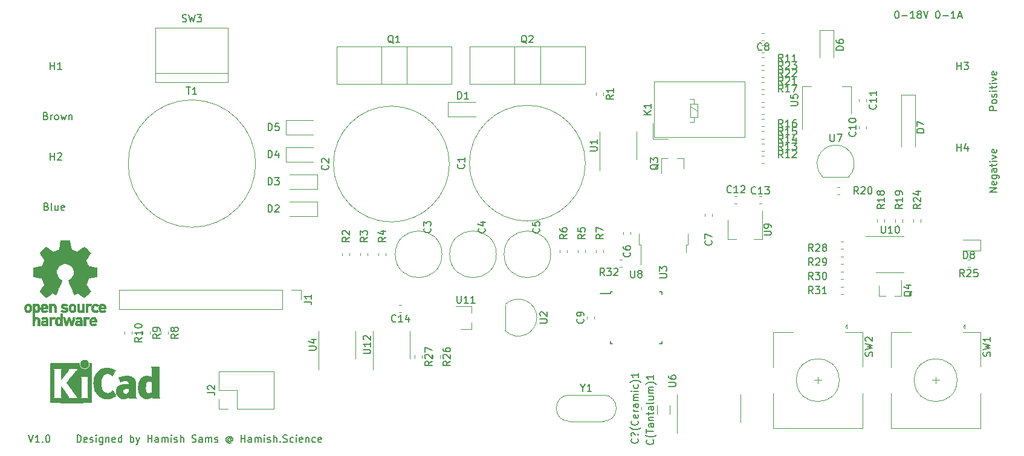
<source format=gbr>
G04 #@! TF.GenerationSoftware,KiCad,Pcbnew,(5.1.4)-1*
G04 #@! TF.CreationDate,2020-04-12T16:51:03+01:00*
G04 #@! TF.ProjectId,25v PSU,32357620-5053-4552-9e6b-696361645f70,rev?*
G04 #@! TF.SameCoordinates,Original*
G04 #@! TF.FileFunction,Legend,Top*
G04 #@! TF.FilePolarity,Positive*
%FSLAX46Y46*%
G04 Gerber Fmt 4.6, Leading zero omitted, Abs format (unit mm)*
G04 Created by KiCad (PCBNEW (5.1.4)-1) date 2020-04-12 16:51:03*
%MOMM*%
%LPD*%
G04 APERTURE LIST*
%ADD10C,0.150000*%
%ADD11C,0.010000*%
%ADD12C,0.120000*%
G04 APERTURE END LIST*
D10*
X27940190Y-86320380D02*
X28273523Y-87320380D01*
X28606857Y-86320380D01*
X29464000Y-87320380D02*
X28892571Y-87320380D01*
X29178285Y-87320380D02*
X29178285Y-86320380D01*
X29083047Y-86463238D01*
X28987809Y-86558476D01*
X28892571Y-86606095D01*
X29892571Y-87225142D02*
X29940190Y-87272761D01*
X29892571Y-87320380D01*
X29844952Y-87272761D01*
X29892571Y-87225142D01*
X29892571Y-87320380D01*
X30559238Y-86320380D02*
X30654476Y-86320380D01*
X30749714Y-86368000D01*
X30797333Y-86415619D01*
X30844952Y-86510857D01*
X30892571Y-86701333D01*
X30892571Y-86939428D01*
X30844952Y-87129904D01*
X30797333Y-87225142D01*
X30749714Y-87272761D01*
X30654476Y-87320380D01*
X30559238Y-87320380D01*
X30464000Y-87272761D01*
X30416380Y-87225142D01*
X30368761Y-87129904D01*
X30321142Y-86939428D01*
X30321142Y-86701333D01*
X30368761Y-86510857D01*
X30416380Y-86415619D01*
X30464000Y-86368000D01*
X30559238Y-86320380D01*
X163520380Y-52228380D02*
X162520380Y-52228380D01*
X163520380Y-51656952D01*
X162520380Y-51656952D01*
X163472761Y-50799809D02*
X163520380Y-50895047D01*
X163520380Y-51085523D01*
X163472761Y-51180761D01*
X163377523Y-51228380D01*
X162996571Y-51228380D01*
X162901333Y-51180761D01*
X162853714Y-51085523D01*
X162853714Y-50895047D01*
X162901333Y-50799809D01*
X162996571Y-50752190D01*
X163091809Y-50752190D01*
X163187047Y-51228380D01*
X162853714Y-49895047D02*
X163663238Y-49895047D01*
X163758476Y-49942666D01*
X163806095Y-49990285D01*
X163853714Y-50085523D01*
X163853714Y-50228380D01*
X163806095Y-50323619D01*
X163472761Y-49895047D02*
X163520380Y-49990285D01*
X163520380Y-50180761D01*
X163472761Y-50276000D01*
X163425142Y-50323619D01*
X163329904Y-50371238D01*
X163044190Y-50371238D01*
X162948952Y-50323619D01*
X162901333Y-50276000D01*
X162853714Y-50180761D01*
X162853714Y-49990285D01*
X162901333Y-49895047D01*
X163520380Y-48990285D02*
X162996571Y-48990285D01*
X162901333Y-49037904D01*
X162853714Y-49133142D01*
X162853714Y-49323619D01*
X162901333Y-49418857D01*
X163472761Y-48990285D02*
X163520380Y-49085523D01*
X163520380Y-49323619D01*
X163472761Y-49418857D01*
X163377523Y-49466476D01*
X163282285Y-49466476D01*
X163187047Y-49418857D01*
X163139428Y-49323619D01*
X163139428Y-49085523D01*
X163091809Y-48990285D01*
X162853714Y-48656952D02*
X162853714Y-48276000D01*
X162520380Y-48514095D02*
X163377523Y-48514095D01*
X163472761Y-48466476D01*
X163520380Y-48371238D01*
X163520380Y-48276000D01*
X163520380Y-47942666D02*
X162853714Y-47942666D01*
X162520380Y-47942666D02*
X162568000Y-47990285D01*
X162615619Y-47942666D01*
X162568000Y-47895047D01*
X162520380Y-47942666D01*
X162615619Y-47942666D01*
X162853714Y-47561714D02*
X163520380Y-47323619D01*
X162853714Y-47085523D01*
X163472761Y-46323619D02*
X163520380Y-46418857D01*
X163520380Y-46609333D01*
X163472761Y-46704571D01*
X163377523Y-46752190D01*
X162996571Y-46752190D01*
X162901333Y-46704571D01*
X162853714Y-46609333D01*
X162853714Y-46418857D01*
X162901333Y-46323619D01*
X162996571Y-46276000D01*
X163091809Y-46276000D01*
X163187047Y-46752190D01*
X163520380Y-40790476D02*
X162520380Y-40790476D01*
X162520380Y-40409523D01*
X162568000Y-40314285D01*
X162615619Y-40266666D01*
X162710857Y-40219047D01*
X162853714Y-40219047D01*
X162948952Y-40266666D01*
X162996571Y-40314285D01*
X163044190Y-40409523D01*
X163044190Y-40790476D01*
X163520380Y-39647619D02*
X163472761Y-39742857D01*
X163425142Y-39790476D01*
X163329904Y-39838095D01*
X163044190Y-39838095D01*
X162948952Y-39790476D01*
X162901333Y-39742857D01*
X162853714Y-39647619D01*
X162853714Y-39504761D01*
X162901333Y-39409523D01*
X162948952Y-39361904D01*
X163044190Y-39314285D01*
X163329904Y-39314285D01*
X163425142Y-39361904D01*
X163472761Y-39409523D01*
X163520380Y-39504761D01*
X163520380Y-39647619D01*
X163472761Y-38933333D02*
X163520380Y-38838095D01*
X163520380Y-38647619D01*
X163472761Y-38552380D01*
X163377523Y-38504761D01*
X163329904Y-38504761D01*
X163234666Y-38552380D01*
X163187047Y-38647619D01*
X163187047Y-38790476D01*
X163139428Y-38885714D01*
X163044190Y-38933333D01*
X162996571Y-38933333D01*
X162901333Y-38885714D01*
X162853714Y-38790476D01*
X162853714Y-38647619D01*
X162901333Y-38552380D01*
X163520380Y-38076190D02*
X162853714Y-38076190D01*
X162520380Y-38076190D02*
X162568000Y-38123809D01*
X162615619Y-38076190D01*
X162568000Y-38028571D01*
X162520380Y-38076190D01*
X162615619Y-38076190D01*
X162853714Y-37742857D02*
X162853714Y-37361904D01*
X162520380Y-37600000D02*
X163377523Y-37600000D01*
X163472761Y-37552380D01*
X163520380Y-37457142D01*
X163520380Y-37361904D01*
X163520380Y-37028571D02*
X162853714Y-37028571D01*
X162520380Y-37028571D02*
X162568000Y-37076190D01*
X162615619Y-37028571D01*
X162568000Y-36980952D01*
X162520380Y-37028571D01*
X162615619Y-37028571D01*
X162853714Y-36647619D02*
X163520380Y-36409523D01*
X162853714Y-36171428D01*
X163472761Y-35409523D02*
X163520380Y-35504761D01*
X163520380Y-35695238D01*
X163472761Y-35790476D01*
X163377523Y-35838095D01*
X162996571Y-35838095D01*
X162901333Y-35790476D01*
X162853714Y-35695238D01*
X162853714Y-35504761D01*
X162901333Y-35409523D01*
X162996571Y-35361904D01*
X163091809Y-35361904D01*
X163187047Y-35838095D01*
X30424571Y-54284571D02*
X30567428Y-54332190D01*
X30615047Y-54379809D01*
X30662666Y-54475047D01*
X30662666Y-54617904D01*
X30615047Y-54713142D01*
X30567428Y-54760761D01*
X30472190Y-54808380D01*
X30091238Y-54808380D01*
X30091238Y-53808380D01*
X30424571Y-53808380D01*
X30519809Y-53856000D01*
X30567428Y-53903619D01*
X30615047Y-53998857D01*
X30615047Y-54094095D01*
X30567428Y-54189333D01*
X30519809Y-54236952D01*
X30424571Y-54284571D01*
X30091238Y-54284571D01*
X31234095Y-54808380D02*
X31138857Y-54760761D01*
X31091238Y-54665523D01*
X31091238Y-53808380D01*
X32043619Y-54141714D02*
X32043619Y-54808380D01*
X31615047Y-54141714D02*
X31615047Y-54665523D01*
X31662666Y-54760761D01*
X31757904Y-54808380D01*
X31900761Y-54808380D01*
X31996000Y-54760761D01*
X32043619Y-54713142D01*
X32900761Y-54760761D02*
X32805523Y-54808380D01*
X32615047Y-54808380D01*
X32519809Y-54760761D01*
X32472190Y-54665523D01*
X32472190Y-54284571D01*
X32519809Y-54189333D01*
X32615047Y-54141714D01*
X32805523Y-54141714D01*
X32900761Y-54189333D01*
X32948380Y-54284571D01*
X32948380Y-54379809D01*
X32472190Y-54475047D01*
X30337333Y-41584571D02*
X30480190Y-41632190D01*
X30527809Y-41679809D01*
X30575428Y-41775047D01*
X30575428Y-41917904D01*
X30527809Y-42013142D01*
X30480190Y-42060761D01*
X30384952Y-42108380D01*
X30004000Y-42108380D01*
X30004000Y-41108380D01*
X30337333Y-41108380D01*
X30432571Y-41156000D01*
X30480190Y-41203619D01*
X30527809Y-41298857D01*
X30527809Y-41394095D01*
X30480190Y-41489333D01*
X30432571Y-41536952D01*
X30337333Y-41584571D01*
X30004000Y-41584571D01*
X31004000Y-42108380D02*
X31004000Y-41441714D01*
X31004000Y-41632190D02*
X31051619Y-41536952D01*
X31099238Y-41489333D01*
X31194476Y-41441714D01*
X31289714Y-41441714D01*
X31765904Y-42108380D02*
X31670666Y-42060761D01*
X31623047Y-42013142D01*
X31575428Y-41917904D01*
X31575428Y-41632190D01*
X31623047Y-41536952D01*
X31670666Y-41489333D01*
X31765904Y-41441714D01*
X31908761Y-41441714D01*
X32004000Y-41489333D01*
X32051619Y-41536952D01*
X32099238Y-41632190D01*
X32099238Y-41917904D01*
X32051619Y-42013142D01*
X32004000Y-42060761D01*
X31908761Y-42108380D01*
X31765904Y-42108380D01*
X32432571Y-41441714D02*
X32623047Y-42108380D01*
X32813523Y-41632190D01*
X33004000Y-42108380D01*
X33194476Y-41441714D01*
X33575428Y-41441714D02*
X33575428Y-42108380D01*
X33575428Y-41536952D02*
X33623047Y-41489333D01*
X33718285Y-41441714D01*
X33861142Y-41441714D01*
X33956380Y-41489333D01*
X34004000Y-41584571D01*
X34004000Y-42108380D01*
X149495428Y-26884380D02*
X149590666Y-26884380D01*
X149685904Y-26932000D01*
X149733523Y-26979619D01*
X149781142Y-27074857D01*
X149828761Y-27265333D01*
X149828761Y-27503428D01*
X149781142Y-27693904D01*
X149733523Y-27789142D01*
X149685904Y-27836761D01*
X149590666Y-27884380D01*
X149495428Y-27884380D01*
X149400190Y-27836761D01*
X149352571Y-27789142D01*
X149304952Y-27693904D01*
X149257333Y-27503428D01*
X149257333Y-27265333D01*
X149304952Y-27074857D01*
X149352571Y-26979619D01*
X149400190Y-26932000D01*
X149495428Y-26884380D01*
X150257333Y-27503428D02*
X151019238Y-27503428D01*
X152019238Y-27884380D02*
X151447809Y-27884380D01*
X151733523Y-27884380D02*
X151733523Y-26884380D01*
X151638285Y-27027238D01*
X151543047Y-27122476D01*
X151447809Y-27170095D01*
X152590666Y-27312952D02*
X152495428Y-27265333D01*
X152447809Y-27217714D01*
X152400190Y-27122476D01*
X152400190Y-27074857D01*
X152447809Y-26979619D01*
X152495428Y-26932000D01*
X152590666Y-26884380D01*
X152781142Y-26884380D01*
X152876380Y-26932000D01*
X152924000Y-26979619D01*
X152971619Y-27074857D01*
X152971619Y-27122476D01*
X152924000Y-27217714D01*
X152876380Y-27265333D01*
X152781142Y-27312952D01*
X152590666Y-27312952D01*
X152495428Y-27360571D01*
X152447809Y-27408190D01*
X152400190Y-27503428D01*
X152400190Y-27693904D01*
X152447809Y-27789142D01*
X152495428Y-27836761D01*
X152590666Y-27884380D01*
X152781142Y-27884380D01*
X152876380Y-27836761D01*
X152924000Y-27789142D01*
X152971619Y-27693904D01*
X152971619Y-27503428D01*
X152924000Y-27408190D01*
X152876380Y-27360571D01*
X152781142Y-27312952D01*
X153257333Y-26884380D02*
X153590666Y-27884380D01*
X153924000Y-26884380D01*
X155209714Y-26884380D02*
X155304952Y-26884380D01*
X155400190Y-26932000D01*
X155447809Y-26979619D01*
X155495428Y-27074857D01*
X155543047Y-27265333D01*
X155543047Y-27503428D01*
X155495428Y-27693904D01*
X155447809Y-27789142D01*
X155400190Y-27836761D01*
X155304952Y-27884380D01*
X155209714Y-27884380D01*
X155114476Y-27836761D01*
X155066857Y-27789142D01*
X155019238Y-27693904D01*
X154971619Y-27503428D01*
X154971619Y-27265333D01*
X155019238Y-27074857D01*
X155066857Y-26979619D01*
X155114476Y-26932000D01*
X155209714Y-26884380D01*
X155971619Y-27503428D02*
X156733523Y-27503428D01*
X157733523Y-27884380D02*
X157162095Y-27884380D01*
X157447809Y-27884380D02*
X157447809Y-26884380D01*
X157352571Y-27027238D01*
X157257333Y-27122476D01*
X157162095Y-27170095D01*
X158114476Y-27598666D02*
X158590666Y-27598666D01*
X158019238Y-27884380D02*
X158352571Y-26884380D01*
X158685904Y-27884380D01*
X34720761Y-87320380D02*
X34720761Y-86320380D01*
X34958857Y-86320380D01*
X35101714Y-86368000D01*
X35196952Y-86463238D01*
X35244571Y-86558476D01*
X35292190Y-86748952D01*
X35292190Y-86891809D01*
X35244571Y-87082285D01*
X35196952Y-87177523D01*
X35101714Y-87272761D01*
X34958857Y-87320380D01*
X34720761Y-87320380D01*
X36101714Y-87272761D02*
X36006476Y-87320380D01*
X35816000Y-87320380D01*
X35720761Y-87272761D01*
X35673142Y-87177523D01*
X35673142Y-86796571D01*
X35720761Y-86701333D01*
X35816000Y-86653714D01*
X36006476Y-86653714D01*
X36101714Y-86701333D01*
X36149333Y-86796571D01*
X36149333Y-86891809D01*
X35673142Y-86987047D01*
X36530285Y-87272761D02*
X36625523Y-87320380D01*
X36816000Y-87320380D01*
X36911238Y-87272761D01*
X36958857Y-87177523D01*
X36958857Y-87129904D01*
X36911238Y-87034666D01*
X36816000Y-86987047D01*
X36673142Y-86987047D01*
X36577904Y-86939428D01*
X36530285Y-86844190D01*
X36530285Y-86796571D01*
X36577904Y-86701333D01*
X36673142Y-86653714D01*
X36816000Y-86653714D01*
X36911238Y-86701333D01*
X37387428Y-87320380D02*
X37387428Y-86653714D01*
X37387428Y-86320380D02*
X37339809Y-86368000D01*
X37387428Y-86415619D01*
X37435047Y-86368000D01*
X37387428Y-86320380D01*
X37387428Y-86415619D01*
X38292190Y-86653714D02*
X38292190Y-87463238D01*
X38244571Y-87558476D01*
X38196952Y-87606095D01*
X38101714Y-87653714D01*
X37958857Y-87653714D01*
X37863619Y-87606095D01*
X38292190Y-87272761D02*
X38196952Y-87320380D01*
X38006476Y-87320380D01*
X37911238Y-87272761D01*
X37863619Y-87225142D01*
X37816000Y-87129904D01*
X37816000Y-86844190D01*
X37863619Y-86748952D01*
X37911238Y-86701333D01*
X38006476Y-86653714D01*
X38196952Y-86653714D01*
X38292190Y-86701333D01*
X38768380Y-86653714D02*
X38768380Y-87320380D01*
X38768380Y-86748952D02*
X38816000Y-86701333D01*
X38911238Y-86653714D01*
X39054095Y-86653714D01*
X39149333Y-86701333D01*
X39196952Y-86796571D01*
X39196952Y-87320380D01*
X40054095Y-87272761D02*
X39958857Y-87320380D01*
X39768380Y-87320380D01*
X39673142Y-87272761D01*
X39625523Y-87177523D01*
X39625523Y-86796571D01*
X39673142Y-86701333D01*
X39768380Y-86653714D01*
X39958857Y-86653714D01*
X40054095Y-86701333D01*
X40101714Y-86796571D01*
X40101714Y-86891809D01*
X39625523Y-86987047D01*
X40958857Y-87320380D02*
X40958857Y-86320380D01*
X40958857Y-87272761D02*
X40863619Y-87320380D01*
X40673142Y-87320380D01*
X40577904Y-87272761D01*
X40530285Y-87225142D01*
X40482666Y-87129904D01*
X40482666Y-86844190D01*
X40530285Y-86748952D01*
X40577904Y-86701333D01*
X40673142Y-86653714D01*
X40863619Y-86653714D01*
X40958857Y-86701333D01*
X42196952Y-87320380D02*
X42196952Y-86320380D01*
X42196952Y-86701333D02*
X42292190Y-86653714D01*
X42482666Y-86653714D01*
X42577904Y-86701333D01*
X42625523Y-86748952D01*
X42673142Y-86844190D01*
X42673142Y-87129904D01*
X42625523Y-87225142D01*
X42577904Y-87272761D01*
X42482666Y-87320380D01*
X42292190Y-87320380D01*
X42196952Y-87272761D01*
X43006476Y-86653714D02*
X43244571Y-87320380D01*
X43482666Y-86653714D02*
X43244571Y-87320380D01*
X43149333Y-87558476D01*
X43101714Y-87606095D01*
X43006476Y-87653714D01*
X44625523Y-87320380D02*
X44625523Y-86320380D01*
X44625523Y-86796571D02*
X45196952Y-86796571D01*
X45196952Y-87320380D02*
X45196952Y-86320380D01*
X46101714Y-87320380D02*
X46101714Y-86796571D01*
X46054095Y-86701333D01*
X45958857Y-86653714D01*
X45768380Y-86653714D01*
X45673142Y-86701333D01*
X46101714Y-87272761D02*
X46006476Y-87320380D01*
X45768380Y-87320380D01*
X45673142Y-87272761D01*
X45625523Y-87177523D01*
X45625523Y-87082285D01*
X45673142Y-86987047D01*
X45768380Y-86939428D01*
X46006476Y-86939428D01*
X46101714Y-86891809D01*
X46577904Y-87320380D02*
X46577904Y-86653714D01*
X46577904Y-86748952D02*
X46625523Y-86701333D01*
X46720761Y-86653714D01*
X46863619Y-86653714D01*
X46958857Y-86701333D01*
X47006476Y-86796571D01*
X47006476Y-87320380D01*
X47006476Y-86796571D02*
X47054095Y-86701333D01*
X47149333Y-86653714D01*
X47292190Y-86653714D01*
X47387428Y-86701333D01*
X47435047Y-86796571D01*
X47435047Y-87320380D01*
X47911238Y-87320380D02*
X47911238Y-86653714D01*
X47911238Y-86320380D02*
X47863619Y-86368000D01*
X47911238Y-86415619D01*
X47958857Y-86368000D01*
X47911238Y-86320380D01*
X47911238Y-86415619D01*
X48339809Y-87272761D02*
X48435047Y-87320380D01*
X48625523Y-87320380D01*
X48720761Y-87272761D01*
X48768380Y-87177523D01*
X48768380Y-87129904D01*
X48720761Y-87034666D01*
X48625523Y-86987047D01*
X48482666Y-86987047D01*
X48387428Y-86939428D01*
X48339809Y-86844190D01*
X48339809Y-86796571D01*
X48387428Y-86701333D01*
X48482666Y-86653714D01*
X48625523Y-86653714D01*
X48720761Y-86701333D01*
X49196952Y-87320380D02*
X49196952Y-86320380D01*
X49625523Y-87320380D02*
X49625523Y-86796571D01*
X49577904Y-86701333D01*
X49482666Y-86653714D01*
X49339809Y-86653714D01*
X49244571Y-86701333D01*
X49196952Y-86748952D01*
X50816000Y-87272761D02*
X50958857Y-87320380D01*
X51196952Y-87320380D01*
X51292190Y-87272761D01*
X51339809Y-87225142D01*
X51387428Y-87129904D01*
X51387428Y-87034666D01*
X51339809Y-86939428D01*
X51292190Y-86891809D01*
X51196952Y-86844190D01*
X51006476Y-86796571D01*
X50911238Y-86748952D01*
X50863619Y-86701333D01*
X50816000Y-86606095D01*
X50816000Y-86510857D01*
X50863619Y-86415619D01*
X50911238Y-86368000D01*
X51006476Y-86320380D01*
X51244571Y-86320380D01*
X51387428Y-86368000D01*
X52244571Y-87320380D02*
X52244571Y-86796571D01*
X52196952Y-86701333D01*
X52101714Y-86653714D01*
X51911238Y-86653714D01*
X51816000Y-86701333D01*
X52244571Y-87272761D02*
X52149333Y-87320380D01*
X51911238Y-87320380D01*
X51816000Y-87272761D01*
X51768380Y-87177523D01*
X51768380Y-87082285D01*
X51816000Y-86987047D01*
X51911238Y-86939428D01*
X52149333Y-86939428D01*
X52244571Y-86891809D01*
X52720761Y-87320380D02*
X52720761Y-86653714D01*
X52720761Y-86748952D02*
X52768380Y-86701333D01*
X52863619Y-86653714D01*
X53006476Y-86653714D01*
X53101714Y-86701333D01*
X53149333Y-86796571D01*
X53149333Y-87320380D01*
X53149333Y-86796571D02*
X53196952Y-86701333D01*
X53292190Y-86653714D01*
X53435047Y-86653714D01*
X53530285Y-86701333D01*
X53577904Y-86796571D01*
X53577904Y-87320380D01*
X54006476Y-87272761D02*
X54101714Y-87320380D01*
X54292190Y-87320380D01*
X54387428Y-87272761D01*
X54435047Y-87177523D01*
X54435047Y-87129904D01*
X54387428Y-87034666D01*
X54292190Y-86987047D01*
X54149333Y-86987047D01*
X54054095Y-86939428D01*
X54006476Y-86844190D01*
X54006476Y-86796571D01*
X54054095Y-86701333D01*
X54149333Y-86653714D01*
X54292190Y-86653714D01*
X54387428Y-86701333D01*
X56244571Y-86844190D02*
X56196952Y-86796571D01*
X56101714Y-86748952D01*
X56006476Y-86748952D01*
X55911238Y-86796571D01*
X55863619Y-86844190D01*
X55816000Y-86939428D01*
X55816000Y-87034666D01*
X55863619Y-87129904D01*
X55911238Y-87177523D01*
X56006476Y-87225142D01*
X56101714Y-87225142D01*
X56196952Y-87177523D01*
X56244571Y-87129904D01*
X56244571Y-86748952D02*
X56244571Y-87129904D01*
X56292190Y-87177523D01*
X56339809Y-87177523D01*
X56435047Y-87129904D01*
X56482666Y-87034666D01*
X56482666Y-86796571D01*
X56387428Y-86653714D01*
X56244571Y-86558476D01*
X56054095Y-86510857D01*
X55863619Y-86558476D01*
X55720761Y-86653714D01*
X55625523Y-86796571D01*
X55577904Y-86987047D01*
X55625523Y-87177523D01*
X55720761Y-87320380D01*
X55863619Y-87415619D01*
X56054095Y-87463238D01*
X56244571Y-87415619D01*
X56387428Y-87320380D01*
X57673142Y-87320380D02*
X57673142Y-86320380D01*
X57673142Y-86796571D02*
X58244571Y-86796571D01*
X58244571Y-87320380D02*
X58244571Y-86320380D01*
X59149333Y-87320380D02*
X59149333Y-86796571D01*
X59101714Y-86701333D01*
X59006476Y-86653714D01*
X58816000Y-86653714D01*
X58720761Y-86701333D01*
X59149333Y-87272761D02*
X59054095Y-87320380D01*
X58816000Y-87320380D01*
X58720761Y-87272761D01*
X58673142Y-87177523D01*
X58673142Y-87082285D01*
X58720761Y-86987047D01*
X58816000Y-86939428D01*
X59054095Y-86939428D01*
X59149333Y-86891809D01*
X59625523Y-87320380D02*
X59625523Y-86653714D01*
X59625523Y-86748952D02*
X59673142Y-86701333D01*
X59768380Y-86653714D01*
X59911238Y-86653714D01*
X60006476Y-86701333D01*
X60054095Y-86796571D01*
X60054095Y-87320380D01*
X60054095Y-86796571D02*
X60101714Y-86701333D01*
X60196952Y-86653714D01*
X60339809Y-86653714D01*
X60435047Y-86701333D01*
X60482666Y-86796571D01*
X60482666Y-87320380D01*
X60958857Y-87320380D02*
X60958857Y-86653714D01*
X60958857Y-86320380D02*
X60911238Y-86368000D01*
X60958857Y-86415619D01*
X61006476Y-86368000D01*
X60958857Y-86320380D01*
X60958857Y-86415619D01*
X61387428Y-87272761D02*
X61482666Y-87320380D01*
X61673142Y-87320380D01*
X61768380Y-87272761D01*
X61816000Y-87177523D01*
X61816000Y-87129904D01*
X61768380Y-87034666D01*
X61673142Y-86987047D01*
X61530285Y-86987047D01*
X61435047Y-86939428D01*
X61387428Y-86844190D01*
X61387428Y-86796571D01*
X61435047Y-86701333D01*
X61530285Y-86653714D01*
X61673142Y-86653714D01*
X61768380Y-86701333D01*
X62244571Y-87320380D02*
X62244571Y-86320380D01*
X62673142Y-87320380D02*
X62673142Y-86796571D01*
X62625523Y-86701333D01*
X62530285Y-86653714D01*
X62387428Y-86653714D01*
X62292190Y-86701333D01*
X62244571Y-86748952D01*
X63149333Y-87225142D02*
X63196952Y-87272761D01*
X63149333Y-87320380D01*
X63101714Y-87272761D01*
X63149333Y-87225142D01*
X63149333Y-87320380D01*
X63577904Y-87272761D02*
X63720761Y-87320380D01*
X63958857Y-87320380D01*
X64054095Y-87272761D01*
X64101714Y-87225142D01*
X64149333Y-87129904D01*
X64149333Y-87034666D01*
X64101714Y-86939428D01*
X64054095Y-86891809D01*
X63958857Y-86844190D01*
X63768380Y-86796571D01*
X63673142Y-86748952D01*
X63625523Y-86701333D01*
X63577904Y-86606095D01*
X63577904Y-86510857D01*
X63625523Y-86415619D01*
X63673142Y-86368000D01*
X63768380Y-86320380D01*
X64006476Y-86320380D01*
X64149333Y-86368000D01*
X65006476Y-87272761D02*
X64911238Y-87320380D01*
X64720761Y-87320380D01*
X64625523Y-87272761D01*
X64577904Y-87225142D01*
X64530285Y-87129904D01*
X64530285Y-86844190D01*
X64577904Y-86748952D01*
X64625523Y-86701333D01*
X64720761Y-86653714D01*
X64911238Y-86653714D01*
X65006476Y-86701333D01*
X65435047Y-87320380D02*
X65435047Y-86653714D01*
X65435047Y-86320380D02*
X65387428Y-86368000D01*
X65435047Y-86415619D01*
X65482666Y-86368000D01*
X65435047Y-86320380D01*
X65435047Y-86415619D01*
X66292190Y-87272761D02*
X66196952Y-87320380D01*
X66006476Y-87320380D01*
X65911238Y-87272761D01*
X65863619Y-87177523D01*
X65863619Y-86796571D01*
X65911238Y-86701333D01*
X66006476Y-86653714D01*
X66196952Y-86653714D01*
X66292190Y-86701333D01*
X66339809Y-86796571D01*
X66339809Y-86891809D01*
X65863619Y-86987047D01*
X66768380Y-86653714D02*
X66768380Y-87320380D01*
X66768380Y-86748952D02*
X66816000Y-86701333D01*
X66911238Y-86653714D01*
X67054095Y-86653714D01*
X67149333Y-86701333D01*
X67196952Y-86796571D01*
X67196952Y-87320380D01*
X68101714Y-87272761D02*
X68006476Y-87320380D01*
X67816000Y-87320380D01*
X67720761Y-87272761D01*
X67673142Y-87225142D01*
X67625523Y-87129904D01*
X67625523Y-86844190D01*
X67673142Y-86748952D01*
X67720761Y-86701333D01*
X67816000Y-86653714D01*
X68006476Y-86653714D01*
X68101714Y-86701333D01*
X68911238Y-87272761D02*
X68816000Y-87320380D01*
X68625523Y-87320380D01*
X68530285Y-87272761D01*
X68482666Y-87177523D01*
X68482666Y-86796571D01*
X68530285Y-86701333D01*
X68625523Y-86653714D01*
X68816000Y-86653714D01*
X68911238Y-86701333D01*
X68958857Y-86796571D01*
X68958857Y-86891809D01*
X68482666Y-86987047D01*
D11*
G36*
X35881921Y-75776490D02*
G01*
X35985027Y-75812238D01*
X36081022Y-75868507D01*
X36166753Y-75945288D01*
X36239070Y-76042573D01*
X36271555Y-76103892D01*
X36299668Y-76189660D01*
X36313295Y-76288677D01*
X36311786Y-76390471D01*
X36295031Y-76482714D01*
X36249237Y-76595432D01*
X36182832Y-76693207D01*
X36099191Y-76774115D01*
X36001688Y-76836232D01*
X35893700Y-76877634D01*
X35778601Y-76896397D01*
X35659766Y-76890598D01*
X35601189Y-76878206D01*
X35487028Y-76833797D01*
X35385635Y-76766033D01*
X35299455Y-76677001D01*
X35230934Y-76568791D01*
X35225136Y-76556973D01*
X35205096Y-76512628D01*
X35192513Y-76475280D01*
X35185681Y-76435880D01*
X35182895Y-76385381D01*
X35182432Y-76330433D01*
X35183197Y-76264415D01*
X35186648Y-76216689D01*
X35194523Y-76178103D01*
X35208557Y-76139506D01*
X35225880Y-76101426D01*
X35290495Y-75993328D01*
X35370066Y-75905803D01*
X35461440Y-75838841D01*
X35561464Y-75792436D01*
X35666988Y-75766581D01*
X35774858Y-75761268D01*
X35881921Y-75776490D01*
X35881921Y-75776490D01*
G37*
X35881921Y-75776490D02*
X35985027Y-75812238D01*
X36081022Y-75868507D01*
X36166753Y-75945288D01*
X36239070Y-76042573D01*
X36271555Y-76103892D01*
X36299668Y-76189660D01*
X36313295Y-76288677D01*
X36311786Y-76390471D01*
X36295031Y-76482714D01*
X36249237Y-76595432D01*
X36182832Y-76693207D01*
X36099191Y-76774115D01*
X36001688Y-76836232D01*
X35893700Y-76877634D01*
X35778601Y-76896397D01*
X35659766Y-76890598D01*
X35601189Y-76878206D01*
X35487028Y-76833797D01*
X35385635Y-76766033D01*
X35299455Y-76677001D01*
X35230934Y-76568791D01*
X35225136Y-76556973D01*
X35205096Y-76512628D01*
X35192513Y-76475280D01*
X35185681Y-76435880D01*
X35182895Y-76385381D01*
X35182432Y-76330433D01*
X35183197Y-76264415D01*
X35186648Y-76216689D01*
X35194523Y-76178103D01*
X35208557Y-76139506D01*
X35225880Y-76101426D01*
X35290495Y-75993328D01*
X35370066Y-75905803D01*
X35461440Y-75838841D01*
X35561464Y-75792436D01*
X35666988Y-75766581D01*
X35774858Y-75761268D01*
X35881921Y-75776490D01*
G36*
X45450270Y-76696825D02*
G01*
X45567041Y-76697304D01*
X45606729Y-76697545D01*
X46152486Y-76701135D01*
X46159351Y-78794919D01*
X46160258Y-79078842D01*
X46161062Y-79336640D01*
X46161815Y-79569646D01*
X46162569Y-79779194D01*
X46163375Y-79966618D01*
X46164285Y-80133250D01*
X46165351Y-80280425D01*
X46166624Y-80409477D01*
X46168156Y-80521739D01*
X46169998Y-80618544D01*
X46172203Y-80701226D01*
X46174822Y-80771119D01*
X46177906Y-80829557D01*
X46181508Y-80877872D01*
X46185678Y-80917400D01*
X46190469Y-80949473D01*
X46195931Y-80975424D01*
X46202118Y-80996589D01*
X46209080Y-81014299D01*
X46216869Y-81029889D01*
X46225537Y-81044693D01*
X46235135Y-81060044D01*
X46245715Y-81077276D01*
X46247884Y-81080946D01*
X46284268Y-81143031D01*
X45758431Y-81139434D01*
X45232594Y-81135838D01*
X45225729Y-81020331D01*
X45221992Y-80964899D01*
X45218097Y-80932851D01*
X45212811Y-80920135D01*
X45204903Y-80922696D01*
X45198270Y-80930024D01*
X45169374Y-80956714D01*
X45122279Y-80991021D01*
X45063620Y-81028846D01*
X45000031Y-81066090D01*
X44938149Y-81098653D01*
X44890634Y-81120077D01*
X44779316Y-81155283D01*
X44651596Y-81180222D01*
X44516901Y-81193941D01*
X44384663Y-81195486D01*
X44264308Y-81183906D01*
X44262326Y-81183574D01*
X44097641Y-81142250D01*
X43943479Y-81076412D01*
X43801328Y-80987474D01*
X43672675Y-80876852D01*
X43559007Y-80745961D01*
X43461810Y-80596216D01*
X43382572Y-80429033D01*
X43339430Y-80305190D01*
X43310979Y-80201581D01*
X43289880Y-80101252D01*
X43275488Y-79998109D01*
X43267158Y-79886057D01*
X43264245Y-79759001D01*
X43265535Y-79655252D01*
X44278650Y-79655252D01*
X44283444Y-79829222D01*
X44298568Y-79978895D01*
X44324485Y-80105597D01*
X44361663Y-80210658D01*
X44410565Y-80295406D01*
X44471658Y-80361169D01*
X44542177Y-80407659D01*
X44578871Y-80425014D01*
X44610696Y-80435419D01*
X44646177Y-80440179D01*
X44693841Y-80440601D01*
X44745189Y-80438748D01*
X44846169Y-80429841D01*
X44926035Y-80412398D01*
X44951135Y-80403661D01*
X45008448Y-80377857D01*
X45068897Y-80345453D01*
X45095297Y-80329233D01*
X45163946Y-80284205D01*
X45163946Y-78856982D01*
X45088432Y-78811718D01*
X44983121Y-78760572D01*
X44875525Y-78730324D01*
X44769581Y-78720795D01*
X44669224Y-78731807D01*
X44578387Y-78763181D01*
X44501007Y-78814740D01*
X44476039Y-78839488D01*
X44415856Y-78920577D01*
X44367145Y-79018734D01*
X44329499Y-79135643D01*
X44302512Y-79272985D01*
X44285775Y-79432444D01*
X44278883Y-79615700D01*
X44278650Y-79655252D01*
X43265535Y-79655252D01*
X43266073Y-79612067D01*
X43277647Y-79386053D01*
X43300920Y-79182192D01*
X43336504Y-78997513D01*
X43385013Y-78829048D01*
X43447060Y-78673826D01*
X43469201Y-78627808D01*
X43558385Y-78477739D01*
X43666159Y-78344377D01*
X43789990Y-78229877D01*
X43927342Y-78136389D01*
X44075683Y-78066068D01*
X44164604Y-78037060D01*
X44251933Y-78019840D01*
X44357011Y-78009594D01*
X44471029Y-78006318D01*
X44585177Y-78010009D01*
X44690648Y-78020660D01*
X44775334Y-78037370D01*
X44876128Y-78070140D01*
X44973822Y-78112279D01*
X45059296Y-78159519D01*
X45104789Y-78191581D01*
X45136169Y-78215422D01*
X45158142Y-78229939D01*
X45163141Y-78232000D01*
X45164690Y-78218718D01*
X45166135Y-78180663D01*
X45167443Y-78120519D01*
X45168583Y-78040973D01*
X45169521Y-77944711D01*
X45170226Y-77834419D01*
X45170667Y-77712781D01*
X45170811Y-77588885D01*
X45170730Y-77430196D01*
X45170335Y-77296408D01*
X45169395Y-77184960D01*
X45167680Y-77093295D01*
X45164957Y-77018853D01*
X45160997Y-76959075D01*
X45155569Y-76911402D01*
X45148441Y-76873274D01*
X45139384Y-76842134D01*
X45128167Y-76815421D01*
X45114558Y-76790577D01*
X45098328Y-76765043D01*
X45096240Y-76761881D01*
X45075306Y-76728810D01*
X45062667Y-76706069D01*
X45060973Y-76701272D01*
X45074216Y-76699759D01*
X45112002Y-76698528D01*
X45171416Y-76697599D01*
X45249542Y-76696992D01*
X45343465Y-76696727D01*
X45450270Y-76696825D01*
X45450270Y-76696825D01*
G37*
X45450270Y-76696825D02*
X45567041Y-76697304D01*
X45606729Y-76697545D01*
X46152486Y-76701135D01*
X46159351Y-78794919D01*
X46160258Y-79078842D01*
X46161062Y-79336640D01*
X46161815Y-79569646D01*
X46162569Y-79779194D01*
X46163375Y-79966618D01*
X46164285Y-80133250D01*
X46165351Y-80280425D01*
X46166624Y-80409477D01*
X46168156Y-80521739D01*
X46169998Y-80618544D01*
X46172203Y-80701226D01*
X46174822Y-80771119D01*
X46177906Y-80829557D01*
X46181508Y-80877872D01*
X46185678Y-80917400D01*
X46190469Y-80949473D01*
X46195931Y-80975424D01*
X46202118Y-80996589D01*
X46209080Y-81014299D01*
X46216869Y-81029889D01*
X46225537Y-81044693D01*
X46235135Y-81060044D01*
X46245715Y-81077276D01*
X46247884Y-81080946D01*
X46284268Y-81143031D01*
X45758431Y-81139434D01*
X45232594Y-81135838D01*
X45225729Y-81020331D01*
X45221992Y-80964899D01*
X45218097Y-80932851D01*
X45212811Y-80920135D01*
X45204903Y-80922696D01*
X45198270Y-80930024D01*
X45169374Y-80956714D01*
X45122279Y-80991021D01*
X45063620Y-81028846D01*
X45000031Y-81066090D01*
X44938149Y-81098653D01*
X44890634Y-81120077D01*
X44779316Y-81155283D01*
X44651596Y-81180222D01*
X44516901Y-81193941D01*
X44384663Y-81195486D01*
X44264308Y-81183906D01*
X44262326Y-81183574D01*
X44097641Y-81142250D01*
X43943479Y-81076412D01*
X43801328Y-80987474D01*
X43672675Y-80876852D01*
X43559007Y-80745961D01*
X43461810Y-80596216D01*
X43382572Y-80429033D01*
X43339430Y-80305190D01*
X43310979Y-80201581D01*
X43289880Y-80101252D01*
X43275488Y-79998109D01*
X43267158Y-79886057D01*
X43264245Y-79759001D01*
X43265535Y-79655252D01*
X44278650Y-79655252D01*
X44283444Y-79829222D01*
X44298568Y-79978895D01*
X44324485Y-80105597D01*
X44361663Y-80210658D01*
X44410565Y-80295406D01*
X44471658Y-80361169D01*
X44542177Y-80407659D01*
X44578871Y-80425014D01*
X44610696Y-80435419D01*
X44646177Y-80440179D01*
X44693841Y-80440601D01*
X44745189Y-80438748D01*
X44846169Y-80429841D01*
X44926035Y-80412398D01*
X44951135Y-80403661D01*
X45008448Y-80377857D01*
X45068897Y-80345453D01*
X45095297Y-80329233D01*
X45163946Y-80284205D01*
X45163946Y-78856982D01*
X45088432Y-78811718D01*
X44983121Y-78760572D01*
X44875525Y-78730324D01*
X44769581Y-78720795D01*
X44669224Y-78731807D01*
X44578387Y-78763181D01*
X44501007Y-78814740D01*
X44476039Y-78839488D01*
X44415856Y-78920577D01*
X44367145Y-79018734D01*
X44329499Y-79135643D01*
X44302512Y-79272985D01*
X44285775Y-79432444D01*
X44278883Y-79615700D01*
X44278650Y-79655252D01*
X43265535Y-79655252D01*
X43266073Y-79612067D01*
X43277647Y-79386053D01*
X43300920Y-79182192D01*
X43336504Y-78997513D01*
X43385013Y-78829048D01*
X43447060Y-78673826D01*
X43469201Y-78627808D01*
X43558385Y-78477739D01*
X43666159Y-78344377D01*
X43789990Y-78229877D01*
X43927342Y-78136389D01*
X44075683Y-78066068D01*
X44164604Y-78037060D01*
X44251933Y-78019840D01*
X44357011Y-78009594D01*
X44471029Y-78006318D01*
X44585177Y-78010009D01*
X44690648Y-78020660D01*
X44775334Y-78037370D01*
X44876128Y-78070140D01*
X44973822Y-78112279D01*
X45059296Y-78159519D01*
X45104789Y-78191581D01*
X45136169Y-78215422D01*
X45158142Y-78229939D01*
X45163141Y-78232000D01*
X45164690Y-78218718D01*
X45166135Y-78180663D01*
X45167443Y-78120519D01*
X45168583Y-78040973D01*
X45169521Y-77944711D01*
X45170226Y-77834419D01*
X45170667Y-77712781D01*
X45170811Y-77588885D01*
X45170730Y-77430196D01*
X45170335Y-77296408D01*
X45169395Y-77184960D01*
X45167680Y-77093295D01*
X45164957Y-77018853D01*
X45160997Y-76959075D01*
X45155569Y-76911402D01*
X45148441Y-76873274D01*
X45139384Y-76842134D01*
X45128167Y-76815421D01*
X45114558Y-76790577D01*
X45098328Y-76765043D01*
X45096240Y-76761881D01*
X45075306Y-76728810D01*
X45062667Y-76706069D01*
X45060973Y-76701272D01*
X45074216Y-76699759D01*
X45112002Y-76698528D01*
X45171416Y-76697599D01*
X45249542Y-76696992D01*
X45343465Y-76696727D01*
X45450270Y-76696825D01*
G36*
X41775505Y-78004229D02*
G01*
X41843531Y-78009378D01*
X42038163Y-78035273D01*
X42210529Y-78076575D01*
X42361470Y-78133853D01*
X42491825Y-78207674D01*
X42602434Y-78298608D01*
X42694135Y-78407222D01*
X42767770Y-78534085D01*
X42821539Y-78671352D01*
X42835187Y-78715137D01*
X42847073Y-78756141D01*
X42857334Y-78796569D01*
X42866113Y-78838630D01*
X42873548Y-78884531D01*
X42879780Y-78936480D01*
X42884950Y-78996685D01*
X42889196Y-79067352D01*
X42892660Y-79150689D01*
X42895481Y-79248905D01*
X42897800Y-79364205D01*
X42899757Y-79498799D01*
X42901491Y-79654893D01*
X42903143Y-79834695D01*
X42904324Y-79975676D01*
X42912270Y-80943622D01*
X42963756Y-81036770D01*
X42988137Y-81081645D01*
X43006280Y-81116501D01*
X43014935Y-81135054D01*
X43015243Y-81136311D01*
X43002014Y-81137749D01*
X42964326Y-81139074D01*
X42905183Y-81140249D01*
X42827586Y-81141237D01*
X42734536Y-81141999D01*
X42629035Y-81142500D01*
X42514084Y-81142701D01*
X42500378Y-81142703D01*
X41985513Y-81142703D01*
X41985513Y-81026000D01*
X41984635Y-80973260D01*
X41982292Y-80932926D01*
X41978921Y-80911300D01*
X41977431Y-80909298D01*
X41963804Y-80917683D01*
X41935757Y-80939692D01*
X41899303Y-80970601D01*
X41898485Y-80971316D01*
X41831962Y-81020843D01*
X41747948Y-81070575D01*
X41655937Y-81115626D01*
X41565421Y-81151110D01*
X41525567Y-81163236D01*
X41446255Y-81178637D01*
X41348935Y-81188465D01*
X41242516Y-81192580D01*
X41135907Y-81190841D01*
X41038017Y-81183108D01*
X40969513Y-81171981D01*
X40801520Y-81122648D01*
X40650281Y-81052342D01*
X40516782Y-80961933D01*
X40402006Y-80852295D01*
X40306937Y-80724299D01*
X40232560Y-80578818D01*
X40200474Y-80490541D01*
X40180365Y-80404739D01*
X40167038Y-80301736D01*
X40160872Y-80191034D01*
X40161074Y-80174925D01*
X41089648Y-80174925D01*
X41097348Y-80257184D01*
X41122989Y-80325546D01*
X41170378Y-80388970D01*
X41188579Y-80407567D01*
X41253282Y-80457846D01*
X41328066Y-80490056D01*
X41417662Y-80505648D01*
X41512012Y-80506796D01*
X41601501Y-80499216D01*
X41670018Y-80484389D01*
X41699775Y-80473253D01*
X41753408Y-80442904D01*
X41810235Y-80400221D01*
X41862082Y-80352317D01*
X41900778Y-80306301D01*
X41911054Y-80289421D01*
X41919042Y-80265782D01*
X41924721Y-80228168D01*
X41928356Y-80172985D01*
X41930211Y-80096640D01*
X41930594Y-80023981D01*
X41930335Y-79939270D01*
X41929287Y-79878018D01*
X41927045Y-79836227D01*
X41923206Y-79809899D01*
X41917365Y-79795035D01*
X41909118Y-79787639D01*
X41906567Y-79786461D01*
X41884400Y-79782833D01*
X41840680Y-79779866D01*
X41781311Y-79777827D01*
X41712196Y-79776983D01*
X41697189Y-79776982D01*
X41604805Y-79778457D01*
X41533432Y-79782842D01*
X41476719Y-79790738D01*
X41429872Y-79802270D01*
X41313669Y-79846215D01*
X41222543Y-79900243D01*
X41155705Y-79965219D01*
X41112365Y-80042005D01*
X41091734Y-80131467D01*
X41089648Y-80174925D01*
X40161074Y-80174925D01*
X40162244Y-80082133D01*
X40171532Y-79984536D01*
X40178777Y-79945105D01*
X40225039Y-79798701D01*
X40295384Y-79663995D01*
X40388484Y-79542280D01*
X40503012Y-79434847D01*
X40637640Y-79342988D01*
X40791040Y-79267996D01*
X40921459Y-79222458D01*
X41008623Y-79198533D01*
X41091996Y-79179943D01*
X41176976Y-79166084D01*
X41268965Y-79156351D01*
X41373362Y-79150141D01*
X41495568Y-79146851D01*
X41606055Y-79145924D01*
X41933677Y-79145027D01*
X41927401Y-79046547D01*
X41909579Y-78939695D01*
X41871667Y-78847852D01*
X41815280Y-78773310D01*
X41742031Y-78718364D01*
X41677535Y-78691552D01*
X41585123Y-78674654D01*
X41475111Y-78672227D01*
X41352656Y-78683378D01*
X41222914Y-78707210D01*
X41091042Y-78742830D01*
X40962198Y-78789343D01*
X40868566Y-78831883D01*
X40823517Y-78853728D01*
X40789156Y-78868984D01*
X40771681Y-78874937D01*
X40770733Y-78874746D01*
X40764703Y-78861412D01*
X40749645Y-78826068D01*
X40726977Y-78772101D01*
X40698115Y-78702896D01*
X40664477Y-78621840D01*
X40630284Y-78539118D01*
X40493586Y-78207803D01*
X40590820Y-78191833D01*
X40632964Y-78183820D01*
X40696319Y-78170361D01*
X40775457Y-78152679D01*
X40864951Y-78131996D01*
X40959373Y-78109532D01*
X40996973Y-78100403D01*
X41159637Y-78062674D01*
X41302050Y-78034388D01*
X41429527Y-78014972D01*
X41547384Y-78003854D01*
X41660938Y-78000464D01*
X41775505Y-78004229D01*
X41775505Y-78004229D01*
G37*
X41775505Y-78004229D02*
X41843531Y-78009378D01*
X42038163Y-78035273D01*
X42210529Y-78076575D01*
X42361470Y-78133853D01*
X42491825Y-78207674D01*
X42602434Y-78298608D01*
X42694135Y-78407222D01*
X42767770Y-78534085D01*
X42821539Y-78671352D01*
X42835187Y-78715137D01*
X42847073Y-78756141D01*
X42857334Y-78796569D01*
X42866113Y-78838630D01*
X42873548Y-78884531D01*
X42879780Y-78936480D01*
X42884950Y-78996685D01*
X42889196Y-79067352D01*
X42892660Y-79150689D01*
X42895481Y-79248905D01*
X42897800Y-79364205D01*
X42899757Y-79498799D01*
X42901491Y-79654893D01*
X42903143Y-79834695D01*
X42904324Y-79975676D01*
X42912270Y-80943622D01*
X42963756Y-81036770D01*
X42988137Y-81081645D01*
X43006280Y-81116501D01*
X43014935Y-81135054D01*
X43015243Y-81136311D01*
X43002014Y-81137749D01*
X42964326Y-81139074D01*
X42905183Y-81140249D01*
X42827586Y-81141237D01*
X42734536Y-81141999D01*
X42629035Y-81142500D01*
X42514084Y-81142701D01*
X42500378Y-81142703D01*
X41985513Y-81142703D01*
X41985513Y-81026000D01*
X41984635Y-80973260D01*
X41982292Y-80932926D01*
X41978921Y-80911300D01*
X41977431Y-80909298D01*
X41963804Y-80917683D01*
X41935757Y-80939692D01*
X41899303Y-80970601D01*
X41898485Y-80971316D01*
X41831962Y-81020843D01*
X41747948Y-81070575D01*
X41655937Y-81115626D01*
X41565421Y-81151110D01*
X41525567Y-81163236D01*
X41446255Y-81178637D01*
X41348935Y-81188465D01*
X41242516Y-81192580D01*
X41135907Y-81190841D01*
X41038017Y-81183108D01*
X40969513Y-81171981D01*
X40801520Y-81122648D01*
X40650281Y-81052342D01*
X40516782Y-80961933D01*
X40402006Y-80852295D01*
X40306937Y-80724299D01*
X40232560Y-80578818D01*
X40200474Y-80490541D01*
X40180365Y-80404739D01*
X40167038Y-80301736D01*
X40160872Y-80191034D01*
X40161074Y-80174925D01*
X41089648Y-80174925D01*
X41097348Y-80257184D01*
X41122989Y-80325546D01*
X41170378Y-80388970D01*
X41188579Y-80407567D01*
X41253282Y-80457846D01*
X41328066Y-80490056D01*
X41417662Y-80505648D01*
X41512012Y-80506796D01*
X41601501Y-80499216D01*
X41670018Y-80484389D01*
X41699775Y-80473253D01*
X41753408Y-80442904D01*
X41810235Y-80400221D01*
X41862082Y-80352317D01*
X41900778Y-80306301D01*
X41911054Y-80289421D01*
X41919042Y-80265782D01*
X41924721Y-80228168D01*
X41928356Y-80172985D01*
X41930211Y-80096640D01*
X41930594Y-80023981D01*
X41930335Y-79939270D01*
X41929287Y-79878018D01*
X41927045Y-79836227D01*
X41923206Y-79809899D01*
X41917365Y-79795035D01*
X41909118Y-79787639D01*
X41906567Y-79786461D01*
X41884400Y-79782833D01*
X41840680Y-79779866D01*
X41781311Y-79777827D01*
X41712196Y-79776983D01*
X41697189Y-79776982D01*
X41604805Y-79778457D01*
X41533432Y-79782842D01*
X41476719Y-79790738D01*
X41429872Y-79802270D01*
X41313669Y-79846215D01*
X41222543Y-79900243D01*
X41155705Y-79965219D01*
X41112365Y-80042005D01*
X41091734Y-80131467D01*
X41089648Y-80174925D01*
X40161074Y-80174925D01*
X40162244Y-80082133D01*
X40171532Y-79984536D01*
X40178777Y-79945105D01*
X40225039Y-79798701D01*
X40295384Y-79663995D01*
X40388484Y-79542280D01*
X40503012Y-79434847D01*
X40637640Y-79342988D01*
X40791040Y-79267996D01*
X40921459Y-79222458D01*
X41008623Y-79198533D01*
X41091996Y-79179943D01*
X41176976Y-79166084D01*
X41268965Y-79156351D01*
X41373362Y-79150141D01*
X41495568Y-79146851D01*
X41606055Y-79145924D01*
X41933677Y-79145027D01*
X41927401Y-79046547D01*
X41909579Y-78939695D01*
X41871667Y-78847852D01*
X41815280Y-78773310D01*
X41742031Y-78718364D01*
X41677535Y-78691552D01*
X41585123Y-78674654D01*
X41475111Y-78672227D01*
X41352656Y-78683378D01*
X41222914Y-78707210D01*
X41091042Y-78742830D01*
X40962198Y-78789343D01*
X40868566Y-78831883D01*
X40823517Y-78853728D01*
X40789156Y-78868984D01*
X40771681Y-78874937D01*
X40770733Y-78874746D01*
X40764703Y-78861412D01*
X40749645Y-78826068D01*
X40726977Y-78772101D01*
X40698115Y-78702896D01*
X40664477Y-78621840D01*
X40630284Y-78539118D01*
X40493586Y-78207803D01*
X40590820Y-78191833D01*
X40632964Y-78183820D01*
X40696319Y-78170361D01*
X40775457Y-78152679D01*
X40864951Y-78131996D01*
X40959373Y-78109532D01*
X40996973Y-78100403D01*
X41159637Y-78062674D01*
X41302050Y-78034388D01*
X41429527Y-78014972D01*
X41547384Y-78003854D01*
X41660938Y-78000464D01*
X41775505Y-78004229D01*
G36*
X39047962Y-76900499D02*
G01*
X39196014Y-76916707D01*
X39339452Y-76945718D01*
X39484110Y-76989045D01*
X39635824Y-77048201D01*
X39800428Y-77124700D01*
X39830071Y-77139517D01*
X39898098Y-77173031D01*
X39962256Y-77203208D01*
X40016215Y-77227166D01*
X40053640Y-77242024D01*
X40059389Y-77243895D01*
X40114486Y-77260402D01*
X39867851Y-77619201D01*
X39807552Y-77706893D01*
X39752422Y-77787012D01*
X39704336Y-77856836D01*
X39665168Y-77913647D01*
X39636794Y-77954723D01*
X39621087Y-77977346D01*
X39618536Y-77980928D01*
X39608171Y-77973438D01*
X39582660Y-77950918D01*
X39546563Y-77917461D01*
X39526642Y-77898550D01*
X39413773Y-77808778D01*
X39287014Y-77740561D01*
X39177783Y-77703195D01*
X39112214Y-77691460D01*
X39030116Y-77684308D01*
X38941144Y-77681874D01*
X38854956Y-77684288D01*
X38781205Y-77691683D01*
X38751776Y-77697347D01*
X38619133Y-77742982D01*
X38499606Y-77812663D01*
X38393283Y-77906260D01*
X38300253Y-78023649D01*
X38220605Y-78164700D01*
X38154426Y-78329286D01*
X38101806Y-78517280D01*
X38070533Y-78678217D01*
X38062374Y-78749263D01*
X38056815Y-78841046D01*
X38053802Y-78946968D01*
X38053281Y-79060434D01*
X38055200Y-79174849D01*
X38059503Y-79283617D01*
X38066137Y-79380143D01*
X38075049Y-79457831D01*
X38076979Y-79469817D01*
X38119499Y-79662892D01*
X38177433Y-79833773D01*
X38251133Y-79983224D01*
X38340951Y-80112011D01*
X38404707Y-80181639D01*
X38519286Y-80276173D01*
X38644942Y-80346246D01*
X38779557Y-80391477D01*
X38921011Y-80411484D01*
X39067183Y-80405885D01*
X39215955Y-80374300D01*
X39303911Y-80343394D01*
X39425629Y-80281506D01*
X39551080Y-80192729D01*
X39621353Y-80132694D01*
X39660811Y-80097947D01*
X39691812Y-80072454D01*
X39709458Y-80060170D01*
X39711648Y-80059795D01*
X39719524Y-80072347D01*
X39739932Y-80105516D01*
X39771132Y-80156458D01*
X39811386Y-80222331D01*
X39858957Y-80300289D01*
X39912104Y-80387490D01*
X39941687Y-80436067D01*
X40167648Y-80807215D01*
X39885527Y-80946639D01*
X39783522Y-80996719D01*
X39700889Y-81036210D01*
X39632578Y-81067073D01*
X39573537Y-81091268D01*
X39518714Y-81110758D01*
X39463060Y-81127503D01*
X39401523Y-81143465D01*
X39342540Y-81157482D01*
X39290115Y-81168329D01*
X39235288Y-81176526D01*
X39172572Y-81182528D01*
X39096477Y-81186790D01*
X39001516Y-81189767D01*
X38937513Y-81191052D01*
X38846192Y-81191930D01*
X38758627Y-81191487D01*
X38680612Y-81189852D01*
X38617942Y-81187149D01*
X38576413Y-81183505D01*
X38573952Y-81183142D01*
X38358303Y-81136487D01*
X38155793Y-81065729D01*
X37966495Y-80970914D01*
X37790479Y-80852089D01*
X37627816Y-80709300D01*
X37478578Y-80542594D01*
X37370496Y-80394433D01*
X37255434Y-80200502D01*
X37162423Y-79995699D01*
X37091013Y-79778383D01*
X37040756Y-79546912D01*
X37011201Y-79299643D01*
X37001889Y-79048559D01*
X37009548Y-78805670D01*
X37033613Y-78581570D01*
X37074852Y-78372477D01*
X37134027Y-78174613D01*
X37211904Y-77984196D01*
X37221203Y-77964468D01*
X37323648Y-77780059D01*
X37449472Y-77604576D01*
X37595112Y-77441650D01*
X37757001Y-77294914D01*
X37931576Y-77168001D01*
X38094244Y-77074905D01*
X38258573Y-77001991D01*
X38423251Y-76949174D01*
X38594652Y-76915015D01*
X38779153Y-76898078D01*
X38889459Y-76895580D01*
X39047962Y-76900499D01*
X39047962Y-76900499D01*
G37*
X39047962Y-76900499D02*
X39196014Y-76916707D01*
X39339452Y-76945718D01*
X39484110Y-76989045D01*
X39635824Y-77048201D01*
X39800428Y-77124700D01*
X39830071Y-77139517D01*
X39898098Y-77173031D01*
X39962256Y-77203208D01*
X40016215Y-77227166D01*
X40053640Y-77242024D01*
X40059389Y-77243895D01*
X40114486Y-77260402D01*
X39867851Y-77619201D01*
X39807552Y-77706893D01*
X39752422Y-77787012D01*
X39704336Y-77856836D01*
X39665168Y-77913647D01*
X39636794Y-77954723D01*
X39621087Y-77977346D01*
X39618536Y-77980928D01*
X39608171Y-77973438D01*
X39582660Y-77950918D01*
X39546563Y-77917461D01*
X39526642Y-77898550D01*
X39413773Y-77808778D01*
X39287014Y-77740561D01*
X39177783Y-77703195D01*
X39112214Y-77691460D01*
X39030116Y-77684308D01*
X38941144Y-77681874D01*
X38854956Y-77684288D01*
X38781205Y-77691683D01*
X38751776Y-77697347D01*
X38619133Y-77742982D01*
X38499606Y-77812663D01*
X38393283Y-77906260D01*
X38300253Y-78023649D01*
X38220605Y-78164700D01*
X38154426Y-78329286D01*
X38101806Y-78517280D01*
X38070533Y-78678217D01*
X38062374Y-78749263D01*
X38056815Y-78841046D01*
X38053802Y-78946968D01*
X38053281Y-79060434D01*
X38055200Y-79174849D01*
X38059503Y-79283617D01*
X38066137Y-79380143D01*
X38075049Y-79457831D01*
X38076979Y-79469817D01*
X38119499Y-79662892D01*
X38177433Y-79833773D01*
X38251133Y-79983224D01*
X38340951Y-80112011D01*
X38404707Y-80181639D01*
X38519286Y-80276173D01*
X38644942Y-80346246D01*
X38779557Y-80391477D01*
X38921011Y-80411484D01*
X39067183Y-80405885D01*
X39215955Y-80374300D01*
X39303911Y-80343394D01*
X39425629Y-80281506D01*
X39551080Y-80192729D01*
X39621353Y-80132694D01*
X39660811Y-80097947D01*
X39691812Y-80072454D01*
X39709458Y-80060170D01*
X39711648Y-80059795D01*
X39719524Y-80072347D01*
X39739932Y-80105516D01*
X39771132Y-80156458D01*
X39811386Y-80222331D01*
X39858957Y-80300289D01*
X39912104Y-80387490D01*
X39941687Y-80436067D01*
X40167648Y-80807215D01*
X39885527Y-80946639D01*
X39783522Y-80996719D01*
X39700889Y-81036210D01*
X39632578Y-81067073D01*
X39573537Y-81091268D01*
X39518714Y-81110758D01*
X39463060Y-81127503D01*
X39401523Y-81143465D01*
X39342540Y-81157482D01*
X39290115Y-81168329D01*
X39235288Y-81176526D01*
X39172572Y-81182528D01*
X39096477Y-81186790D01*
X39001516Y-81189767D01*
X38937513Y-81191052D01*
X38846192Y-81191930D01*
X38758627Y-81191487D01*
X38680612Y-81189852D01*
X38617942Y-81187149D01*
X38576413Y-81183505D01*
X38573952Y-81183142D01*
X38358303Y-81136487D01*
X38155793Y-81065729D01*
X37966495Y-80970914D01*
X37790479Y-80852089D01*
X37627816Y-80709300D01*
X37478578Y-80542594D01*
X37370496Y-80394433D01*
X37255434Y-80200502D01*
X37162423Y-79995699D01*
X37091013Y-79778383D01*
X37040756Y-79546912D01*
X37011201Y-79299643D01*
X37001889Y-79048559D01*
X37009548Y-78805670D01*
X37033613Y-78581570D01*
X37074852Y-78372477D01*
X37134027Y-78174613D01*
X37211904Y-77984196D01*
X37221203Y-77964468D01*
X37323648Y-77780059D01*
X37449472Y-77604576D01*
X37595112Y-77441650D01*
X37757001Y-77294914D01*
X37931576Y-77168001D01*
X38094244Y-77074905D01*
X38258573Y-77001991D01*
X38423251Y-76949174D01*
X38594652Y-76915015D01*
X38779153Y-76898078D01*
X38889459Y-76895580D01*
X39047962Y-76900499D01*
G36*
X32652257Y-76213689D02*
G01*
X32916780Y-76213725D01*
X33039912Y-76213730D01*
X35010811Y-76213730D01*
X35010811Y-76329910D01*
X35023211Y-76471291D01*
X35060636Y-76601684D01*
X35123423Y-76721862D01*
X35211906Y-76832602D01*
X35241843Y-76862511D01*
X35349534Y-76947348D01*
X35468275Y-77009221D01*
X35594540Y-77048159D01*
X35724803Y-77064190D01*
X35855535Y-77057342D01*
X35983212Y-77027643D01*
X36104305Y-76975120D01*
X36215288Y-76899803D01*
X36265132Y-76854363D01*
X36358017Y-76742952D01*
X36426127Y-76620435D01*
X36468871Y-76488215D01*
X36485653Y-76347692D01*
X36485876Y-76333867D01*
X36486756Y-76213734D01*
X36539557Y-76213732D01*
X36586396Y-76220089D01*
X36629183Y-76235556D01*
X36632011Y-76237154D01*
X36641675Y-76242168D01*
X36650549Y-76246073D01*
X36658665Y-76250007D01*
X36666057Y-76255106D01*
X36672755Y-76262508D01*
X36678792Y-76273351D01*
X36684199Y-76288772D01*
X36689010Y-76309909D01*
X36693255Y-76337899D01*
X36696968Y-76373879D01*
X36700179Y-76418987D01*
X36702922Y-76474360D01*
X36705228Y-76541137D01*
X36707129Y-76620453D01*
X36708658Y-76713447D01*
X36709846Y-76821257D01*
X36710726Y-76945019D01*
X36711330Y-77085871D01*
X36711689Y-77244950D01*
X36711835Y-77423395D01*
X36711802Y-77622342D01*
X36711620Y-77842929D01*
X36711323Y-78086293D01*
X36710941Y-78353572D01*
X36710508Y-78645903D01*
X36710055Y-78964424D01*
X36710002Y-79003230D01*
X36709596Y-79323782D01*
X36709251Y-79618012D01*
X36708931Y-79887056D01*
X36708600Y-80132052D01*
X36708221Y-80354137D01*
X36707757Y-80554447D01*
X36707172Y-80734119D01*
X36706430Y-80894290D01*
X36705494Y-81036098D01*
X36704327Y-81160679D01*
X36702893Y-81269170D01*
X36701156Y-81362707D01*
X36699078Y-81442429D01*
X36696624Y-81509472D01*
X36693756Y-81564973D01*
X36690439Y-81610068D01*
X36686636Y-81645895D01*
X36682310Y-81673591D01*
X36677425Y-81694293D01*
X36671945Y-81709137D01*
X36665832Y-81719260D01*
X36659050Y-81725800D01*
X36651563Y-81729893D01*
X36643334Y-81732676D01*
X36634327Y-81735287D01*
X36624505Y-81738862D01*
X36622106Y-81739950D01*
X36614565Y-81742396D01*
X36601944Y-81744642D01*
X36583141Y-81746698D01*
X36557053Y-81748572D01*
X36522578Y-81750271D01*
X36478615Y-81751803D01*
X36424061Y-81753177D01*
X36357815Y-81754400D01*
X36278774Y-81755481D01*
X36185837Y-81756427D01*
X36077901Y-81757247D01*
X35953864Y-81757947D01*
X35812624Y-81758538D01*
X35653079Y-81759025D01*
X35474128Y-81759419D01*
X35274668Y-81759725D01*
X35053596Y-81759953D01*
X34809812Y-81760110D01*
X34542213Y-81760205D01*
X34249697Y-81760245D01*
X33931161Y-81760238D01*
X33827979Y-81760228D01*
X33502377Y-81760176D01*
X33203119Y-81760091D01*
X32929091Y-81759963D01*
X32679176Y-81759785D01*
X32452260Y-81759548D01*
X32247227Y-81759242D01*
X32062962Y-81758860D01*
X31898350Y-81758392D01*
X31752275Y-81757830D01*
X31623624Y-81757165D01*
X31511279Y-81756388D01*
X31414126Y-81755491D01*
X31331050Y-81754465D01*
X31260936Y-81753301D01*
X31202668Y-81751991D01*
X31155131Y-81750525D01*
X31117210Y-81748896D01*
X31087790Y-81747093D01*
X31065755Y-81745110D01*
X31049990Y-81742936D01*
X31039380Y-81740563D01*
X31033596Y-81738391D01*
X31023316Y-81734056D01*
X31013878Y-81730859D01*
X31005245Y-81727665D01*
X30997381Y-81723338D01*
X30990252Y-81716744D01*
X30983821Y-81706747D01*
X30978053Y-81692212D01*
X30972911Y-81672003D01*
X30968360Y-81644985D01*
X30964365Y-81610023D01*
X30960889Y-81565981D01*
X30957898Y-81511724D01*
X30955354Y-81446117D01*
X30953223Y-81368024D01*
X30951468Y-81276310D01*
X30950055Y-81169840D01*
X30949685Y-81128973D01*
X31316116Y-81128973D01*
X32611266Y-81128973D01*
X32586345Y-81091217D01*
X32561553Y-81052417D01*
X32540560Y-81015469D01*
X32523065Y-80977788D01*
X32508770Y-80936788D01*
X32497377Y-80889883D01*
X32488587Y-80834487D01*
X32482102Y-80768016D01*
X32477623Y-80687883D01*
X32474850Y-80591502D01*
X32473487Y-80476289D01*
X32473233Y-80339657D01*
X32473791Y-80179020D01*
X32474107Y-80119382D01*
X32477675Y-79480041D01*
X32882702Y-80031449D01*
X32997446Y-80187876D01*
X33096857Y-80324088D01*
X33182010Y-80441890D01*
X33253978Y-80543084D01*
X33313834Y-80629477D01*
X33362652Y-80702874D01*
X33401505Y-80765077D01*
X33431466Y-80817893D01*
X33453609Y-80863125D01*
X33469007Y-80902578D01*
X33478734Y-80938058D01*
X33483863Y-80971368D01*
X33485468Y-81004313D01*
X33484621Y-81038697D01*
X33484405Y-81043019D01*
X33479946Y-81129031D01*
X34899308Y-81128973D01*
X34793735Y-81022522D01*
X34765087Y-80993406D01*
X34737910Y-80965076D01*
X34711011Y-80935968D01*
X34683197Y-80904520D01*
X34653275Y-80869169D01*
X34620054Y-80828354D01*
X34582339Y-80780511D01*
X34538940Y-80724079D01*
X34488662Y-80657494D01*
X34430312Y-80579195D01*
X34362700Y-80487619D01*
X34284631Y-80381204D01*
X34194912Y-80258387D01*
X34092352Y-80117605D01*
X33975758Y-79957297D01*
X33880191Y-79825798D01*
X33760251Y-79660596D01*
X33655620Y-79516152D01*
X33565352Y-79391094D01*
X33488497Y-79284052D01*
X33424109Y-79193654D01*
X33371239Y-79118529D01*
X33328940Y-79057304D01*
X33296264Y-79008610D01*
X33272262Y-78971074D01*
X33255987Y-78943325D01*
X33246492Y-78923992D01*
X33242827Y-78911703D01*
X33243929Y-78905242D01*
X33257276Y-78888048D01*
X33286134Y-78851655D01*
X33328760Y-78798224D01*
X33383415Y-78729919D01*
X33448356Y-78648903D01*
X33521842Y-78557340D01*
X33602132Y-78457392D01*
X33687485Y-78351224D01*
X33776160Y-78240997D01*
X33866414Y-78128876D01*
X33916056Y-78067244D01*
X35148627Y-78067244D01*
X35199854Y-78159919D01*
X35251081Y-78252595D01*
X35251081Y-80943622D01*
X35199854Y-81036298D01*
X35148627Y-81128973D01*
X35754604Y-81128973D01*
X35899266Y-81128931D01*
X36018756Y-81128741D01*
X36115358Y-81128308D01*
X36191358Y-81127536D01*
X36249043Y-81126330D01*
X36290699Y-81124594D01*
X36318611Y-81122232D01*
X36335065Y-81119150D01*
X36342348Y-81115251D01*
X36342745Y-81110440D01*
X36338542Y-81104622D01*
X36338499Y-81104574D01*
X36321187Y-81079532D01*
X36298264Y-81038815D01*
X36278019Y-80998168D01*
X36239621Y-80916162D01*
X36231789Y-78067244D01*
X35148627Y-78067244D01*
X33916056Y-78067244D01*
X33956507Y-78017024D01*
X34044698Y-77907604D01*
X34129246Y-77802778D01*
X34208408Y-77704711D01*
X34280444Y-77615566D01*
X34343613Y-77537505D01*
X34396173Y-77472692D01*
X34436383Y-77423290D01*
X34460000Y-77394487D01*
X34551710Y-77286778D01*
X34639940Y-77189580D01*
X34721597Y-77106076D01*
X34793590Y-77039448D01*
X34844681Y-76998599D01*
X34905093Y-76955135D01*
X33515702Y-76955135D01*
X33516092Y-77036666D01*
X33512209Y-77096606D01*
X33497610Y-77152177D01*
X33475012Y-77204855D01*
X33460322Y-77234615D01*
X33444528Y-77264103D01*
X33426186Y-77295276D01*
X33403855Y-77330093D01*
X33376091Y-77370510D01*
X33341451Y-77418486D01*
X33298493Y-77475978D01*
X33245773Y-77544943D01*
X33181849Y-77627339D01*
X33105279Y-77725124D01*
X33014619Y-77840255D01*
X32908426Y-77974690D01*
X32896432Y-77989859D01*
X32477675Y-78519412D01*
X32473622Y-77932922D01*
X32472805Y-77757251D01*
X32472979Y-77608532D01*
X32474151Y-77486275D01*
X32476331Y-77389989D01*
X32479526Y-77319183D01*
X32483744Y-77273369D01*
X32485162Y-77264679D01*
X32507409Y-77173135D01*
X32536557Y-77090608D01*
X32569818Y-77024253D01*
X32589800Y-76996110D01*
X32624278Y-76955135D01*
X31970086Y-76955135D01*
X31814031Y-76955269D01*
X31683533Y-76955703D01*
X31576690Y-76956489D01*
X31491602Y-76957676D01*
X31426365Y-76959317D01*
X31379079Y-76961461D01*
X31347843Y-76964159D01*
X31330754Y-76967462D01*
X31325912Y-76971421D01*
X31326247Y-76972298D01*
X31340115Y-76993231D01*
X31363268Y-77026412D01*
X31375246Y-77043193D01*
X31387631Y-77059940D01*
X31398763Y-77074915D01*
X31408712Y-77089594D01*
X31417549Y-77105449D01*
X31425343Y-77123955D01*
X31432165Y-77146585D01*
X31438084Y-77174813D01*
X31443171Y-77210113D01*
X31447496Y-77253958D01*
X31451129Y-77307822D01*
X31454140Y-77373180D01*
X31456599Y-77451504D01*
X31458577Y-77544268D01*
X31460142Y-77652947D01*
X31461366Y-77779013D01*
X31462319Y-77923942D01*
X31463070Y-78089206D01*
X31463689Y-78276279D01*
X31464248Y-78486635D01*
X31464815Y-78721748D01*
X31465345Y-78937741D01*
X31465845Y-79178535D01*
X31466105Y-79408274D01*
X31466132Y-79625493D01*
X31465933Y-79828722D01*
X31465514Y-80016496D01*
X31464882Y-80187345D01*
X31464044Y-80339803D01*
X31463008Y-80472403D01*
X31461780Y-80583676D01*
X31460367Y-80672156D01*
X31458775Y-80736375D01*
X31457013Y-80774865D01*
X31456679Y-80778933D01*
X31444534Y-80872248D01*
X31425573Y-80947190D01*
X31396698Y-81012594D01*
X31354810Y-81077293D01*
X31349571Y-81084352D01*
X31316116Y-81128973D01*
X30949685Y-81128973D01*
X30948946Y-81047479D01*
X30948107Y-80908090D01*
X30947502Y-80750539D01*
X30947095Y-80573691D01*
X30946850Y-80376410D01*
X30946733Y-80157560D01*
X30946705Y-79916007D01*
X30946733Y-79650615D01*
X30946780Y-79360249D01*
X30946810Y-79043773D01*
X30946811Y-78980946D01*
X30946828Y-78661137D01*
X30946888Y-78367661D01*
X30946998Y-78099390D01*
X30947167Y-77855198D01*
X30947403Y-77633957D01*
X30947716Y-77434540D01*
X30948115Y-77255820D01*
X30948607Y-77096671D01*
X30949203Y-76955966D01*
X30949910Y-76832576D01*
X30950737Y-76725376D01*
X30951693Y-76633238D01*
X30952787Y-76555035D01*
X30954027Y-76489641D01*
X30955422Y-76435928D01*
X30956982Y-76392769D01*
X30958714Y-76359037D01*
X30960628Y-76333605D01*
X30962732Y-76315347D01*
X30965034Y-76303134D01*
X30967545Y-76295841D01*
X30967637Y-76295659D01*
X30972808Y-76284518D01*
X30977115Y-76274431D01*
X30981879Y-76265346D01*
X30988422Y-76257212D01*
X30998065Y-76249976D01*
X31012129Y-76243586D01*
X31031937Y-76237989D01*
X31058809Y-76233133D01*
X31094067Y-76228966D01*
X31139032Y-76225436D01*
X31195026Y-76222491D01*
X31263371Y-76220077D01*
X31345386Y-76218144D01*
X31442395Y-76216638D01*
X31555718Y-76215508D01*
X31686677Y-76214702D01*
X31836593Y-76214166D01*
X32006787Y-76213849D01*
X32198582Y-76213699D01*
X32413298Y-76213663D01*
X32652257Y-76213689D01*
X32652257Y-76213689D01*
G37*
X32652257Y-76213689D02*
X32916780Y-76213725D01*
X33039912Y-76213730D01*
X35010811Y-76213730D01*
X35010811Y-76329910D01*
X35023211Y-76471291D01*
X35060636Y-76601684D01*
X35123423Y-76721862D01*
X35211906Y-76832602D01*
X35241843Y-76862511D01*
X35349534Y-76947348D01*
X35468275Y-77009221D01*
X35594540Y-77048159D01*
X35724803Y-77064190D01*
X35855535Y-77057342D01*
X35983212Y-77027643D01*
X36104305Y-76975120D01*
X36215288Y-76899803D01*
X36265132Y-76854363D01*
X36358017Y-76742952D01*
X36426127Y-76620435D01*
X36468871Y-76488215D01*
X36485653Y-76347692D01*
X36485876Y-76333867D01*
X36486756Y-76213734D01*
X36539557Y-76213732D01*
X36586396Y-76220089D01*
X36629183Y-76235556D01*
X36632011Y-76237154D01*
X36641675Y-76242168D01*
X36650549Y-76246073D01*
X36658665Y-76250007D01*
X36666057Y-76255106D01*
X36672755Y-76262508D01*
X36678792Y-76273351D01*
X36684199Y-76288772D01*
X36689010Y-76309909D01*
X36693255Y-76337899D01*
X36696968Y-76373879D01*
X36700179Y-76418987D01*
X36702922Y-76474360D01*
X36705228Y-76541137D01*
X36707129Y-76620453D01*
X36708658Y-76713447D01*
X36709846Y-76821257D01*
X36710726Y-76945019D01*
X36711330Y-77085871D01*
X36711689Y-77244950D01*
X36711835Y-77423395D01*
X36711802Y-77622342D01*
X36711620Y-77842929D01*
X36711323Y-78086293D01*
X36710941Y-78353572D01*
X36710508Y-78645903D01*
X36710055Y-78964424D01*
X36710002Y-79003230D01*
X36709596Y-79323782D01*
X36709251Y-79618012D01*
X36708931Y-79887056D01*
X36708600Y-80132052D01*
X36708221Y-80354137D01*
X36707757Y-80554447D01*
X36707172Y-80734119D01*
X36706430Y-80894290D01*
X36705494Y-81036098D01*
X36704327Y-81160679D01*
X36702893Y-81269170D01*
X36701156Y-81362707D01*
X36699078Y-81442429D01*
X36696624Y-81509472D01*
X36693756Y-81564973D01*
X36690439Y-81610068D01*
X36686636Y-81645895D01*
X36682310Y-81673591D01*
X36677425Y-81694293D01*
X36671945Y-81709137D01*
X36665832Y-81719260D01*
X36659050Y-81725800D01*
X36651563Y-81729893D01*
X36643334Y-81732676D01*
X36634327Y-81735287D01*
X36624505Y-81738862D01*
X36622106Y-81739950D01*
X36614565Y-81742396D01*
X36601944Y-81744642D01*
X36583141Y-81746698D01*
X36557053Y-81748572D01*
X36522578Y-81750271D01*
X36478615Y-81751803D01*
X36424061Y-81753177D01*
X36357815Y-81754400D01*
X36278774Y-81755481D01*
X36185837Y-81756427D01*
X36077901Y-81757247D01*
X35953864Y-81757947D01*
X35812624Y-81758538D01*
X35653079Y-81759025D01*
X35474128Y-81759419D01*
X35274668Y-81759725D01*
X35053596Y-81759953D01*
X34809812Y-81760110D01*
X34542213Y-81760205D01*
X34249697Y-81760245D01*
X33931161Y-81760238D01*
X33827979Y-81760228D01*
X33502377Y-81760176D01*
X33203119Y-81760091D01*
X32929091Y-81759963D01*
X32679176Y-81759785D01*
X32452260Y-81759548D01*
X32247227Y-81759242D01*
X32062962Y-81758860D01*
X31898350Y-81758392D01*
X31752275Y-81757830D01*
X31623624Y-81757165D01*
X31511279Y-81756388D01*
X31414126Y-81755491D01*
X31331050Y-81754465D01*
X31260936Y-81753301D01*
X31202668Y-81751991D01*
X31155131Y-81750525D01*
X31117210Y-81748896D01*
X31087790Y-81747093D01*
X31065755Y-81745110D01*
X31049990Y-81742936D01*
X31039380Y-81740563D01*
X31033596Y-81738391D01*
X31023316Y-81734056D01*
X31013878Y-81730859D01*
X31005245Y-81727665D01*
X30997381Y-81723338D01*
X30990252Y-81716744D01*
X30983821Y-81706747D01*
X30978053Y-81692212D01*
X30972911Y-81672003D01*
X30968360Y-81644985D01*
X30964365Y-81610023D01*
X30960889Y-81565981D01*
X30957898Y-81511724D01*
X30955354Y-81446117D01*
X30953223Y-81368024D01*
X30951468Y-81276310D01*
X30950055Y-81169840D01*
X30949685Y-81128973D01*
X31316116Y-81128973D01*
X32611266Y-81128973D01*
X32586345Y-81091217D01*
X32561553Y-81052417D01*
X32540560Y-81015469D01*
X32523065Y-80977788D01*
X32508770Y-80936788D01*
X32497377Y-80889883D01*
X32488587Y-80834487D01*
X32482102Y-80768016D01*
X32477623Y-80687883D01*
X32474850Y-80591502D01*
X32473487Y-80476289D01*
X32473233Y-80339657D01*
X32473791Y-80179020D01*
X32474107Y-80119382D01*
X32477675Y-79480041D01*
X32882702Y-80031449D01*
X32997446Y-80187876D01*
X33096857Y-80324088D01*
X33182010Y-80441890D01*
X33253978Y-80543084D01*
X33313834Y-80629477D01*
X33362652Y-80702874D01*
X33401505Y-80765077D01*
X33431466Y-80817893D01*
X33453609Y-80863125D01*
X33469007Y-80902578D01*
X33478734Y-80938058D01*
X33483863Y-80971368D01*
X33485468Y-81004313D01*
X33484621Y-81038697D01*
X33484405Y-81043019D01*
X33479946Y-81129031D01*
X34899308Y-81128973D01*
X34793735Y-81022522D01*
X34765087Y-80993406D01*
X34737910Y-80965076D01*
X34711011Y-80935968D01*
X34683197Y-80904520D01*
X34653275Y-80869169D01*
X34620054Y-80828354D01*
X34582339Y-80780511D01*
X34538940Y-80724079D01*
X34488662Y-80657494D01*
X34430312Y-80579195D01*
X34362700Y-80487619D01*
X34284631Y-80381204D01*
X34194912Y-80258387D01*
X34092352Y-80117605D01*
X33975758Y-79957297D01*
X33880191Y-79825798D01*
X33760251Y-79660596D01*
X33655620Y-79516152D01*
X33565352Y-79391094D01*
X33488497Y-79284052D01*
X33424109Y-79193654D01*
X33371239Y-79118529D01*
X33328940Y-79057304D01*
X33296264Y-79008610D01*
X33272262Y-78971074D01*
X33255987Y-78943325D01*
X33246492Y-78923992D01*
X33242827Y-78911703D01*
X33243929Y-78905242D01*
X33257276Y-78888048D01*
X33286134Y-78851655D01*
X33328760Y-78798224D01*
X33383415Y-78729919D01*
X33448356Y-78648903D01*
X33521842Y-78557340D01*
X33602132Y-78457392D01*
X33687485Y-78351224D01*
X33776160Y-78240997D01*
X33866414Y-78128876D01*
X33916056Y-78067244D01*
X35148627Y-78067244D01*
X35199854Y-78159919D01*
X35251081Y-78252595D01*
X35251081Y-80943622D01*
X35199854Y-81036298D01*
X35148627Y-81128973D01*
X35754604Y-81128973D01*
X35899266Y-81128931D01*
X36018756Y-81128741D01*
X36115358Y-81128308D01*
X36191358Y-81127536D01*
X36249043Y-81126330D01*
X36290699Y-81124594D01*
X36318611Y-81122232D01*
X36335065Y-81119150D01*
X36342348Y-81115251D01*
X36342745Y-81110440D01*
X36338542Y-81104622D01*
X36338499Y-81104574D01*
X36321187Y-81079532D01*
X36298264Y-81038815D01*
X36278019Y-80998168D01*
X36239621Y-80916162D01*
X36231789Y-78067244D01*
X35148627Y-78067244D01*
X33916056Y-78067244D01*
X33956507Y-78017024D01*
X34044698Y-77907604D01*
X34129246Y-77802778D01*
X34208408Y-77704711D01*
X34280444Y-77615566D01*
X34343613Y-77537505D01*
X34396173Y-77472692D01*
X34436383Y-77423290D01*
X34460000Y-77394487D01*
X34551710Y-77286778D01*
X34639940Y-77189580D01*
X34721597Y-77106076D01*
X34793590Y-77039448D01*
X34844681Y-76998599D01*
X34905093Y-76955135D01*
X33515702Y-76955135D01*
X33516092Y-77036666D01*
X33512209Y-77096606D01*
X33497610Y-77152177D01*
X33475012Y-77204855D01*
X33460322Y-77234615D01*
X33444528Y-77264103D01*
X33426186Y-77295276D01*
X33403855Y-77330093D01*
X33376091Y-77370510D01*
X33341451Y-77418486D01*
X33298493Y-77475978D01*
X33245773Y-77544943D01*
X33181849Y-77627339D01*
X33105279Y-77725124D01*
X33014619Y-77840255D01*
X32908426Y-77974690D01*
X32896432Y-77989859D01*
X32477675Y-78519412D01*
X32473622Y-77932922D01*
X32472805Y-77757251D01*
X32472979Y-77608532D01*
X32474151Y-77486275D01*
X32476331Y-77389989D01*
X32479526Y-77319183D01*
X32483744Y-77273369D01*
X32485162Y-77264679D01*
X32507409Y-77173135D01*
X32536557Y-77090608D01*
X32569818Y-77024253D01*
X32589800Y-76996110D01*
X32624278Y-76955135D01*
X31970086Y-76955135D01*
X31814031Y-76955269D01*
X31683533Y-76955703D01*
X31576690Y-76956489D01*
X31491602Y-76957676D01*
X31426365Y-76959317D01*
X31379079Y-76961461D01*
X31347843Y-76964159D01*
X31330754Y-76967462D01*
X31325912Y-76971421D01*
X31326247Y-76972298D01*
X31340115Y-76993231D01*
X31363268Y-77026412D01*
X31375246Y-77043193D01*
X31387631Y-77059940D01*
X31398763Y-77074915D01*
X31408712Y-77089594D01*
X31417549Y-77105449D01*
X31425343Y-77123955D01*
X31432165Y-77146585D01*
X31438084Y-77174813D01*
X31443171Y-77210113D01*
X31447496Y-77253958D01*
X31451129Y-77307822D01*
X31454140Y-77373180D01*
X31456599Y-77451504D01*
X31458577Y-77544268D01*
X31460142Y-77652947D01*
X31461366Y-77779013D01*
X31462319Y-77923942D01*
X31463070Y-78089206D01*
X31463689Y-78276279D01*
X31464248Y-78486635D01*
X31464815Y-78721748D01*
X31465345Y-78937741D01*
X31465845Y-79178535D01*
X31466105Y-79408274D01*
X31466132Y-79625493D01*
X31465933Y-79828722D01*
X31465514Y-80016496D01*
X31464882Y-80187345D01*
X31464044Y-80339803D01*
X31463008Y-80472403D01*
X31461780Y-80583676D01*
X31460367Y-80672156D01*
X31458775Y-80736375D01*
X31457013Y-80774865D01*
X31456679Y-80778933D01*
X31444534Y-80872248D01*
X31425573Y-80947190D01*
X31396698Y-81012594D01*
X31354810Y-81077293D01*
X31349571Y-81084352D01*
X31316116Y-81128973D01*
X30949685Y-81128973D01*
X30948946Y-81047479D01*
X30948107Y-80908090D01*
X30947502Y-80750539D01*
X30947095Y-80573691D01*
X30946850Y-80376410D01*
X30946733Y-80157560D01*
X30946705Y-79916007D01*
X30946733Y-79650615D01*
X30946780Y-79360249D01*
X30946810Y-79043773D01*
X30946811Y-78980946D01*
X30946828Y-78661137D01*
X30946888Y-78367661D01*
X30946998Y-78099390D01*
X30947167Y-77855198D01*
X30947403Y-77633957D01*
X30947716Y-77434540D01*
X30948115Y-77255820D01*
X30948607Y-77096671D01*
X30949203Y-76955966D01*
X30949910Y-76832576D01*
X30950737Y-76725376D01*
X30951693Y-76633238D01*
X30952787Y-76555035D01*
X30954027Y-76489641D01*
X30955422Y-76435928D01*
X30956982Y-76392769D01*
X30958714Y-76359037D01*
X30960628Y-76333605D01*
X30962732Y-76315347D01*
X30965034Y-76303134D01*
X30967545Y-76295841D01*
X30967637Y-76295659D01*
X30972808Y-76284518D01*
X30977115Y-76274431D01*
X30981879Y-76265346D01*
X30988422Y-76257212D01*
X30998065Y-76249976D01*
X31012129Y-76243586D01*
X31031937Y-76237989D01*
X31058809Y-76233133D01*
X31094067Y-76228966D01*
X31139032Y-76225436D01*
X31195026Y-76222491D01*
X31263371Y-76220077D01*
X31345386Y-76218144D01*
X31442395Y-76216638D01*
X31555718Y-76215508D01*
X31686677Y-76214702D01*
X31836593Y-76214166D01*
X32006787Y-76213849D01*
X32198582Y-76213699D01*
X32413298Y-76213663D01*
X32652257Y-76213689D01*
G36*
X33766535Y-59657172D02*
G01*
X33879117Y-60254363D01*
X34294531Y-60425610D01*
X34709944Y-60596857D01*
X35208302Y-60257978D01*
X35347868Y-60163622D01*
X35474028Y-60079375D01*
X35580895Y-60009083D01*
X35662582Y-59956592D01*
X35713201Y-59925749D01*
X35726986Y-59919098D01*
X35751820Y-59936203D01*
X35804888Y-59983489D01*
X35880240Y-60054917D01*
X35971929Y-60144445D01*
X36074007Y-60246034D01*
X36180526Y-60353643D01*
X36285536Y-60461232D01*
X36383091Y-60562760D01*
X36467242Y-60652186D01*
X36532040Y-60723471D01*
X36571538Y-60770573D01*
X36580980Y-60786337D01*
X36567391Y-60815398D01*
X36529293Y-60879066D01*
X36470694Y-60971112D01*
X36395597Y-61085309D01*
X36308009Y-61215429D01*
X36257254Y-61289646D01*
X36164745Y-61425167D01*
X36082540Y-61547461D01*
X36014630Y-61650440D01*
X35965000Y-61728018D01*
X35937640Y-61774106D01*
X35933529Y-61783792D01*
X35942849Y-61811319D01*
X35968254Y-61875473D01*
X36005911Y-61967235D01*
X36051986Y-62077584D01*
X36102646Y-62197500D01*
X36154059Y-62317964D01*
X36202389Y-62429954D01*
X36243806Y-62524452D01*
X36274474Y-62592437D01*
X36290562Y-62624888D01*
X36291511Y-62626165D01*
X36316772Y-62632362D01*
X36384046Y-62646185D01*
X36486360Y-62666277D01*
X36616741Y-62691279D01*
X36768216Y-62719831D01*
X36856594Y-62736296D01*
X37018452Y-62767114D01*
X37164649Y-62796439D01*
X37287787Y-62822666D01*
X37380469Y-62844191D01*
X37435301Y-62859410D01*
X37446323Y-62864238D01*
X37457119Y-62896919D01*
X37465829Y-62970730D01*
X37472460Y-63077037D01*
X37477018Y-63207212D01*
X37479509Y-63352621D01*
X37479938Y-63504635D01*
X37478311Y-63654622D01*
X37474635Y-63793951D01*
X37468915Y-63913990D01*
X37461158Y-64006110D01*
X37451368Y-64061677D01*
X37445496Y-64073245D01*
X37410399Y-64087110D01*
X37336028Y-64106933D01*
X37232223Y-64130384D01*
X37108819Y-64155136D01*
X37065741Y-64163143D01*
X36858047Y-64201186D01*
X36693984Y-64231824D01*
X36568130Y-64256274D01*
X36475065Y-64275754D01*
X36409367Y-64291481D01*
X36365617Y-64304673D01*
X36338392Y-64316549D01*
X36322272Y-64328325D01*
X36320017Y-64330653D01*
X36297503Y-64368145D01*
X36263158Y-64441110D01*
X36220411Y-64540612D01*
X36172692Y-64657718D01*
X36123430Y-64783493D01*
X36076055Y-64909002D01*
X36033995Y-65025310D01*
X36000680Y-65123484D01*
X35979541Y-65194588D01*
X35974005Y-65229687D01*
X35974466Y-65230917D01*
X35993223Y-65259606D01*
X36035776Y-65322730D01*
X36097653Y-65413718D01*
X36174382Y-65526000D01*
X36261491Y-65653005D01*
X36286299Y-65689098D01*
X36374753Y-65819948D01*
X36452588Y-65939336D01*
X36515566Y-66040407D01*
X36559445Y-66116304D01*
X36579985Y-66160172D01*
X36580980Y-66165562D01*
X36563722Y-66193889D01*
X36516036Y-66250006D01*
X36444050Y-66327882D01*
X36353897Y-66421485D01*
X36251705Y-66524786D01*
X36143606Y-66631751D01*
X36035728Y-66736351D01*
X35934204Y-66832554D01*
X35845162Y-66914329D01*
X35774733Y-66975645D01*
X35729047Y-67010471D01*
X35716409Y-67016157D01*
X35686991Y-67002765D01*
X35626761Y-66966644D01*
X35545530Y-66913881D01*
X35483030Y-66871412D01*
X35369785Y-66793485D01*
X35235674Y-66701729D01*
X35101155Y-66610120D01*
X35028833Y-66561091D01*
X34784038Y-66395515D01*
X34578551Y-66506620D01*
X34484936Y-66555293D01*
X34405330Y-66593126D01*
X34351467Y-66614703D01*
X34337757Y-66617706D01*
X34321270Y-66595538D01*
X34288745Y-66532894D01*
X34242609Y-66435554D01*
X34185290Y-66309294D01*
X34119216Y-66159895D01*
X34046815Y-65993133D01*
X33970516Y-65814787D01*
X33892746Y-65630636D01*
X33815934Y-65446457D01*
X33742506Y-65268030D01*
X33674892Y-65101132D01*
X33615520Y-64951542D01*
X33566816Y-64825038D01*
X33531210Y-64727399D01*
X33511130Y-64664402D01*
X33507900Y-64642766D01*
X33533496Y-64615169D01*
X33589539Y-64570370D01*
X33664311Y-64517679D01*
X33670587Y-64513510D01*
X33863845Y-64358814D01*
X34019674Y-64178336D01*
X34136724Y-63977847D01*
X34213645Y-63763119D01*
X34249086Y-63539922D01*
X34241697Y-63314026D01*
X34190127Y-63091204D01*
X34093026Y-62877224D01*
X34064458Y-62830409D01*
X33915868Y-62641363D01*
X33740327Y-62489557D01*
X33543910Y-62375779D01*
X33332693Y-62300820D01*
X33112753Y-62265467D01*
X32890163Y-62270512D01*
X32671001Y-62316744D01*
X32461342Y-62404951D01*
X32267261Y-62535924D01*
X32207226Y-62589082D01*
X32054435Y-62755484D01*
X31943097Y-62930657D01*
X31866723Y-63127011D01*
X31824187Y-63321462D01*
X31813686Y-63540087D01*
X31848701Y-63759797D01*
X31925673Y-63973165D01*
X32041047Y-64172767D01*
X32191266Y-64351174D01*
X32372773Y-64500962D01*
X32396627Y-64516751D01*
X32472201Y-64568457D01*
X32529651Y-64613257D01*
X32557117Y-64641862D01*
X32557517Y-64642766D01*
X32551620Y-64673709D01*
X32528245Y-64743936D01*
X32489821Y-64847670D01*
X32438777Y-64979135D01*
X32377542Y-65132552D01*
X32308544Y-65302146D01*
X32234214Y-65482138D01*
X32156978Y-65666753D01*
X32079268Y-65850213D01*
X32003511Y-66026741D01*
X31932137Y-66190559D01*
X31867574Y-66335892D01*
X31812252Y-66456962D01*
X31768600Y-66547992D01*
X31739046Y-66603205D01*
X31727144Y-66617706D01*
X31690777Y-66606414D01*
X31622730Y-66576130D01*
X31534737Y-66532265D01*
X31486351Y-66506620D01*
X31280863Y-66395515D01*
X31036068Y-66561091D01*
X30911106Y-66645915D01*
X30774295Y-66739261D01*
X30646089Y-66827153D01*
X30581871Y-66871412D01*
X30491551Y-66932063D01*
X30415071Y-66980126D01*
X30362407Y-67009515D01*
X30345302Y-67015727D01*
X30320405Y-66998968D01*
X30265305Y-66952181D01*
X30185343Y-66880225D01*
X30085861Y-66787957D01*
X29972200Y-66680235D01*
X29900315Y-66611071D01*
X29774551Y-66487502D01*
X29665863Y-66376979D01*
X29578645Y-66284230D01*
X29517289Y-66213982D01*
X29486191Y-66170965D01*
X29483208Y-66162235D01*
X29497053Y-66129029D01*
X29535312Y-66061887D01*
X29593742Y-65967608D01*
X29668097Y-65852990D01*
X29754135Y-65724828D01*
X29778603Y-65689098D01*
X29867755Y-65559234D01*
X29947738Y-65442314D01*
X30014080Y-65344907D01*
X30062311Y-65273584D01*
X30087957Y-65234915D01*
X30090435Y-65230917D01*
X30086729Y-65200100D01*
X30067061Y-65132344D01*
X30034860Y-65036584D01*
X29993555Y-64921754D01*
X29946575Y-64796789D01*
X29897349Y-64670624D01*
X29849308Y-64552193D01*
X29805881Y-64450430D01*
X29770496Y-64374271D01*
X29746584Y-64332649D01*
X29744884Y-64330653D01*
X29730262Y-64318758D01*
X29705565Y-64306995D01*
X29665372Y-64294146D01*
X29604263Y-64278994D01*
X29516817Y-64260321D01*
X29397612Y-64236910D01*
X29241227Y-64207542D01*
X29042243Y-64171000D01*
X28999160Y-64163143D01*
X28871471Y-64138472D01*
X28760153Y-64114338D01*
X28675045Y-64093069D01*
X28625983Y-64076993D01*
X28619405Y-64073245D01*
X28608564Y-64040018D01*
X28599753Y-63965766D01*
X28592976Y-63859121D01*
X28588240Y-63728712D01*
X28585550Y-63583172D01*
X28584913Y-63431131D01*
X28586334Y-63281221D01*
X28589820Y-63142073D01*
X28595376Y-63022317D01*
X28603008Y-62930586D01*
X28612722Y-62875511D01*
X28618578Y-62864238D01*
X28651180Y-62852868D01*
X28725418Y-62834369D01*
X28833896Y-62810347D01*
X28969217Y-62782407D01*
X29123985Y-62752153D01*
X29208308Y-62736296D01*
X29368296Y-62706389D01*
X29510967Y-62679295D01*
X29629348Y-62656376D01*
X29716465Y-62638988D01*
X29765345Y-62628492D01*
X29773390Y-62626165D01*
X29786987Y-62599931D01*
X29815729Y-62536740D01*
X29855785Y-62445622D01*
X29903324Y-62335602D01*
X29954515Y-62215710D01*
X30005526Y-62094972D01*
X30052526Y-61982416D01*
X30091684Y-61887071D01*
X30119169Y-61817962D01*
X30131149Y-61784119D01*
X30131372Y-61782640D01*
X30117791Y-61755942D01*
X30079715Y-61694505D01*
X30021147Y-61604434D01*
X29946088Y-61491835D01*
X29858540Y-61362815D01*
X29807647Y-61288706D01*
X29714909Y-61152822D01*
X29632541Y-61029454D01*
X29564561Y-60924842D01*
X29514988Y-60845228D01*
X29487842Y-60796852D01*
X29483921Y-60786007D01*
X29500775Y-60760765D01*
X29547368Y-60706869D01*
X29617749Y-60630358D01*
X29705965Y-60537268D01*
X29806065Y-60433640D01*
X29912098Y-60325509D01*
X30018111Y-60218915D01*
X30118152Y-60119895D01*
X30206270Y-60034487D01*
X30276513Y-59968730D01*
X30322928Y-59928661D01*
X30338456Y-59919098D01*
X30363739Y-59932545D01*
X30424211Y-59970320D01*
X30513992Y-60028580D01*
X30627203Y-60103479D01*
X30757964Y-60191170D01*
X30856600Y-60257978D01*
X31354957Y-60596857D01*
X31770371Y-60425610D01*
X32185784Y-60254363D01*
X32298366Y-59657172D01*
X32410949Y-59059980D01*
X33653952Y-59059980D01*
X33766535Y-59657172D01*
X33766535Y-59657172D01*
G37*
X33766535Y-59657172D02*
X33879117Y-60254363D01*
X34294531Y-60425610D01*
X34709944Y-60596857D01*
X35208302Y-60257978D01*
X35347868Y-60163622D01*
X35474028Y-60079375D01*
X35580895Y-60009083D01*
X35662582Y-59956592D01*
X35713201Y-59925749D01*
X35726986Y-59919098D01*
X35751820Y-59936203D01*
X35804888Y-59983489D01*
X35880240Y-60054917D01*
X35971929Y-60144445D01*
X36074007Y-60246034D01*
X36180526Y-60353643D01*
X36285536Y-60461232D01*
X36383091Y-60562760D01*
X36467242Y-60652186D01*
X36532040Y-60723471D01*
X36571538Y-60770573D01*
X36580980Y-60786337D01*
X36567391Y-60815398D01*
X36529293Y-60879066D01*
X36470694Y-60971112D01*
X36395597Y-61085309D01*
X36308009Y-61215429D01*
X36257254Y-61289646D01*
X36164745Y-61425167D01*
X36082540Y-61547461D01*
X36014630Y-61650440D01*
X35965000Y-61728018D01*
X35937640Y-61774106D01*
X35933529Y-61783792D01*
X35942849Y-61811319D01*
X35968254Y-61875473D01*
X36005911Y-61967235D01*
X36051986Y-62077584D01*
X36102646Y-62197500D01*
X36154059Y-62317964D01*
X36202389Y-62429954D01*
X36243806Y-62524452D01*
X36274474Y-62592437D01*
X36290562Y-62624888D01*
X36291511Y-62626165D01*
X36316772Y-62632362D01*
X36384046Y-62646185D01*
X36486360Y-62666277D01*
X36616741Y-62691279D01*
X36768216Y-62719831D01*
X36856594Y-62736296D01*
X37018452Y-62767114D01*
X37164649Y-62796439D01*
X37287787Y-62822666D01*
X37380469Y-62844191D01*
X37435301Y-62859410D01*
X37446323Y-62864238D01*
X37457119Y-62896919D01*
X37465829Y-62970730D01*
X37472460Y-63077037D01*
X37477018Y-63207212D01*
X37479509Y-63352621D01*
X37479938Y-63504635D01*
X37478311Y-63654622D01*
X37474635Y-63793951D01*
X37468915Y-63913990D01*
X37461158Y-64006110D01*
X37451368Y-64061677D01*
X37445496Y-64073245D01*
X37410399Y-64087110D01*
X37336028Y-64106933D01*
X37232223Y-64130384D01*
X37108819Y-64155136D01*
X37065741Y-64163143D01*
X36858047Y-64201186D01*
X36693984Y-64231824D01*
X36568130Y-64256274D01*
X36475065Y-64275754D01*
X36409367Y-64291481D01*
X36365617Y-64304673D01*
X36338392Y-64316549D01*
X36322272Y-64328325D01*
X36320017Y-64330653D01*
X36297503Y-64368145D01*
X36263158Y-64441110D01*
X36220411Y-64540612D01*
X36172692Y-64657718D01*
X36123430Y-64783493D01*
X36076055Y-64909002D01*
X36033995Y-65025310D01*
X36000680Y-65123484D01*
X35979541Y-65194588D01*
X35974005Y-65229687D01*
X35974466Y-65230917D01*
X35993223Y-65259606D01*
X36035776Y-65322730D01*
X36097653Y-65413718D01*
X36174382Y-65526000D01*
X36261491Y-65653005D01*
X36286299Y-65689098D01*
X36374753Y-65819948D01*
X36452588Y-65939336D01*
X36515566Y-66040407D01*
X36559445Y-66116304D01*
X36579985Y-66160172D01*
X36580980Y-66165562D01*
X36563722Y-66193889D01*
X36516036Y-66250006D01*
X36444050Y-66327882D01*
X36353897Y-66421485D01*
X36251705Y-66524786D01*
X36143606Y-66631751D01*
X36035728Y-66736351D01*
X35934204Y-66832554D01*
X35845162Y-66914329D01*
X35774733Y-66975645D01*
X35729047Y-67010471D01*
X35716409Y-67016157D01*
X35686991Y-67002765D01*
X35626761Y-66966644D01*
X35545530Y-66913881D01*
X35483030Y-66871412D01*
X35369785Y-66793485D01*
X35235674Y-66701729D01*
X35101155Y-66610120D01*
X35028833Y-66561091D01*
X34784038Y-66395515D01*
X34578551Y-66506620D01*
X34484936Y-66555293D01*
X34405330Y-66593126D01*
X34351467Y-66614703D01*
X34337757Y-66617706D01*
X34321270Y-66595538D01*
X34288745Y-66532894D01*
X34242609Y-66435554D01*
X34185290Y-66309294D01*
X34119216Y-66159895D01*
X34046815Y-65993133D01*
X33970516Y-65814787D01*
X33892746Y-65630636D01*
X33815934Y-65446457D01*
X33742506Y-65268030D01*
X33674892Y-65101132D01*
X33615520Y-64951542D01*
X33566816Y-64825038D01*
X33531210Y-64727399D01*
X33511130Y-64664402D01*
X33507900Y-64642766D01*
X33533496Y-64615169D01*
X33589539Y-64570370D01*
X33664311Y-64517679D01*
X33670587Y-64513510D01*
X33863845Y-64358814D01*
X34019674Y-64178336D01*
X34136724Y-63977847D01*
X34213645Y-63763119D01*
X34249086Y-63539922D01*
X34241697Y-63314026D01*
X34190127Y-63091204D01*
X34093026Y-62877224D01*
X34064458Y-62830409D01*
X33915868Y-62641363D01*
X33740327Y-62489557D01*
X33543910Y-62375779D01*
X33332693Y-62300820D01*
X33112753Y-62265467D01*
X32890163Y-62270512D01*
X32671001Y-62316744D01*
X32461342Y-62404951D01*
X32267261Y-62535924D01*
X32207226Y-62589082D01*
X32054435Y-62755484D01*
X31943097Y-62930657D01*
X31866723Y-63127011D01*
X31824187Y-63321462D01*
X31813686Y-63540087D01*
X31848701Y-63759797D01*
X31925673Y-63973165D01*
X32041047Y-64172767D01*
X32191266Y-64351174D01*
X32372773Y-64500962D01*
X32396627Y-64516751D01*
X32472201Y-64568457D01*
X32529651Y-64613257D01*
X32557117Y-64641862D01*
X32557517Y-64642766D01*
X32551620Y-64673709D01*
X32528245Y-64743936D01*
X32489821Y-64847670D01*
X32438777Y-64979135D01*
X32377542Y-65132552D01*
X32308544Y-65302146D01*
X32234214Y-65482138D01*
X32156978Y-65666753D01*
X32079268Y-65850213D01*
X32003511Y-66026741D01*
X31932137Y-66190559D01*
X31867574Y-66335892D01*
X31812252Y-66456962D01*
X31768600Y-66547992D01*
X31739046Y-66603205D01*
X31727144Y-66617706D01*
X31690777Y-66606414D01*
X31622730Y-66576130D01*
X31534737Y-66532265D01*
X31486351Y-66506620D01*
X31280863Y-66395515D01*
X31036068Y-66561091D01*
X30911106Y-66645915D01*
X30774295Y-66739261D01*
X30646089Y-66827153D01*
X30581871Y-66871412D01*
X30491551Y-66932063D01*
X30415071Y-66980126D01*
X30362407Y-67009515D01*
X30345302Y-67015727D01*
X30320405Y-66998968D01*
X30265305Y-66952181D01*
X30185343Y-66880225D01*
X30085861Y-66787957D01*
X29972200Y-66680235D01*
X29900315Y-66611071D01*
X29774551Y-66487502D01*
X29665863Y-66376979D01*
X29578645Y-66284230D01*
X29517289Y-66213982D01*
X29486191Y-66170965D01*
X29483208Y-66162235D01*
X29497053Y-66129029D01*
X29535312Y-66061887D01*
X29593742Y-65967608D01*
X29668097Y-65852990D01*
X29754135Y-65724828D01*
X29778603Y-65689098D01*
X29867755Y-65559234D01*
X29947738Y-65442314D01*
X30014080Y-65344907D01*
X30062311Y-65273584D01*
X30087957Y-65234915D01*
X30090435Y-65230917D01*
X30086729Y-65200100D01*
X30067061Y-65132344D01*
X30034860Y-65036584D01*
X29993555Y-64921754D01*
X29946575Y-64796789D01*
X29897349Y-64670624D01*
X29849308Y-64552193D01*
X29805881Y-64450430D01*
X29770496Y-64374271D01*
X29746584Y-64332649D01*
X29744884Y-64330653D01*
X29730262Y-64318758D01*
X29705565Y-64306995D01*
X29665372Y-64294146D01*
X29604263Y-64278994D01*
X29516817Y-64260321D01*
X29397612Y-64236910D01*
X29241227Y-64207542D01*
X29042243Y-64171000D01*
X28999160Y-64163143D01*
X28871471Y-64138472D01*
X28760153Y-64114338D01*
X28675045Y-64093069D01*
X28625983Y-64076993D01*
X28619405Y-64073245D01*
X28608564Y-64040018D01*
X28599753Y-63965766D01*
X28592976Y-63859121D01*
X28588240Y-63728712D01*
X28585550Y-63583172D01*
X28584913Y-63431131D01*
X28586334Y-63281221D01*
X28589820Y-63142073D01*
X28595376Y-63022317D01*
X28603008Y-62930586D01*
X28612722Y-62875511D01*
X28618578Y-62864238D01*
X28651180Y-62852868D01*
X28725418Y-62834369D01*
X28833896Y-62810347D01*
X28969217Y-62782407D01*
X29123985Y-62752153D01*
X29208308Y-62736296D01*
X29368296Y-62706389D01*
X29510967Y-62679295D01*
X29629348Y-62656376D01*
X29716465Y-62638988D01*
X29765345Y-62628492D01*
X29773390Y-62626165D01*
X29786987Y-62599931D01*
X29815729Y-62536740D01*
X29855785Y-62445622D01*
X29903324Y-62335602D01*
X29954515Y-62215710D01*
X30005526Y-62094972D01*
X30052526Y-61982416D01*
X30091684Y-61887071D01*
X30119169Y-61817962D01*
X30131149Y-61784119D01*
X30131372Y-61782640D01*
X30117791Y-61755942D01*
X30079715Y-61694505D01*
X30021147Y-61604434D01*
X29946088Y-61491835D01*
X29858540Y-61362815D01*
X29807647Y-61288706D01*
X29714909Y-61152822D01*
X29632541Y-61029454D01*
X29564561Y-60924842D01*
X29514988Y-60845228D01*
X29487842Y-60796852D01*
X29483921Y-60786007D01*
X29500775Y-60760765D01*
X29547368Y-60706869D01*
X29617749Y-60630358D01*
X29705965Y-60537268D01*
X29806065Y-60433640D01*
X29912098Y-60325509D01*
X30018111Y-60218915D01*
X30118152Y-60119895D01*
X30206270Y-60034487D01*
X30276513Y-59968730D01*
X30322928Y-59928661D01*
X30338456Y-59919098D01*
X30363739Y-59932545D01*
X30424211Y-59970320D01*
X30513992Y-60028580D01*
X30627203Y-60103479D01*
X30757964Y-60191170D01*
X30856600Y-60257978D01*
X31354957Y-60596857D01*
X31770371Y-60425610D01*
X32185784Y-60254363D01*
X32298366Y-59657172D01*
X32410949Y-59059980D01*
X33653952Y-59059980D01*
X33766535Y-59657172D01*
G36*
X36583637Y-67911472D02*
G01*
X36669290Y-67937641D01*
X36724437Y-67970707D01*
X36742401Y-67996855D01*
X36737457Y-68027852D01*
X36705372Y-68076547D01*
X36678243Y-68111035D01*
X36622317Y-68173383D01*
X36580299Y-68199615D01*
X36544480Y-68197903D01*
X36438224Y-68170863D01*
X36360189Y-68172091D01*
X36296820Y-68202735D01*
X36275546Y-68220670D01*
X36207451Y-68283779D01*
X36207451Y-69107922D01*
X35933529Y-69107922D01*
X35933529Y-67912628D01*
X36070490Y-67912628D01*
X36152719Y-67915879D01*
X36195144Y-67927426D01*
X36207445Y-67949952D01*
X36207451Y-67950620D01*
X36213260Y-67974215D01*
X36239531Y-67971138D01*
X36275931Y-67954115D01*
X36351111Y-67922439D01*
X36412158Y-67903381D01*
X36490708Y-67898496D01*
X36583637Y-67911472D01*
X36583637Y-67911472D01*
G37*
X36583637Y-67911472D02*
X36669290Y-67937641D01*
X36724437Y-67970707D01*
X36742401Y-67996855D01*
X36737457Y-68027852D01*
X36705372Y-68076547D01*
X36678243Y-68111035D01*
X36622317Y-68173383D01*
X36580299Y-68199615D01*
X36544480Y-68197903D01*
X36438224Y-68170863D01*
X36360189Y-68172091D01*
X36296820Y-68202735D01*
X36275546Y-68220670D01*
X36207451Y-68283779D01*
X36207451Y-69107922D01*
X35933529Y-69107922D01*
X35933529Y-67912628D01*
X36070490Y-67912628D01*
X36152719Y-67915879D01*
X36195144Y-67927426D01*
X36207445Y-67949952D01*
X36207451Y-67950620D01*
X36213260Y-67974215D01*
X36239531Y-67971138D01*
X36275931Y-67954115D01*
X36351111Y-67922439D01*
X36412158Y-67903381D01*
X36490708Y-67898496D01*
X36583637Y-67911472D01*
G36*
X31526760Y-67933199D02*
G01*
X31588736Y-67962802D01*
X31648759Y-68005561D01*
X31694486Y-68054775D01*
X31727793Y-68117544D01*
X31750555Y-68200971D01*
X31764647Y-68312159D01*
X31771942Y-68458209D01*
X31774318Y-68646223D01*
X31774355Y-68665912D01*
X31774902Y-69107922D01*
X31500980Y-69107922D01*
X31500980Y-68700435D01*
X31500785Y-68549471D01*
X31499436Y-68440056D01*
X31495788Y-68363933D01*
X31488696Y-68312848D01*
X31477013Y-68278545D01*
X31459594Y-68252768D01*
X31435329Y-68227298D01*
X31350435Y-68172571D01*
X31257761Y-68162416D01*
X31169473Y-68197017D01*
X31138770Y-68222770D01*
X31116229Y-68246982D01*
X31100046Y-68272912D01*
X31089168Y-68308708D01*
X31082542Y-68362519D01*
X31079115Y-68442493D01*
X31077834Y-68556779D01*
X31077647Y-68695907D01*
X31077647Y-69107922D01*
X30803725Y-69107922D01*
X30803725Y-67912628D01*
X30940686Y-67912628D01*
X31022916Y-67915879D01*
X31065340Y-67927426D01*
X31077641Y-67949952D01*
X31077647Y-67950620D01*
X31083354Y-67972681D01*
X31108527Y-67970177D01*
X31158578Y-67945937D01*
X31272094Y-67910271D01*
X31401945Y-67906305D01*
X31526760Y-67933199D01*
X31526760Y-67933199D01*
G37*
X31526760Y-67933199D02*
X31588736Y-67962802D01*
X31648759Y-68005561D01*
X31694486Y-68054775D01*
X31727793Y-68117544D01*
X31750555Y-68200971D01*
X31764647Y-68312159D01*
X31771942Y-68458209D01*
X31774318Y-68646223D01*
X31774355Y-68665912D01*
X31774902Y-69107922D01*
X31500980Y-69107922D01*
X31500980Y-68700435D01*
X31500785Y-68549471D01*
X31499436Y-68440056D01*
X31495788Y-68363933D01*
X31488696Y-68312848D01*
X31477013Y-68278545D01*
X31459594Y-68252768D01*
X31435329Y-68227298D01*
X31350435Y-68172571D01*
X31257761Y-68162416D01*
X31169473Y-68197017D01*
X31138770Y-68222770D01*
X31116229Y-68246982D01*
X31100046Y-68272912D01*
X31089168Y-68308708D01*
X31082542Y-68362519D01*
X31079115Y-68442493D01*
X31077834Y-68556779D01*
X31077647Y-68695907D01*
X31077647Y-69107922D01*
X30803725Y-69107922D01*
X30803725Y-67912628D01*
X30940686Y-67912628D01*
X31022916Y-67915879D01*
X31065340Y-67927426D01*
X31077641Y-67949952D01*
X31077647Y-67950620D01*
X31083354Y-67972681D01*
X31108527Y-67970177D01*
X31158578Y-67945937D01*
X31272094Y-67910271D01*
X31401945Y-67906305D01*
X31526760Y-67933199D01*
G36*
X38323287Y-67908355D02*
G01*
X38387051Y-67923845D01*
X38509300Y-67980569D01*
X38613834Y-68067202D01*
X38686180Y-68171074D01*
X38696119Y-68194396D01*
X38709754Y-68255484D01*
X38719298Y-68345853D01*
X38722549Y-68437190D01*
X38722549Y-68609882D01*
X38361470Y-68609882D01*
X38212546Y-68610445D01*
X38107632Y-68613864D01*
X38040937Y-68622731D01*
X38006666Y-68639641D01*
X37999028Y-68667189D01*
X38012229Y-68707968D01*
X38035877Y-68755683D01*
X38101843Y-68835314D01*
X38193512Y-68874987D01*
X38305555Y-68873695D01*
X38432472Y-68830514D01*
X38542158Y-68777224D01*
X38633173Y-68849191D01*
X38724188Y-68921157D01*
X38638563Y-69000269D01*
X38524250Y-69075017D01*
X38383666Y-69120084D01*
X38232449Y-69132696D01*
X38086236Y-69110079D01*
X38062647Y-69102405D01*
X37934141Y-69035296D01*
X37838551Y-68935247D01*
X37773861Y-68799271D01*
X37738057Y-68624380D01*
X37737640Y-68620632D01*
X37734434Y-68430032D01*
X37747393Y-68362035D01*
X38000392Y-68362035D01*
X38023627Y-68372491D01*
X38086710Y-68380500D01*
X38179706Y-68385073D01*
X38238638Y-68385765D01*
X38348537Y-68385332D01*
X38417252Y-68382578D01*
X38453405Y-68375321D01*
X38465615Y-68361376D01*
X38462504Y-68338562D01*
X38459894Y-68329735D01*
X38415344Y-68246800D01*
X38345279Y-68179960D01*
X38283446Y-68150589D01*
X38201301Y-68152362D01*
X38118062Y-68188990D01*
X38048238Y-68249634D01*
X38006337Y-68323456D01*
X38000392Y-68362035D01*
X37747393Y-68362035D01*
X37766385Y-68262395D01*
X37829773Y-68121711D01*
X37920878Y-68011974D01*
X38035978Y-67937174D01*
X38171355Y-67901304D01*
X38323287Y-67908355D01*
X38323287Y-67908355D01*
G37*
X38323287Y-67908355D02*
X38387051Y-67923845D01*
X38509300Y-67980569D01*
X38613834Y-68067202D01*
X38686180Y-68171074D01*
X38696119Y-68194396D01*
X38709754Y-68255484D01*
X38719298Y-68345853D01*
X38722549Y-68437190D01*
X38722549Y-68609882D01*
X38361470Y-68609882D01*
X38212546Y-68610445D01*
X38107632Y-68613864D01*
X38040937Y-68622731D01*
X38006666Y-68639641D01*
X37999028Y-68667189D01*
X38012229Y-68707968D01*
X38035877Y-68755683D01*
X38101843Y-68835314D01*
X38193512Y-68874987D01*
X38305555Y-68873695D01*
X38432472Y-68830514D01*
X38542158Y-68777224D01*
X38633173Y-68849191D01*
X38724188Y-68921157D01*
X38638563Y-69000269D01*
X38524250Y-69075017D01*
X38383666Y-69120084D01*
X38232449Y-69132696D01*
X38086236Y-69110079D01*
X38062647Y-69102405D01*
X37934141Y-69035296D01*
X37838551Y-68935247D01*
X37773861Y-68799271D01*
X37738057Y-68624380D01*
X37737640Y-68620632D01*
X37734434Y-68430032D01*
X37747393Y-68362035D01*
X38000392Y-68362035D01*
X38023627Y-68372491D01*
X38086710Y-68380500D01*
X38179706Y-68385073D01*
X38238638Y-68385765D01*
X38348537Y-68385332D01*
X38417252Y-68382578D01*
X38453405Y-68375321D01*
X38465615Y-68361376D01*
X38462504Y-68338562D01*
X38459894Y-68329735D01*
X38415344Y-68246800D01*
X38345279Y-68179960D01*
X38283446Y-68150589D01*
X38201301Y-68152362D01*
X38118062Y-68188990D01*
X38048238Y-68249634D01*
X38006337Y-68323456D01*
X38000392Y-68362035D01*
X37747393Y-68362035D01*
X37766385Y-68262395D01*
X37829773Y-68121711D01*
X37920878Y-68011974D01*
X38035978Y-67937174D01*
X38171355Y-67901304D01*
X38323287Y-67908355D01*
G36*
X37410976Y-67923056D02*
G01*
X37555256Y-67984348D01*
X37600699Y-68014185D01*
X37658779Y-68060036D01*
X37695238Y-68096089D01*
X37701568Y-68107832D01*
X37683693Y-68133889D01*
X37637950Y-68178105D01*
X37601328Y-68208965D01*
X37501088Y-68289520D01*
X37421935Y-68222918D01*
X37360769Y-68179921D01*
X37301129Y-68165079D01*
X37232872Y-68168704D01*
X37124482Y-68195652D01*
X37049872Y-68251587D01*
X37004530Y-68342014D01*
X36983947Y-68472435D01*
X36983942Y-68472517D01*
X36985722Y-68618290D01*
X37013387Y-68725245D01*
X37068571Y-68798064D01*
X37106192Y-68822723D01*
X37206105Y-68853431D01*
X37312822Y-68853449D01*
X37405669Y-68823655D01*
X37427647Y-68809098D01*
X37482765Y-68771914D01*
X37525859Y-68765820D01*
X37572335Y-68793496D01*
X37623716Y-68843205D01*
X37705046Y-68927116D01*
X37614749Y-69001546D01*
X37475236Y-69085549D01*
X37317912Y-69126947D01*
X37153503Y-69123950D01*
X37045531Y-69096500D01*
X36919331Y-69028620D01*
X36818401Y-68921831D01*
X36772548Y-68846451D01*
X36735410Y-68738297D01*
X36716827Y-68601318D01*
X36716684Y-68452864D01*
X36734865Y-68310281D01*
X36771255Y-68190918D01*
X36776987Y-68178680D01*
X36861865Y-68058655D01*
X36976782Y-67971267D01*
X37112659Y-67918329D01*
X37260417Y-67901654D01*
X37410976Y-67923056D01*
X37410976Y-67923056D01*
G37*
X37410976Y-67923056D02*
X37555256Y-67984348D01*
X37600699Y-68014185D01*
X37658779Y-68060036D01*
X37695238Y-68096089D01*
X37701568Y-68107832D01*
X37683693Y-68133889D01*
X37637950Y-68178105D01*
X37601328Y-68208965D01*
X37501088Y-68289520D01*
X37421935Y-68222918D01*
X37360769Y-68179921D01*
X37301129Y-68165079D01*
X37232872Y-68168704D01*
X37124482Y-68195652D01*
X37049872Y-68251587D01*
X37004530Y-68342014D01*
X36983947Y-68472435D01*
X36983942Y-68472517D01*
X36985722Y-68618290D01*
X37013387Y-68725245D01*
X37068571Y-68798064D01*
X37106192Y-68822723D01*
X37206105Y-68853431D01*
X37312822Y-68853449D01*
X37405669Y-68823655D01*
X37427647Y-68809098D01*
X37482765Y-68771914D01*
X37525859Y-68765820D01*
X37572335Y-68793496D01*
X37623716Y-68843205D01*
X37705046Y-68927116D01*
X37614749Y-69001546D01*
X37475236Y-69085549D01*
X37317912Y-69126947D01*
X37153503Y-69123950D01*
X37045531Y-69096500D01*
X36919331Y-69028620D01*
X36818401Y-68921831D01*
X36772548Y-68846451D01*
X36735410Y-68738297D01*
X36716827Y-68601318D01*
X36716684Y-68452864D01*
X36734865Y-68310281D01*
X36771255Y-68190918D01*
X36776987Y-68178680D01*
X36861865Y-68058655D01*
X36976782Y-67971267D01*
X37112659Y-67918329D01*
X37260417Y-67901654D01*
X37410976Y-67923056D01*
G36*
X34987254Y-68300245D02*
G01*
X34989608Y-68482879D01*
X34998207Y-68621600D01*
X35015360Y-68722147D01*
X35043374Y-68790254D01*
X35084557Y-68831659D01*
X35141217Y-68852097D01*
X35211372Y-68857318D01*
X35284848Y-68851468D01*
X35340657Y-68830093D01*
X35381109Y-68787458D01*
X35408509Y-68717825D01*
X35425167Y-68615460D01*
X35433389Y-68474624D01*
X35435490Y-68300245D01*
X35435490Y-67912628D01*
X35709411Y-67912628D01*
X35709411Y-69107922D01*
X35572451Y-69107922D01*
X35489884Y-69104576D01*
X35447368Y-69092826D01*
X35435490Y-69070520D01*
X35428336Y-69050654D01*
X35399865Y-69054857D01*
X35342476Y-69082971D01*
X35210945Y-69126342D01*
X35071438Y-69123270D01*
X34937765Y-69076174D01*
X34874108Y-69038971D01*
X34825553Y-68998691D01*
X34790081Y-68948291D01*
X34765674Y-68880729D01*
X34750313Y-68788965D01*
X34741982Y-68665955D01*
X34738662Y-68504659D01*
X34738235Y-68379928D01*
X34738235Y-67912628D01*
X34987254Y-67912628D01*
X34987254Y-68300245D01*
X34987254Y-68300245D01*
G37*
X34987254Y-68300245D02*
X34989608Y-68482879D01*
X34998207Y-68621600D01*
X35015360Y-68722147D01*
X35043374Y-68790254D01*
X35084557Y-68831659D01*
X35141217Y-68852097D01*
X35211372Y-68857318D01*
X35284848Y-68851468D01*
X35340657Y-68830093D01*
X35381109Y-68787458D01*
X35408509Y-68717825D01*
X35425167Y-68615460D01*
X35433389Y-68474624D01*
X35435490Y-68300245D01*
X35435490Y-67912628D01*
X35709411Y-67912628D01*
X35709411Y-69107922D01*
X35572451Y-69107922D01*
X35489884Y-69104576D01*
X35447368Y-69092826D01*
X35435490Y-69070520D01*
X35428336Y-69050654D01*
X35399865Y-69054857D01*
X35342476Y-69082971D01*
X35210945Y-69126342D01*
X35071438Y-69123270D01*
X34937765Y-69076174D01*
X34874108Y-69038971D01*
X34825553Y-68998691D01*
X34790081Y-68948291D01*
X34765674Y-68880729D01*
X34750313Y-68788965D01*
X34741982Y-68665955D01*
X34738662Y-68504659D01*
X34738235Y-68379928D01*
X34738235Y-67912628D01*
X34987254Y-67912628D01*
X34987254Y-68300245D01*
G36*
X34229547Y-67927364D02*
G01*
X34355502Y-67995959D01*
X34454047Y-68104245D01*
X34500478Y-68192315D01*
X34520412Y-68270101D01*
X34533328Y-68380993D01*
X34538863Y-68508738D01*
X34536654Y-68637084D01*
X34526337Y-68749779D01*
X34514286Y-68809969D01*
X34473634Y-68892311D01*
X34403230Y-68979770D01*
X34318382Y-69056251D01*
X34234397Y-69105655D01*
X34232349Y-69106439D01*
X34128134Y-69128027D01*
X34004627Y-69128562D01*
X33887261Y-69108908D01*
X33841942Y-69093155D01*
X33725220Y-69026966D01*
X33641624Y-68940246D01*
X33586701Y-68825438D01*
X33555995Y-68674982D01*
X33549047Y-68596173D01*
X33549933Y-68497145D01*
X33816862Y-68497145D01*
X33825854Y-68641645D01*
X33851736Y-68751760D01*
X33892868Y-68822116D01*
X33922172Y-68842235D01*
X33997251Y-68856265D01*
X34086494Y-68852111D01*
X34163650Y-68831922D01*
X34183883Y-68820815D01*
X34237265Y-68756123D01*
X34272500Y-68657119D01*
X34287498Y-68536632D01*
X34280172Y-68407494D01*
X34263799Y-68329775D01*
X34216790Y-68239771D01*
X34142582Y-68183509D01*
X34053209Y-68164057D01*
X33960707Y-68184481D01*
X33889653Y-68234437D01*
X33852312Y-68275655D01*
X33830518Y-68316281D01*
X33820130Y-68371264D01*
X33817006Y-68455549D01*
X33816862Y-68497145D01*
X33549933Y-68497145D01*
X33550930Y-68385874D01*
X33585180Y-68213423D01*
X33651802Y-68078814D01*
X33750799Y-67982040D01*
X33882175Y-67923094D01*
X33910385Y-67916259D01*
X34079926Y-67900213D01*
X34229547Y-67927364D01*
X34229547Y-67927364D01*
G37*
X34229547Y-67927364D02*
X34355502Y-67995959D01*
X34454047Y-68104245D01*
X34500478Y-68192315D01*
X34520412Y-68270101D01*
X34533328Y-68380993D01*
X34538863Y-68508738D01*
X34536654Y-68637084D01*
X34526337Y-68749779D01*
X34514286Y-68809969D01*
X34473634Y-68892311D01*
X34403230Y-68979770D01*
X34318382Y-69056251D01*
X34234397Y-69105655D01*
X34232349Y-69106439D01*
X34128134Y-69128027D01*
X34004627Y-69128562D01*
X33887261Y-69108908D01*
X33841942Y-69093155D01*
X33725220Y-69026966D01*
X33641624Y-68940246D01*
X33586701Y-68825438D01*
X33555995Y-68674982D01*
X33549047Y-68596173D01*
X33549933Y-68497145D01*
X33816862Y-68497145D01*
X33825854Y-68641645D01*
X33851736Y-68751760D01*
X33892868Y-68822116D01*
X33922172Y-68842235D01*
X33997251Y-68856265D01*
X34086494Y-68852111D01*
X34163650Y-68831922D01*
X34183883Y-68820815D01*
X34237265Y-68756123D01*
X34272500Y-68657119D01*
X34287498Y-68536632D01*
X34280172Y-68407494D01*
X34263799Y-68329775D01*
X34216790Y-68239771D01*
X34142582Y-68183509D01*
X34053209Y-68164057D01*
X33960707Y-68184481D01*
X33889653Y-68234437D01*
X33852312Y-68275655D01*
X33830518Y-68316281D01*
X33820130Y-68371264D01*
X33817006Y-68455549D01*
X33816862Y-68497145D01*
X33549933Y-68497145D01*
X33550930Y-68385874D01*
X33585180Y-68213423D01*
X33651802Y-68078814D01*
X33750799Y-67982040D01*
X33882175Y-67923094D01*
X33910385Y-67916259D01*
X34079926Y-67900213D01*
X34229547Y-67927364D01*
G36*
X33047759Y-67908345D02*
G01*
X33142059Y-67926229D01*
X33239890Y-67963633D01*
X33250343Y-67968402D01*
X33324531Y-68007412D01*
X33375910Y-68043664D01*
X33392517Y-68066887D01*
X33376702Y-68104761D01*
X33338288Y-68160644D01*
X33321237Y-68181505D01*
X33250969Y-68263618D01*
X33160379Y-68210168D01*
X33074164Y-68174561D01*
X32974549Y-68155529D01*
X32879019Y-68154326D01*
X32805061Y-68172210D01*
X32787312Y-68183373D01*
X32753512Y-68234553D01*
X32749404Y-68293509D01*
X32774696Y-68339567D01*
X32789656Y-68348499D01*
X32834486Y-68359592D01*
X32913286Y-68372630D01*
X33010426Y-68385088D01*
X33028346Y-68387042D01*
X33184365Y-68414030D01*
X33297523Y-68459873D01*
X33372569Y-68528803D01*
X33414253Y-68625054D01*
X33427238Y-68742617D01*
X33409299Y-68876254D01*
X33351050Y-68981195D01*
X33252255Y-69057630D01*
X33112682Y-69105748D01*
X32957745Y-69124732D01*
X32831398Y-69124504D01*
X32728913Y-69107262D01*
X32658921Y-69083457D01*
X32570483Y-69041978D01*
X32488754Y-68993842D01*
X32459705Y-68972655D01*
X32385000Y-68911676D01*
X32475098Y-68820508D01*
X32565196Y-68729339D01*
X32667632Y-68797128D01*
X32770374Y-68848042D01*
X32880087Y-68874673D01*
X32985551Y-68877483D01*
X33075546Y-68856935D01*
X33138854Y-68813493D01*
X33159296Y-68776838D01*
X33156229Y-68718053D01*
X33105434Y-68673099D01*
X33007048Y-68642057D01*
X32899256Y-68627710D01*
X32733365Y-68600337D01*
X32610124Y-68548693D01*
X32527886Y-68471266D01*
X32485001Y-68366544D01*
X32479060Y-68242387D01*
X32508406Y-68112702D01*
X32575309Y-68014677D01*
X32680371Y-67947866D01*
X32824190Y-67911820D01*
X32930738Y-67904754D01*
X33047759Y-67908345D01*
X33047759Y-67908345D01*
G37*
X33047759Y-67908345D02*
X33142059Y-67926229D01*
X33239890Y-67963633D01*
X33250343Y-67968402D01*
X33324531Y-68007412D01*
X33375910Y-68043664D01*
X33392517Y-68066887D01*
X33376702Y-68104761D01*
X33338288Y-68160644D01*
X33321237Y-68181505D01*
X33250969Y-68263618D01*
X33160379Y-68210168D01*
X33074164Y-68174561D01*
X32974549Y-68155529D01*
X32879019Y-68154326D01*
X32805061Y-68172210D01*
X32787312Y-68183373D01*
X32753512Y-68234553D01*
X32749404Y-68293509D01*
X32774696Y-68339567D01*
X32789656Y-68348499D01*
X32834486Y-68359592D01*
X32913286Y-68372630D01*
X33010426Y-68385088D01*
X33028346Y-68387042D01*
X33184365Y-68414030D01*
X33297523Y-68459873D01*
X33372569Y-68528803D01*
X33414253Y-68625054D01*
X33427238Y-68742617D01*
X33409299Y-68876254D01*
X33351050Y-68981195D01*
X33252255Y-69057630D01*
X33112682Y-69105748D01*
X32957745Y-69124732D01*
X32831398Y-69124504D01*
X32728913Y-69107262D01*
X32658921Y-69083457D01*
X32570483Y-69041978D01*
X32488754Y-68993842D01*
X32459705Y-68972655D01*
X32385000Y-68911676D01*
X32475098Y-68820508D01*
X32565196Y-68729339D01*
X32667632Y-68797128D01*
X32770374Y-68848042D01*
X32880087Y-68874673D01*
X32985551Y-68877483D01*
X33075546Y-68856935D01*
X33138854Y-68813493D01*
X33159296Y-68776838D01*
X33156229Y-68718053D01*
X33105434Y-68673099D01*
X33007048Y-68642057D01*
X32899256Y-68627710D01*
X32733365Y-68600337D01*
X32610124Y-68548693D01*
X32527886Y-68471266D01*
X32485001Y-68366544D01*
X32479060Y-68242387D01*
X32508406Y-68112702D01*
X32575309Y-68014677D01*
X32680371Y-67947866D01*
X32824190Y-67911820D01*
X32930738Y-67904754D01*
X33047759Y-67908345D01*
G36*
X30333204Y-67940354D02*
G01*
X30358019Y-67952037D01*
X30443906Y-68014951D01*
X30525121Y-68106769D01*
X30585764Y-68207868D01*
X30603012Y-68254349D01*
X30618749Y-68337376D01*
X30628133Y-68437713D01*
X30629272Y-68479147D01*
X30629411Y-68609882D01*
X29876953Y-68609882D01*
X29892993Y-68678363D01*
X29932363Y-68759355D01*
X30001194Y-68829351D01*
X30083081Y-68874441D01*
X30135263Y-68883804D01*
X30206029Y-68872441D01*
X30290460Y-68843943D01*
X30319142Y-68830831D01*
X30425209Y-68777858D01*
X30515728Y-68846901D01*
X30567961Y-68893597D01*
X30595753Y-68932140D01*
X30597160Y-68943452D01*
X30572332Y-68970868D01*
X30517917Y-69012532D01*
X30468528Y-69045037D01*
X30335252Y-69103468D01*
X30185839Y-69129915D01*
X30037751Y-69123039D01*
X29919705Y-69087096D01*
X29798018Y-69010101D01*
X29711540Y-68908728D01*
X29657441Y-68777570D01*
X29632891Y-68611224D01*
X29630714Y-68535108D01*
X29639427Y-68360685D01*
X29640497Y-68355611D01*
X29889827Y-68355611D01*
X29896694Y-68371968D01*
X29924917Y-68380988D01*
X29983127Y-68384854D01*
X30079958Y-68385749D01*
X30117243Y-68385765D01*
X30230683Y-68384413D01*
X30302622Y-68379505D01*
X30341313Y-68369760D01*
X30355005Y-68353899D01*
X30355490Y-68348805D01*
X30339863Y-68308326D01*
X30300753Y-68251621D01*
X30283939Y-68231766D01*
X30221519Y-68175611D01*
X30156453Y-68153532D01*
X30121397Y-68151686D01*
X30026558Y-68174766D01*
X29947027Y-68236759D01*
X29896577Y-68326802D01*
X29895683Y-68329735D01*
X29889827Y-68355611D01*
X29640497Y-68355611D01*
X29668399Y-68223343D01*
X29720590Y-68113461D01*
X29784421Y-68035461D01*
X29902433Y-67950882D01*
X30041158Y-67905686D01*
X30188710Y-67901600D01*
X30333204Y-67940354D01*
X30333204Y-67940354D01*
G37*
X30333204Y-67940354D02*
X30358019Y-67952037D01*
X30443906Y-68014951D01*
X30525121Y-68106769D01*
X30585764Y-68207868D01*
X30603012Y-68254349D01*
X30618749Y-68337376D01*
X30628133Y-68437713D01*
X30629272Y-68479147D01*
X30629411Y-68609882D01*
X29876953Y-68609882D01*
X29892993Y-68678363D01*
X29932363Y-68759355D01*
X30001194Y-68829351D01*
X30083081Y-68874441D01*
X30135263Y-68883804D01*
X30206029Y-68872441D01*
X30290460Y-68843943D01*
X30319142Y-68830831D01*
X30425209Y-68777858D01*
X30515728Y-68846901D01*
X30567961Y-68893597D01*
X30595753Y-68932140D01*
X30597160Y-68943452D01*
X30572332Y-68970868D01*
X30517917Y-69012532D01*
X30468528Y-69045037D01*
X30335252Y-69103468D01*
X30185839Y-69129915D01*
X30037751Y-69123039D01*
X29919705Y-69087096D01*
X29798018Y-69010101D01*
X29711540Y-68908728D01*
X29657441Y-68777570D01*
X29632891Y-68611224D01*
X29630714Y-68535108D01*
X29639427Y-68360685D01*
X29640497Y-68355611D01*
X29889827Y-68355611D01*
X29896694Y-68371968D01*
X29924917Y-68380988D01*
X29983127Y-68384854D01*
X30079958Y-68385749D01*
X30117243Y-68385765D01*
X30230683Y-68384413D01*
X30302622Y-68379505D01*
X30341313Y-68369760D01*
X30355005Y-68353899D01*
X30355490Y-68348805D01*
X30339863Y-68308326D01*
X30300753Y-68251621D01*
X30283939Y-68231766D01*
X30221519Y-68175611D01*
X30156453Y-68153532D01*
X30121397Y-68151686D01*
X30026558Y-68174766D01*
X29947027Y-68236759D01*
X29896577Y-68326802D01*
X29895683Y-68329735D01*
X29889827Y-68355611D01*
X29640497Y-68355611D01*
X29668399Y-68223343D01*
X29720590Y-68113461D01*
X29784421Y-68035461D01*
X29902433Y-67950882D01*
X30041158Y-67905686D01*
X30188710Y-67901600D01*
X30333204Y-67940354D01*
G36*
X27993247Y-67925568D02*
G01*
X28123522Y-67983163D01*
X28222419Y-68079334D01*
X28290082Y-68214229D01*
X28326655Y-68387996D01*
X28329276Y-68415126D01*
X28331330Y-68606408D01*
X28304699Y-68774073D01*
X28251001Y-68909967D01*
X28222247Y-68953681D01*
X28122091Y-69046198D01*
X27994537Y-69106119D01*
X27851837Y-69130985D01*
X27706240Y-69118339D01*
X27595562Y-69079391D01*
X27500384Y-69013755D01*
X27422594Y-68927699D01*
X27421249Y-68925685D01*
X27389657Y-68872570D01*
X27369127Y-68819160D01*
X27356695Y-68751754D01*
X27349397Y-68656653D01*
X27346182Y-68578666D01*
X27344844Y-68507944D01*
X27593814Y-68507944D01*
X27596247Y-68578348D01*
X27605080Y-68672068D01*
X27620664Y-68732214D01*
X27648766Y-68775006D01*
X27675086Y-68800002D01*
X27768392Y-68852338D01*
X27866020Y-68859333D01*
X27956942Y-68821676D01*
X28002402Y-68779479D01*
X28035162Y-68736956D01*
X28054323Y-68696267D01*
X28062733Y-68643314D01*
X28063237Y-68563997D01*
X28060645Y-68490950D01*
X28055071Y-68386601D01*
X28046234Y-68318920D01*
X28030307Y-68274774D01*
X28003462Y-68241031D01*
X27982189Y-68221746D01*
X27893206Y-68171086D01*
X27797211Y-68168560D01*
X27716719Y-68198567D01*
X27648053Y-68261231D01*
X27607144Y-68364168D01*
X27593814Y-68507944D01*
X27344844Y-68507944D01*
X27343246Y-68423582D01*
X27348260Y-68307600D01*
X27363283Y-68220367D01*
X27390376Y-68151530D01*
X27431600Y-68090737D01*
X27446885Y-68072686D01*
X27542454Y-67982746D01*
X27644961Y-67930211D01*
X27770321Y-67908201D01*
X27831450Y-67906402D01*
X27993247Y-67925568D01*
X27993247Y-67925568D01*
G37*
X27993247Y-67925568D02*
X28123522Y-67983163D01*
X28222419Y-68079334D01*
X28290082Y-68214229D01*
X28326655Y-68387996D01*
X28329276Y-68415126D01*
X28331330Y-68606408D01*
X28304699Y-68774073D01*
X28251001Y-68909967D01*
X28222247Y-68953681D01*
X28122091Y-69046198D01*
X27994537Y-69106119D01*
X27851837Y-69130985D01*
X27706240Y-69118339D01*
X27595562Y-69079391D01*
X27500384Y-69013755D01*
X27422594Y-68927699D01*
X27421249Y-68925685D01*
X27389657Y-68872570D01*
X27369127Y-68819160D01*
X27356695Y-68751754D01*
X27349397Y-68656653D01*
X27346182Y-68578666D01*
X27344844Y-68507944D01*
X27593814Y-68507944D01*
X27596247Y-68578348D01*
X27605080Y-68672068D01*
X27620664Y-68732214D01*
X27648766Y-68775006D01*
X27675086Y-68800002D01*
X27768392Y-68852338D01*
X27866020Y-68859333D01*
X27956942Y-68821676D01*
X28002402Y-68779479D01*
X28035162Y-68736956D01*
X28054323Y-68696267D01*
X28062733Y-68643314D01*
X28063237Y-68563997D01*
X28060645Y-68490950D01*
X28055071Y-68386601D01*
X28046234Y-68318920D01*
X28030307Y-68274774D01*
X28003462Y-68241031D01*
X27982189Y-68221746D01*
X27893206Y-68171086D01*
X27797211Y-68168560D01*
X27716719Y-68198567D01*
X27648053Y-68261231D01*
X27607144Y-68364168D01*
X27593814Y-68507944D01*
X27344844Y-68507944D01*
X27343246Y-68423582D01*
X27348260Y-68307600D01*
X27363283Y-68220367D01*
X27390376Y-68151530D01*
X27431600Y-68090737D01*
X27446885Y-68072686D01*
X27542454Y-67982746D01*
X27644961Y-67930211D01*
X27770321Y-67908201D01*
X27831450Y-67906402D01*
X27993247Y-67925568D01*
G36*
X37045307Y-69786784D02*
G01*
X37164337Y-69817731D01*
X37264021Y-69881600D01*
X37312288Y-69929313D01*
X37391408Y-70042106D01*
X37436752Y-70172950D01*
X37452330Y-70333792D01*
X37452410Y-70346794D01*
X37452549Y-70477530D01*
X36700091Y-70477530D01*
X36716130Y-70546010D01*
X36745091Y-70608031D01*
X36795778Y-70672654D01*
X36806379Y-70682971D01*
X36897494Y-70738805D01*
X37001400Y-70748275D01*
X37121000Y-70711540D01*
X37141274Y-70701647D01*
X37203456Y-70671574D01*
X37245106Y-70654440D01*
X37252373Y-70652855D01*
X37277740Y-70668242D01*
X37326120Y-70705887D01*
X37350679Y-70726459D01*
X37401570Y-70773714D01*
X37418281Y-70804917D01*
X37406683Y-70833620D01*
X37400483Y-70841468D01*
X37358493Y-70875819D01*
X37289206Y-70917565D01*
X37240882Y-70941935D01*
X37103711Y-70984873D01*
X36951847Y-70998786D01*
X36808024Y-70982300D01*
X36767745Y-70970496D01*
X36643078Y-70903689D01*
X36550671Y-70800892D01*
X36489990Y-70661105D01*
X36460498Y-70483330D01*
X36457260Y-70390373D01*
X36466714Y-70255033D01*
X36705490Y-70255033D01*
X36728584Y-70265038D01*
X36790662Y-70272888D01*
X36880914Y-70277521D01*
X36942058Y-70278314D01*
X37052040Y-70277549D01*
X37121457Y-70273970D01*
X37159538Y-70265649D01*
X37175515Y-70250657D01*
X37178627Y-70228903D01*
X37157278Y-70161892D01*
X37103529Y-70095664D01*
X37032822Y-70044832D01*
X36962089Y-70024038D01*
X36866016Y-70042484D01*
X36782849Y-70095811D01*
X36725186Y-70172677D01*
X36705490Y-70255033D01*
X36466714Y-70255033D01*
X36471028Y-70193291D01*
X36513520Y-70036271D01*
X36585635Y-69918069D01*
X36688273Y-69837440D01*
X36822332Y-69793139D01*
X36894957Y-69784607D01*
X37045307Y-69786784D01*
X37045307Y-69786784D01*
G37*
X37045307Y-69786784D02*
X37164337Y-69817731D01*
X37264021Y-69881600D01*
X37312288Y-69929313D01*
X37391408Y-70042106D01*
X37436752Y-70172950D01*
X37452330Y-70333792D01*
X37452410Y-70346794D01*
X37452549Y-70477530D01*
X36700091Y-70477530D01*
X36716130Y-70546010D01*
X36745091Y-70608031D01*
X36795778Y-70672654D01*
X36806379Y-70682971D01*
X36897494Y-70738805D01*
X37001400Y-70748275D01*
X37121000Y-70711540D01*
X37141274Y-70701647D01*
X37203456Y-70671574D01*
X37245106Y-70654440D01*
X37252373Y-70652855D01*
X37277740Y-70668242D01*
X37326120Y-70705887D01*
X37350679Y-70726459D01*
X37401570Y-70773714D01*
X37418281Y-70804917D01*
X37406683Y-70833620D01*
X37400483Y-70841468D01*
X37358493Y-70875819D01*
X37289206Y-70917565D01*
X37240882Y-70941935D01*
X37103711Y-70984873D01*
X36951847Y-70998786D01*
X36808024Y-70982300D01*
X36767745Y-70970496D01*
X36643078Y-70903689D01*
X36550671Y-70800892D01*
X36489990Y-70661105D01*
X36460498Y-70483330D01*
X36457260Y-70390373D01*
X36466714Y-70255033D01*
X36705490Y-70255033D01*
X36728584Y-70265038D01*
X36790662Y-70272888D01*
X36880914Y-70277521D01*
X36942058Y-70278314D01*
X37052040Y-70277549D01*
X37121457Y-70273970D01*
X37159538Y-70265649D01*
X37175515Y-70250657D01*
X37178627Y-70228903D01*
X37157278Y-70161892D01*
X37103529Y-70095664D01*
X37032822Y-70044832D01*
X36962089Y-70024038D01*
X36866016Y-70042484D01*
X36782849Y-70095811D01*
X36725186Y-70172677D01*
X36705490Y-70255033D01*
X36466714Y-70255033D01*
X36471028Y-70193291D01*
X36513520Y-70036271D01*
X36585635Y-69918069D01*
X36688273Y-69837440D01*
X36822332Y-69793139D01*
X36894957Y-69784607D01*
X37045307Y-69786784D01*
G36*
X36258446Y-69779883D02*
G01*
X36354177Y-69798755D01*
X36408677Y-69826699D01*
X36466008Y-69873123D01*
X36384441Y-69976111D01*
X36334150Y-70038479D01*
X36300001Y-70068907D01*
X36266063Y-70073555D01*
X36216406Y-70058586D01*
X36193096Y-70050117D01*
X36098063Y-70037622D01*
X36011032Y-70064406D01*
X35947138Y-70124915D01*
X35936759Y-70144208D01*
X35925456Y-70195314D01*
X35916732Y-70289500D01*
X35910997Y-70420089D01*
X35908660Y-70580405D01*
X35908627Y-70603211D01*
X35908627Y-71000471D01*
X35634705Y-71000471D01*
X35634705Y-69780275D01*
X35771666Y-69780275D01*
X35850638Y-69782337D01*
X35891779Y-69791513D01*
X35906992Y-69812290D01*
X35908627Y-69831886D01*
X35908627Y-69883497D01*
X35974240Y-69831886D01*
X36049475Y-69796675D01*
X36150544Y-69779265D01*
X36258446Y-69779883D01*
X36258446Y-69779883D01*
G37*
X36258446Y-69779883D02*
X36354177Y-69798755D01*
X36408677Y-69826699D01*
X36466008Y-69873123D01*
X36384441Y-69976111D01*
X36334150Y-70038479D01*
X36300001Y-70068907D01*
X36266063Y-70073555D01*
X36216406Y-70058586D01*
X36193096Y-70050117D01*
X36098063Y-70037622D01*
X36011032Y-70064406D01*
X35947138Y-70124915D01*
X35936759Y-70144208D01*
X35925456Y-70195314D01*
X35916732Y-70289500D01*
X35910997Y-70420089D01*
X35908660Y-70580405D01*
X35908627Y-70603211D01*
X35908627Y-71000471D01*
X35634705Y-71000471D01*
X35634705Y-69780275D01*
X35771666Y-69780275D01*
X35850638Y-69782337D01*
X35891779Y-69791513D01*
X35906992Y-69812290D01*
X35908627Y-69831886D01*
X35908627Y-69883497D01*
X35974240Y-69831886D01*
X36049475Y-69796675D01*
X36150544Y-69779265D01*
X36258446Y-69779883D01*
G36*
X35076459Y-69787669D02*
G01*
X35181420Y-69813163D01*
X35211761Y-69826669D01*
X35270573Y-69862046D01*
X35315709Y-69901890D01*
X35349106Y-69953120D01*
X35372701Y-70022654D01*
X35388433Y-70117409D01*
X35398239Y-70244305D01*
X35404057Y-70410258D01*
X35406266Y-70521108D01*
X35414396Y-71000471D01*
X35275531Y-71000471D01*
X35191287Y-70996938D01*
X35147884Y-70984866D01*
X35136666Y-70964594D01*
X35130744Y-70942674D01*
X35104266Y-70946865D01*
X35068186Y-70964441D01*
X34977862Y-70991382D01*
X34861777Y-70998642D01*
X34739680Y-70986767D01*
X34631321Y-70956305D01*
X34621602Y-70952077D01*
X34522568Y-70882505D01*
X34457281Y-70785789D01*
X34427240Y-70672738D01*
X34429535Y-70632122D01*
X34674633Y-70632122D01*
X34696229Y-70686782D01*
X34760259Y-70725952D01*
X34863565Y-70746974D01*
X34918774Y-70749766D01*
X35010782Y-70742620D01*
X35071941Y-70714848D01*
X35086862Y-70701647D01*
X35127287Y-70629829D01*
X35136666Y-70564686D01*
X35136666Y-70477530D01*
X35015269Y-70477530D01*
X34874153Y-70484722D01*
X34775173Y-70507345D01*
X34712633Y-70546964D01*
X34698631Y-70564628D01*
X34674633Y-70632122D01*
X34429535Y-70632122D01*
X34433941Y-70554157D01*
X34478880Y-70440855D01*
X34540196Y-70364285D01*
X34577332Y-70331181D01*
X34613687Y-70309425D01*
X34660990Y-70296161D01*
X34730973Y-70288528D01*
X34835364Y-70283670D01*
X34876770Y-70282273D01*
X35136666Y-70273780D01*
X35136285Y-70195116D01*
X35126219Y-70112428D01*
X35089829Y-70062431D01*
X35016311Y-70030489D01*
X35014339Y-70029920D01*
X34910105Y-70017361D01*
X34808108Y-70033766D01*
X34732305Y-70073657D01*
X34701890Y-70093354D01*
X34669132Y-70090629D01*
X34618721Y-70062091D01*
X34589119Y-70041950D01*
X34531218Y-69998919D01*
X34495352Y-69966662D01*
X34489597Y-69957427D01*
X34513295Y-69909636D01*
X34583313Y-69852562D01*
X34613725Y-69833305D01*
X34701155Y-69800140D01*
X34818983Y-69781350D01*
X34949866Y-69777129D01*
X35076459Y-69787669D01*
X35076459Y-69787669D01*
G37*
X35076459Y-69787669D02*
X35181420Y-69813163D01*
X35211761Y-69826669D01*
X35270573Y-69862046D01*
X35315709Y-69901890D01*
X35349106Y-69953120D01*
X35372701Y-70022654D01*
X35388433Y-70117409D01*
X35398239Y-70244305D01*
X35404057Y-70410258D01*
X35406266Y-70521108D01*
X35414396Y-71000471D01*
X35275531Y-71000471D01*
X35191287Y-70996938D01*
X35147884Y-70984866D01*
X35136666Y-70964594D01*
X35130744Y-70942674D01*
X35104266Y-70946865D01*
X35068186Y-70964441D01*
X34977862Y-70991382D01*
X34861777Y-70998642D01*
X34739680Y-70986767D01*
X34631321Y-70956305D01*
X34621602Y-70952077D01*
X34522568Y-70882505D01*
X34457281Y-70785789D01*
X34427240Y-70672738D01*
X34429535Y-70632122D01*
X34674633Y-70632122D01*
X34696229Y-70686782D01*
X34760259Y-70725952D01*
X34863565Y-70746974D01*
X34918774Y-70749766D01*
X35010782Y-70742620D01*
X35071941Y-70714848D01*
X35086862Y-70701647D01*
X35127287Y-70629829D01*
X35136666Y-70564686D01*
X35136666Y-70477530D01*
X35015269Y-70477530D01*
X34874153Y-70484722D01*
X34775173Y-70507345D01*
X34712633Y-70546964D01*
X34698631Y-70564628D01*
X34674633Y-70632122D01*
X34429535Y-70632122D01*
X34433941Y-70554157D01*
X34478880Y-70440855D01*
X34540196Y-70364285D01*
X34577332Y-70331181D01*
X34613687Y-70309425D01*
X34660990Y-70296161D01*
X34730973Y-70288528D01*
X34835364Y-70283670D01*
X34876770Y-70282273D01*
X35136666Y-70273780D01*
X35136285Y-70195116D01*
X35126219Y-70112428D01*
X35089829Y-70062431D01*
X35016311Y-70030489D01*
X35014339Y-70029920D01*
X34910105Y-70017361D01*
X34808108Y-70033766D01*
X34732305Y-70073657D01*
X34701890Y-70093354D01*
X34669132Y-70090629D01*
X34618721Y-70062091D01*
X34589119Y-70041950D01*
X34531218Y-69998919D01*
X34495352Y-69966662D01*
X34489597Y-69957427D01*
X34513295Y-69909636D01*
X34583313Y-69852562D01*
X34613725Y-69833305D01*
X34701155Y-69800140D01*
X34818983Y-69781350D01*
X34949866Y-69777129D01*
X35076459Y-69787669D01*
G36*
X33577528Y-69785332D02*
G01*
X33676014Y-69792726D01*
X33804776Y-70178706D01*
X33933537Y-70564686D01*
X33973911Y-70427726D01*
X33998207Y-70343083D01*
X34030167Y-70228697D01*
X34064679Y-70102963D01*
X34082928Y-70035520D01*
X34151571Y-69780275D01*
X34434773Y-69780275D01*
X34350122Y-70047971D01*
X34308435Y-70179638D01*
X34258074Y-70338458D01*
X34205481Y-70504128D01*
X34158530Y-70651843D01*
X34051589Y-70988020D01*
X33820661Y-71003044D01*
X33758050Y-70796316D01*
X33719438Y-70667896D01*
X33677300Y-70526322D01*
X33640472Y-70401285D01*
X33639018Y-70396309D01*
X33611511Y-70311586D01*
X33587242Y-70253778D01*
X33570243Y-70231918D01*
X33566750Y-70234446D01*
X33554490Y-70268336D01*
X33531195Y-70340930D01*
X33499700Y-70443101D01*
X33462842Y-70565720D01*
X33442899Y-70633167D01*
X33334895Y-71000471D01*
X33105679Y-71000471D01*
X32922439Y-70421500D01*
X32870963Y-70259091D01*
X32824070Y-70111602D01*
X32783977Y-69985960D01*
X32752897Y-69889095D01*
X32733045Y-69827934D01*
X32727011Y-69810065D01*
X32731788Y-69791768D01*
X32769297Y-69783755D01*
X32847355Y-69784557D01*
X32859574Y-69785163D01*
X33004326Y-69792726D01*
X33099130Y-70141353D01*
X33133977Y-70268497D01*
X33165117Y-70380265D01*
X33189809Y-70466953D01*
X33205312Y-70518856D01*
X33208176Y-70527318D01*
X33220046Y-70517587D01*
X33243983Y-70467172D01*
X33277239Y-70382935D01*
X33317064Y-70271741D01*
X33350730Y-70171297D01*
X33479041Y-69777939D01*
X33577528Y-69785332D01*
X33577528Y-69785332D01*
G37*
X33577528Y-69785332D02*
X33676014Y-69792726D01*
X33804776Y-70178706D01*
X33933537Y-70564686D01*
X33973911Y-70427726D01*
X33998207Y-70343083D01*
X34030167Y-70228697D01*
X34064679Y-70102963D01*
X34082928Y-70035520D01*
X34151571Y-69780275D01*
X34434773Y-69780275D01*
X34350122Y-70047971D01*
X34308435Y-70179638D01*
X34258074Y-70338458D01*
X34205481Y-70504128D01*
X34158530Y-70651843D01*
X34051589Y-70988020D01*
X33820661Y-71003044D01*
X33758050Y-70796316D01*
X33719438Y-70667896D01*
X33677300Y-70526322D01*
X33640472Y-70401285D01*
X33639018Y-70396309D01*
X33611511Y-70311586D01*
X33587242Y-70253778D01*
X33570243Y-70231918D01*
X33566750Y-70234446D01*
X33554490Y-70268336D01*
X33531195Y-70340930D01*
X33499700Y-70443101D01*
X33462842Y-70565720D01*
X33442899Y-70633167D01*
X33334895Y-71000471D01*
X33105679Y-71000471D01*
X32922439Y-70421500D01*
X32870963Y-70259091D01*
X32824070Y-70111602D01*
X32783977Y-69985960D01*
X32752897Y-69889095D01*
X32733045Y-69827934D01*
X32727011Y-69810065D01*
X32731788Y-69791768D01*
X32769297Y-69783755D01*
X32847355Y-69784557D01*
X32859574Y-69785163D01*
X33004326Y-69792726D01*
X33099130Y-70141353D01*
X33133977Y-70268497D01*
X33165117Y-70380265D01*
X33189809Y-70466953D01*
X33205312Y-70518856D01*
X33208176Y-70527318D01*
X33220046Y-70517587D01*
X33243983Y-70467172D01*
X33277239Y-70382935D01*
X33317064Y-70271741D01*
X33350730Y-70171297D01*
X33479041Y-69777939D01*
X33577528Y-69785332D01*
G36*
X32621568Y-71000471D02*
G01*
X32484607Y-71000471D01*
X32405111Y-70998140D01*
X32363708Y-70988488D01*
X32348801Y-70967525D01*
X32347647Y-70953351D01*
X32345133Y-70924927D01*
X32329280Y-70919475D01*
X32287621Y-70936998D01*
X32255224Y-70953351D01*
X32130849Y-70992103D01*
X31995646Y-70994346D01*
X31885726Y-70965444D01*
X31783366Y-70895619D01*
X31705340Y-70792555D01*
X31662614Y-70670989D01*
X31661526Y-70664192D01*
X31655178Y-70590032D01*
X31652021Y-70483570D01*
X31652275Y-70403052D01*
X31924289Y-70403052D01*
X31930590Y-70510070D01*
X31944925Y-70598278D01*
X31964331Y-70648090D01*
X32037746Y-70716162D01*
X32124914Y-70740564D01*
X32214804Y-70720831D01*
X32291617Y-70661968D01*
X32320708Y-70622379D01*
X32337717Y-70575138D01*
X32345684Y-70506181D01*
X32347647Y-70402607D01*
X32344134Y-70300039D01*
X32334857Y-70209921D01*
X32321706Y-70149613D01*
X32319514Y-70144208D01*
X32266478Y-70079940D01*
X32189067Y-70044656D01*
X32102454Y-70038959D01*
X32021807Y-70063453D01*
X31962297Y-70118742D01*
X31956124Y-70129743D01*
X31936801Y-70196827D01*
X31926274Y-70293284D01*
X31924289Y-70403052D01*
X31652275Y-70403052D01*
X31652404Y-70362225D01*
X31654194Y-70296918D01*
X31666373Y-70135355D01*
X31691685Y-70014053D01*
X31733793Y-69924379D01*
X31796359Y-69857699D01*
X31857100Y-69818557D01*
X31941964Y-69791040D01*
X32047515Y-69781603D01*
X32155598Y-69789290D01*
X32248058Y-69813146D01*
X32296910Y-69841685D01*
X32347647Y-69887601D01*
X32347647Y-69307137D01*
X32621568Y-69307137D01*
X32621568Y-71000471D01*
X32621568Y-71000471D01*
G37*
X32621568Y-71000471D02*
X32484607Y-71000471D01*
X32405111Y-70998140D01*
X32363708Y-70988488D01*
X32348801Y-70967525D01*
X32347647Y-70953351D01*
X32345133Y-70924927D01*
X32329280Y-70919475D01*
X32287621Y-70936998D01*
X32255224Y-70953351D01*
X32130849Y-70992103D01*
X31995646Y-70994346D01*
X31885726Y-70965444D01*
X31783366Y-70895619D01*
X31705340Y-70792555D01*
X31662614Y-70670989D01*
X31661526Y-70664192D01*
X31655178Y-70590032D01*
X31652021Y-70483570D01*
X31652275Y-70403052D01*
X31924289Y-70403052D01*
X31930590Y-70510070D01*
X31944925Y-70598278D01*
X31964331Y-70648090D01*
X32037746Y-70716162D01*
X32124914Y-70740564D01*
X32214804Y-70720831D01*
X32291617Y-70661968D01*
X32320708Y-70622379D01*
X32337717Y-70575138D01*
X32345684Y-70506181D01*
X32347647Y-70402607D01*
X32344134Y-70300039D01*
X32334857Y-70209921D01*
X32321706Y-70149613D01*
X32319514Y-70144208D01*
X32266478Y-70079940D01*
X32189067Y-70044656D01*
X32102454Y-70038959D01*
X32021807Y-70063453D01*
X31962297Y-70118742D01*
X31956124Y-70129743D01*
X31936801Y-70196827D01*
X31926274Y-70293284D01*
X31924289Y-70403052D01*
X31652275Y-70403052D01*
X31652404Y-70362225D01*
X31654194Y-70296918D01*
X31666373Y-70135355D01*
X31691685Y-70014053D01*
X31733793Y-69924379D01*
X31796359Y-69857699D01*
X31857100Y-69818557D01*
X31941964Y-69791040D01*
X32047515Y-69781603D01*
X32155598Y-69789290D01*
X32248058Y-69813146D01*
X32296910Y-69841685D01*
X32347647Y-69887601D01*
X32347647Y-69307137D01*
X32621568Y-69307137D01*
X32621568Y-71000471D01*
G36*
X31052764Y-69782921D02*
G01*
X31090030Y-69794091D01*
X31102043Y-69818633D01*
X31102549Y-69829712D01*
X31104704Y-69860572D01*
X31119551Y-69865417D01*
X31159657Y-69844260D01*
X31183480Y-69829806D01*
X31258638Y-69798850D01*
X31348406Y-69783544D01*
X31442529Y-69782367D01*
X31530754Y-69793799D01*
X31602826Y-69816320D01*
X31648492Y-69848409D01*
X31657498Y-69888545D01*
X31652953Y-69899415D01*
X31619821Y-69944534D01*
X31568445Y-70000026D01*
X31559152Y-70008996D01*
X31510182Y-70050245D01*
X31467931Y-70063572D01*
X31408841Y-70054271D01*
X31385169Y-70048090D01*
X31311504Y-70033246D01*
X31259710Y-70039921D01*
X31215969Y-70063465D01*
X31175902Y-70095061D01*
X31146392Y-70134798D01*
X31125884Y-70190252D01*
X31112824Y-70269003D01*
X31105656Y-70378629D01*
X31102824Y-70526706D01*
X31102549Y-70616111D01*
X31102549Y-71000471D01*
X30853529Y-71000471D01*
X30853529Y-69780275D01*
X30978039Y-69780275D01*
X31052764Y-69782921D01*
X31052764Y-69782921D01*
G37*
X31052764Y-69782921D02*
X31090030Y-69794091D01*
X31102043Y-69818633D01*
X31102549Y-69829712D01*
X31104704Y-69860572D01*
X31119551Y-69865417D01*
X31159657Y-69844260D01*
X31183480Y-69829806D01*
X31258638Y-69798850D01*
X31348406Y-69783544D01*
X31442529Y-69782367D01*
X31530754Y-69793799D01*
X31602826Y-69816320D01*
X31648492Y-69848409D01*
X31657498Y-69888545D01*
X31652953Y-69899415D01*
X31619821Y-69944534D01*
X31568445Y-70000026D01*
X31559152Y-70008996D01*
X31510182Y-70050245D01*
X31467931Y-70063572D01*
X31408841Y-70054271D01*
X31385169Y-70048090D01*
X31311504Y-70033246D01*
X31259710Y-70039921D01*
X31215969Y-70063465D01*
X31175902Y-70095061D01*
X31146392Y-70134798D01*
X31125884Y-70190252D01*
X31112824Y-70269003D01*
X31105656Y-70378629D01*
X31102824Y-70526706D01*
X31102549Y-70616111D01*
X31102549Y-71000471D01*
X30853529Y-71000471D01*
X30853529Y-69780275D01*
X30978039Y-69780275D01*
X31052764Y-69782921D01*
G36*
X30278720Y-69789922D02*
G01*
X30395870Y-69821180D01*
X30485051Y-69877837D01*
X30547984Y-69952045D01*
X30567548Y-69983716D01*
X30581992Y-70016891D01*
X30592089Y-70059329D01*
X30598615Y-70118788D01*
X30602342Y-70203029D01*
X30604046Y-70319810D01*
X30604500Y-70476890D01*
X30604509Y-70518565D01*
X30604509Y-71000471D01*
X30484980Y-71000471D01*
X30408739Y-70995131D01*
X30352366Y-70981604D01*
X30338242Y-70973262D01*
X30299630Y-70958864D01*
X30260192Y-70973262D01*
X30195262Y-70991237D01*
X30100945Y-70998472D01*
X29996407Y-70995333D01*
X29900811Y-70982186D01*
X29845000Y-70965318D01*
X29736998Y-70895986D01*
X29669503Y-70799772D01*
X29639159Y-70671844D01*
X29638877Y-70668559D01*
X29641540Y-70611808D01*
X29882353Y-70611808D01*
X29903405Y-70676358D01*
X29937697Y-70712686D01*
X30006532Y-70740162D01*
X30097390Y-70751129D01*
X30190042Y-70745731D01*
X30264256Y-70724110D01*
X30285049Y-70710239D01*
X30321381Y-70646143D01*
X30330588Y-70573278D01*
X30330588Y-70477530D01*
X30192827Y-70477530D01*
X30061953Y-70487605D01*
X29962741Y-70516148D01*
X29901023Y-70560639D01*
X29882353Y-70611808D01*
X29641540Y-70611808D01*
X29645436Y-70528790D01*
X29691534Y-70418282D01*
X29778200Y-70334712D01*
X29790179Y-70327110D01*
X29841655Y-70302357D01*
X29905368Y-70287368D01*
X29994435Y-70280082D01*
X30100245Y-70278407D01*
X30330588Y-70278314D01*
X30330588Y-70181755D01*
X30320817Y-70106836D01*
X30295884Y-70056644D01*
X30292965Y-70053972D01*
X30237481Y-70032015D01*
X30153727Y-70023505D01*
X30061167Y-70027687D01*
X29979270Y-70043809D01*
X29930673Y-70067990D01*
X29904341Y-70087359D01*
X29876535Y-70091057D01*
X29838161Y-70075188D01*
X29780125Y-70035855D01*
X29693331Y-69969164D01*
X29685365Y-69962916D01*
X29689447Y-69939800D01*
X29723501Y-69901352D01*
X29775260Y-69858627D01*
X29832455Y-69822679D01*
X29850425Y-69814191D01*
X29915972Y-69797252D01*
X30012020Y-69785170D01*
X30119329Y-69780323D01*
X30124347Y-69780313D01*
X30278720Y-69789922D01*
X30278720Y-69789922D01*
G37*
X30278720Y-69789922D02*
X30395870Y-69821180D01*
X30485051Y-69877837D01*
X30547984Y-69952045D01*
X30567548Y-69983716D01*
X30581992Y-70016891D01*
X30592089Y-70059329D01*
X30598615Y-70118788D01*
X30602342Y-70203029D01*
X30604046Y-70319810D01*
X30604500Y-70476890D01*
X30604509Y-70518565D01*
X30604509Y-71000471D01*
X30484980Y-71000471D01*
X30408739Y-70995131D01*
X30352366Y-70981604D01*
X30338242Y-70973262D01*
X30299630Y-70958864D01*
X30260192Y-70973262D01*
X30195262Y-70991237D01*
X30100945Y-70998472D01*
X29996407Y-70995333D01*
X29900811Y-70982186D01*
X29845000Y-70965318D01*
X29736998Y-70895986D01*
X29669503Y-70799772D01*
X29639159Y-70671844D01*
X29638877Y-70668559D01*
X29641540Y-70611808D01*
X29882353Y-70611808D01*
X29903405Y-70676358D01*
X29937697Y-70712686D01*
X30006532Y-70740162D01*
X30097390Y-70751129D01*
X30190042Y-70745731D01*
X30264256Y-70724110D01*
X30285049Y-70710239D01*
X30321381Y-70646143D01*
X30330588Y-70573278D01*
X30330588Y-70477530D01*
X30192827Y-70477530D01*
X30061953Y-70487605D01*
X29962741Y-70516148D01*
X29901023Y-70560639D01*
X29882353Y-70611808D01*
X29641540Y-70611808D01*
X29645436Y-70528790D01*
X29691534Y-70418282D01*
X29778200Y-70334712D01*
X29790179Y-70327110D01*
X29841655Y-70302357D01*
X29905368Y-70287368D01*
X29994435Y-70280082D01*
X30100245Y-70278407D01*
X30330588Y-70278314D01*
X30330588Y-70181755D01*
X30320817Y-70106836D01*
X30295884Y-70056644D01*
X30292965Y-70053972D01*
X30237481Y-70032015D01*
X30153727Y-70023505D01*
X30061167Y-70027687D01*
X29979270Y-70043809D01*
X29930673Y-70067990D01*
X29904341Y-70087359D01*
X29876535Y-70091057D01*
X29838161Y-70075188D01*
X29780125Y-70035855D01*
X29693331Y-69969164D01*
X29685365Y-69962916D01*
X29689447Y-69939800D01*
X29723501Y-69901352D01*
X29775260Y-69858627D01*
X29832455Y-69822679D01*
X29850425Y-69814191D01*
X29915972Y-69797252D01*
X30012020Y-69785170D01*
X30119329Y-69780323D01*
X30124347Y-69780313D01*
X30278720Y-69789922D01*
G36*
X29239909Y-67933560D02*
G01*
X29292412Y-67959499D01*
X29357158Y-68004700D01*
X29404347Y-68053991D01*
X29436665Y-68115885D01*
X29456797Y-68198896D01*
X29467430Y-68311538D01*
X29471247Y-68462324D01*
X29471470Y-68527149D01*
X29470818Y-68669221D01*
X29468112Y-68770757D01*
X29462224Y-68841015D01*
X29452027Y-68889256D01*
X29436394Y-68924738D01*
X29420128Y-68948943D01*
X29316295Y-69051929D01*
X29194021Y-69113874D01*
X29062114Y-69132506D01*
X28929384Y-69105549D01*
X28887333Y-69086486D01*
X28786666Y-69034015D01*
X28786666Y-69856259D01*
X28860135Y-69818267D01*
X28956941Y-69788872D01*
X29075928Y-69781342D01*
X29194745Y-69795245D01*
X29284473Y-69826476D01*
X29358899Y-69885954D01*
X29422490Y-69971066D01*
X29427271Y-69979805D01*
X29447437Y-70020966D01*
X29462165Y-70062454D01*
X29472303Y-70112713D01*
X29478699Y-70180184D01*
X29482201Y-70273309D01*
X29483658Y-70400531D01*
X29483921Y-70543701D01*
X29483921Y-71000471D01*
X29210000Y-71000471D01*
X29210000Y-70158231D01*
X29133383Y-70093763D01*
X29053793Y-70042194D01*
X28978422Y-70032818D01*
X28902633Y-70056947D01*
X28862241Y-70080574D01*
X28832179Y-70114227D01*
X28810797Y-70165087D01*
X28796450Y-70240334D01*
X28787490Y-70347146D01*
X28782270Y-70492704D01*
X28780431Y-70589588D01*
X28774215Y-70988020D01*
X28643480Y-70995547D01*
X28512745Y-71003073D01*
X28512745Y-68530582D01*
X28786666Y-68530582D01*
X28793650Y-68668423D01*
X28817182Y-68764107D01*
X28861135Y-68823641D01*
X28929382Y-68853029D01*
X28998333Y-68858902D01*
X29076386Y-68852154D01*
X29128189Y-68825594D01*
X29160583Y-68790499D01*
X29186084Y-68752752D01*
X29201265Y-68710700D01*
X29208019Y-68651779D01*
X29208241Y-68563428D01*
X29205968Y-68489448D01*
X29200749Y-68378000D01*
X29192979Y-68304833D01*
X29179895Y-68258422D01*
X29158732Y-68227244D01*
X29138760Y-68209223D01*
X29055314Y-68169925D01*
X28956551Y-68163579D01*
X28899841Y-68177116D01*
X28843692Y-68225233D01*
X28806499Y-68318833D01*
X28788472Y-68457254D01*
X28786666Y-68530582D01*
X28512745Y-68530582D01*
X28512745Y-67912628D01*
X28649705Y-67912628D01*
X28731935Y-67915879D01*
X28774360Y-67927426D01*
X28786661Y-67949952D01*
X28786666Y-67950620D01*
X28792374Y-67972681D01*
X28817547Y-67970176D01*
X28867598Y-67945935D01*
X28984219Y-67908851D01*
X29115429Y-67904953D01*
X29239909Y-67933560D01*
X29239909Y-67933560D01*
G37*
X29239909Y-67933560D02*
X29292412Y-67959499D01*
X29357158Y-68004700D01*
X29404347Y-68053991D01*
X29436665Y-68115885D01*
X29456797Y-68198896D01*
X29467430Y-68311538D01*
X29471247Y-68462324D01*
X29471470Y-68527149D01*
X29470818Y-68669221D01*
X29468112Y-68770757D01*
X29462224Y-68841015D01*
X29452027Y-68889256D01*
X29436394Y-68924738D01*
X29420128Y-68948943D01*
X29316295Y-69051929D01*
X29194021Y-69113874D01*
X29062114Y-69132506D01*
X28929384Y-69105549D01*
X28887333Y-69086486D01*
X28786666Y-69034015D01*
X28786666Y-69856259D01*
X28860135Y-69818267D01*
X28956941Y-69788872D01*
X29075928Y-69781342D01*
X29194745Y-69795245D01*
X29284473Y-69826476D01*
X29358899Y-69885954D01*
X29422490Y-69971066D01*
X29427271Y-69979805D01*
X29447437Y-70020966D01*
X29462165Y-70062454D01*
X29472303Y-70112713D01*
X29478699Y-70180184D01*
X29482201Y-70273309D01*
X29483658Y-70400531D01*
X29483921Y-70543701D01*
X29483921Y-71000471D01*
X29210000Y-71000471D01*
X29210000Y-70158231D01*
X29133383Y-70093763D01*
X29053793Y-70042194D01*
X28978422Y-70032818D01*
X28902633Y-70056947D01*
X28862241Y-70080574D01*
X28832179Y-70114227D01*
X28810797Y-70165087D01*
X28796450Y-70240334D01*
X28787490Y-70347146D01*
X28782270Y-70492704D01*
X28780431Y-70589588D01*
X28774215Y-70988020D01*
X28643480Y-70995547D01*
X28512745Y-71003073D01*
X28512745Y-68530582D01*
X28786666Y-68530582D01*
X28793650Y-68668423D01*
X28817182Y-68764107D01*
X28861135Y-68823641D01*
X28929382Y-68853029D01*
X28998333Y-68858902D01*
X29076386Y-68852154D01*
X29128189Y-68825594D01*
X29160583Y-68790499D01*
X29186084Y-68752752D01*
X29201265Y-68710700D01*
X29208019Y-68651779D01*
X29208241Y-68563428D01*
X29205968Y-68489448D01*
X29200749Y-68378000D01*
X29192979Y-68304833D01*
X29179895Y-68258422D01*
X29158732Y-68227244D01*
X29138760Y-68209223D01*
X29055314Y-68169925D01*
X28956551Y-68163579D01*
X28899841Y-68177116D01*
X28843692Y-68225233D01*
X28806499Y-68318833D01*
X28788472Y-68457254D01*
X28786666Y-68530582D01*
X28512745Y-68530582D01*
X28512745Y-67912628D01*
X28649705Y-67912628D01*
X28731935Y-67915879D01*
X28774360Y-67927426D01*
X28786661Y-67949952D01*
X28786666Y-67950620D01*
X28792374Y-67972681D01*
X28817547Y-67970176D01*
X28867598Y-67945935D01*
X28984219Y-67908851D01*
X29115429Y-67904953D01*
X29239909Y-67933560D01*
D12*
X59728606Y-48260000D02*
G75*
G03X59728606Y-48260000I-8928606J0D01*
G01*
X157980000Y-78620000D02*
G75*
G03X157980000Y-78620000I-3000000J0D01*
G01*
X161280000Y-80420000D02*
X161280000Y-85320000D01*
X161280000Y-85320000D02*
X148680000Y-85320000D01*
X148680000Y-85320000D02*
X148680000Y-80420000D01*
X148680000Y-76820000D02*
X148680000Y-71920000D01*
X148680000Y-71920000D02*
X151480000Y-71920000D01*
X161280000Y-76720000D02*
X161280000Y-71920000D01*
X161280000Y-71920000D02*
X158780000Y-71920000D01*
X158780000Y-71120000D02*
X159080000Y-70820000D01*
X159080000Y-70820000D02*
X159080000Y-71420000D01*
X159080000Y-71420000D02*
X158780000Y-71120000D01*
X155480000Y-78620000D02*
X154480000Y-78620000D01*
X154980000Y-78120000D02*
X154980000Y-79120000D01*
X105910000Y-48200000D02*
G75*
G03X105910000Y-48200000I-8120000J0D01*
G01*
X86860000Y-48320000D02*
G75*
G03X86860000Y-48320000I-8120000J0D01*
G01*
X85820000Y-60980000D02*
G75*
G03X85820000Y-60980000I-3270000J0D01*
G01*
X93440000Y-60980000D02*
G75*
G03X93440000Y-60980000I-3270000J0D01*
G01*
X101060000Y-60980000D02*
G75*
G03X101060000Y-60980000I-3270000J0D01*
G01*
X112270000Y-58196267D02*
X112270000Y-57853733D01*
X111250000Y-58196267D02*
X111250000Y-57853733D01*
X122680000Y-55656267D02*
X122680000Y-55313733D01*
X123700000Y-55656267D02*
X123700000Y-55313733D01*
X130981267Y-29970000D02*
X130638733Y-29970000D01*
X130981267Y-30990000D02*
X130638733Y-30990000D01*
X106170000Y-70021267D02*
X106170000Y-69678733D01*
X107190000Y-70021267D02*
X107190000Y-69678733D01*
X145290000Y-43351267D02*
X145290000Y-43008733D01*
X144270000Y-43351267D02*
X144270000Y-43008733D01*
X145290000Y-39198733D02*
X145290000Y-39541267D01*
X144270000Y-39198733D02*
X144270000Y-39541267D01*
X126828733Y-53850000D02*
X127171267Y-53850000D01*
X126828733Y-52830000D02*
X127171267Y-52830000D01*
X130586267Y-53850000D02*
X130243733Y-53850000D01*
X130586267Y-52830000D02*
X130243733Y-52830000D01*
X80181267Y-68070000D02*
X79838733Y-68070000D01*
X80181267Y-69090000D02*
X79838733Y-69090000D01*
X115930000Y-83369564D02*
X115930000Y-82165436D01*
X117750000Y-83369564D02*
X117750000Y-82165436D01*
X113790000Y-82721267D02*
X113790000Y-82378733D01*
X114810000Y-82721267D02*
X114810000Y-82378733D01*
X86700000Y-39640000D02*
X86700000Y-41640000D01*
X86700000Y-41640000D02*
X90550000Y-41640000D01*
X86700000Y-39640000D02*
X90550000Y-39640000D01*
X68335000Y-55610000D02*
X68335000Y-53610000D01*
X68335000Y-53610000D02*
X64485000Y-53610000D01*
X68335000Y-55610000D02*
X64485000Y-55610000D01*
X68335000Y-51800000D02*
X64485000Y-51800000D01*
X68335000Y-49800000D02*
X64485000Y-49800000D01*
X68335000Y-51800000D02*
X68335000Y-49800000D01*
X63970000Y-45990000D02*
X63970000Y-47990000D01*
X63970000Y-47990000D02*
X67820000Y-47990000D01*
X63970000Y-45990000D02*
X67820000Y-45990000D01*
X63970000Y-42180000D02*
X67820000Y-42180000D01*
X63970000Y-44180000D02*
X67820000Y-44180000D01*
X63970000Y-42180000D02*
X63970000Y-44180000D01*
X140700000Y-29550000D02*
X140700000Y-33400000D01*
X138700000Y-29550000D02*
X138700000Y-33400000D01*
X140700000Y-29550000D02*
X138700000Y-29550000D01*
X152130000Y-45930000D02*
X152130000Y-38630000D01*
X152130000Y-38630000D02*
X150130000Y-38630000D01*
X150130000Y-38630000D02*
X150130000Y-45930000D01*
X158825000Y-60425000D02*
X161285000Y-60425000D01*
X161285000Y-60425000D02*
X161285000Y-58955000D01*
X161285000Y-58955000D02*
X158825000Y-58955000D01*
X40580000Y-65980000D02*
X40580000Y-68640000D01*
X63500000Y-65980000D02*
X40580000Y-65980000D01*
X63500000Y-68640000D02*
X40580000Y-68640000D01*
X63500000Y-65980000D02*
X63500000Y-68640000D01*
X64770000Y-65980000D02*
X66100000Y-65980000D01*
X66100000Y-65980000D02*
X66100000Y-67310000D01*
X62290000Y-82610000D02*
X62290000Y-77410000D01*
X57150000Y-82610000D02*
X62290000Y-82610000D01*
X54550000Y-77410000D02*
X62290000Y-77410000D01*
X57150000Y-82610000D02*
X57150000Y-80010000D01*
X57150000Y-80010000D02*
X54550000Y-80010000D01*
X54550000Y-80010000D02*
X54550000Y-77410000D01*
X55880000Y-82610000D02*
X54550000Y-82610000D01*
X54550000Y-82610000D02*
X54550000Y-81280000D01*
X115340000Y-44780000D02*
X115340000Y-42580000D01*
X117440000Y-44780000D02*
X115340000Y-44780000D01*
X128240000Y-44580000D02*
X115540000Y-44580000D01*
X128240000Y-36780000D02*
X128240000Y-44580000D01*
X115540000Y-36780000D02*
X128240000Y-36780000D01*
X115540000Y-44580000D02*
X115540000Y-36780000D01*
X120650000Y-40234000D02*
X121666000Y-40869000D01*
X120523000Y-42418000D02*
X121158000Y-42418000D01*
X121158000Y-42418000D02*
X121158000Y-41758000D01*
X120523000Y-39218000D02*
X121158000Y-39218000D01*
X121158000Y-39218000D02*
X121158000Y-39853000D01*
X120650000Y-39853000D02*
X120650000Y-41758000D01*
X120650000Y-41758000D02*
X121666000Y-41758000D01*
X121666000Y-41758000D02*
X121666000Y-39853000D01*
X120650000Y-39853000D02*
X121666000Y-39853000D01*
X80915000Y-31839000D02*
X80915000Y-37110000D01*
X77306000Y-31839000D02*
X77306000Y-37110000D01*
X87180000Y-31839000D02*
X87180000Y-37110000D01*
X71040000Y-31839000D02*
X71040000Y-37110000D01*
X71040000Y-37110000D02*
X87180000Y-37110000D01*
X71040000Y-31839000D02*
X87180000Y-31839000D01*
X89720000Y-31839000D02*
X105860000Y-31839000D01*
X89720000Y-37110000D02*
X105860000Y-37110000D01*
X89720000Y-31839000D02*
X89720000Y-37110000D01*
X105860000Y-31839000D02*
X105860000Y-37110000D01*
X95986000Y-31839000D02*
X95986000Y-37110000D01*
X99595000Y-31839000D02*
X99595000Y-37110000D01*
X119690000Y-47500000D02*
X119690000Y-48960000D01*
X116530000Y-47500000D02*
X116530000Y-49660000D01*
X116530000Y-47500000D02*
X117460000Y-47500000D01*
X119690000Y-47500000D02*
X118760000Y-47500000D01*
X147010000Y-66800000D02*
X147940000Y-66800000D01*
X150170000Y-66800000D02*
X149240000Y-66800000D01*
X150170000Y-66800000D02*
X150170000Y-64640000D01*
X147010000Y-66800000D02*
X147010000Y-65340000D01*
X108460000Y-38323733D02*
X108460000Y-38666267D01*
X107440000Y-38323733D02*
X107440000Y-38666267D01*
X72900000Y-60788733D02*
X72900000Y-61131267D01*
X71880000Y-60788733D02*
X71880000Y-61131267D01*
X75440000Y-60788733D02*
X75440000Y-61131267D01*
X74420000Y-60788733D02*
X74420000Y-61131267D01*
X77980000Y-60788733D02*
X77980000Y-61131267D01*
X76960000Y-60788733D02*
X76960000Y-61131267D01*
X104900000Y-60736267D02*
X104900000Y-60393733D01*
X105920000Y-60736267D02*
X105920000Y-60393733D01*
X103380000Y-60393733D02*
X103380000Y-60736267D01*
X102360000Y-60393733D02*
X102360000Y-60736267D01*
X107440000Y-60393733D02*
X107440000Y-60736267D01*
X108460000Y-60393733D02*
X108460000Y-60736267D01*
X46480000Y-71823733D02*
X46480000Y-72166267D01*
X47500000Y-71823733D02*
X47500000Y-72166267D01*
X43940000Y-71823733D02*
X43940000Y-72166267D01*
X44960000Y-71823733D02*
X44960000Y-72166267D01*
X41400000Y-71823733D02*
X41400000Y-72166267D01*
X42420000Y-71823733D02*
X42420000Y-72166267D01*
X130981267Y-32711555D02*
X130638733Y-32711555D01*
X130981267Y-31691555D02*
X130638733Y-31691555D01*
X130981267Y-47185556D02*
X130638733Y-47185556D01*
X130981267Y-48205556D02*
X130638733Y-48205556D01*
X130981267Y-46483995D02*
X130638733Y-46483995D01*
X130981267Y-45463995D02*
X130638733Y-45463995D01*
X130981267Y-43742440D02*
X130638733Y-43742440D01*
X130981267Y-44762440D02*
X130638733Y-44762440D01*
X130981267Y-43040885D02*
X130638733Y-43040885D01*
X130981267Y-42020885D02*
X130638733Y-42020885D01*
X130981267Y-40299330D02*
X130638733Y-40299330D01*
X130981267Y-41319330D02*
X130638733Y-41319330D01*
X130981267Y-38577775D02*
X130638733Y-38577775D01*
X130981267Y-39597775D02*
X130638733Y-39597775D01*
X147830000Y-56103733D02*
X147830000Y-56446267D01*
X146810000Y-56103733D02*
X146810000Y-56446267D01*
X149350000Y-56103733D02*
X149350000Y-56446267D01*
X150370000Y-56103733D02*
X150370000Y-56446267D01*
X141193733Y-52580000D02*
X141536267Y-52580000D01*
X141193733Y-51560000D02*
X141536267Y-51560000D01*
X130981267Y-36856220D02*
X130638733Y-36856220D01*
X130981267Y-37876220D02*
X130638733Y-37876220D01*
X130981267Y-36154665D02*
X130638733Y-36154665D01*
X130981267Y-35134665D02*
X130638733Y-35134665D01*
X130981267Y-34433110D02*
X130638733Y-34433110D01*
X130981267Y-33413110D02*
X130638733Y-33413110D01*
X152910000Y-56446267D02*
X152910000Y-56103733D01*
X151890000Y-56446267D02*
X151890000Y-56103733D01*
X159796267Y-62740000D02*
X159453733Y-62740000D01*
X159796267Y-61720000D02*
X159453733Y-61720000D01*
X84580000Y-75153733D02*
X84580000Y-75496267D01*
X85600000Y-75153733D02*
X85600000Y-75496267D01*
X82040000Y-75153733D02*
X82040000Y-75496267D01*
X83060000Y-75153733D02*
X83060000Y-75496267D01*
X141673733Y-60200000D02*
X142016267Y-60200000D01*
X141673733Y-59180000D02*
X142016267Y-59180000D01*
X141673733Y-61296666D02*
X142016267Y-61296666D01*
X141673733Y-62316666D02*
X142016267Y-62316666D01*
X141673733Y-64433332D02*
X142016267Y-64433332D01*
X141673733Y-63413332D02*
X142016267Y-63413332D01*
X141673733Y-65530000D02*
X142016267Y-65530000D01*
X141673733Y-66550000D02*
X142016267Y-66550000D01*
X110713733Y-61720000D02*
X111056267Y-61720000D01*
X110713733Y-62740000D02*
X111056267Y-62740000D01*
X138470000Y-78120000D02*
X138470000Y-79120000D01*
X138970000Y-78620000D02*
X137970000Y-78620000D01*
X142570000Y-71420000D02*
X142270000Y-71120000D01*
X142570000Y-70820000D02*
X142570000Y-71420000D01*
X142270000Y-71120000D02*
X142570000Y-70820000D01*
X144770000Y-71920000D02*
X142270000Y-71920000D01*
X144770000Y-76720000D02*
X144770000Y-71920000D01*
X132170000Y-71920000D02*
X134970000Y-71920000D01*
X132170000Y-76820000D02*
X132170000Y-71920000D01*
X132170000Y-85320000D02*
X132170000Y-80420000D01*
X144770000Y-85320000D02*
X132170000Y-85320000D01*
X144770000Y-80420000D02*
X144770000Y-85320000D01*
X141470000Y-78620000D02*
G75*
G03X141470000Y-78620000I-3000000J0D01*
G01*
X55880000Y-35560000D02*
X45720000Y-35560000D01*
X55880000Y-36830000D02*
X55880000Y-29210000D01*
X55880000Y-29210000D02*
X45720000Y-29210000D01*
X45720000Y-29210000D02*
X45720000Y-36830000D01*
X45720000Y-36830000D02*
X55880000Y-36830000D01*
X107930000Y-45720000D02*
X107930000Y-49170000D01*
X107930000Y-45720000D02*
X107930000Y-43770000D01*
X113050000Y-45720000D02*
X113050000Y-47670000D01*
X113050000Y-45720000D02*
X113050000Y-43770000D01*
X94670000Y-68050000D02*
X94670000Y-71650000D01*
X94681522Y-68011522D02*
G75*
G02X99120000Y-69850000I1838478J-1838478D01*
G01*
X94681522Y-71688478D02*
G75*
G03X99120000Y-69850000I1838478J1838478D01*
G01*
X113390000Y-58120000D02*
X113390000Y-59620000D01*
X113390000Y-59620000D02*
X113660000Y-59620000D01*
X113660000Y-59620000D02*
X113660000Y-62450000D01*
X120290000Y-58120000D02*
X120290000Y-59620000D01*
X120290000Y-59620000D02*
X120020000Y-59620000D01*
X120020000Y-59620000D02*
X120020000Y-60720000D01*
X68560000Y-73660000D02*
X68560000Y-77110000D01*
X68560000Y-73660000D02*
X68560000Y-71710000D01*
X73680000Y-73660000D02*
X73680000Y-75610000D01*
X73680000Y-73660000D02*
X73680000Y-71710000D01*
X143110000Y-37460000D02*
X141850000Y-37460000D01*
X136290000Y-37460000D02*
X137550000Y-37460000D01*
X143110000Y-41220000D02*
X143110000Y-37460000D01*
X136290000Y-43470000D02*
X136290000Y-37460000D01*
X127625000Y-82550000D02*
X127625000Y-80600000D01*
X127625000Y-82550000D02*
X127625000Y-84500000D01*
X118755000Y-82550000D02*
X118755000Y-80600000D01*
X118755000Y-82550000D02*
X118755000Y-86000000D01*
X142808478Y-50098478D02*
G75*
G03X140970000Y-45660000I-1838478J1838478D01*
G01*
X139131522Y-50098478D02*
G75*
G02X140970000Y-45660000I1838478J1838478D01*
G01*
X139170000Y-50110000D02*
X142770000Y-50110000D01*
D10*
X109405000Y-66225000D02*
X109405000Y-66450000D01*
X116655000Y-66225000D02*
X116655000Y-66550000D01*
X116655000Y-73475000D02*
X116655000Y-73150000D01*
X109405000Y-73475000D02*
X109405000Y-73150000D01*
X109405000Y-66225000D02*
X109730000Y-66225000D01*
X109405000Y-73475000D02*
X109730000Y-73475000D01*
X116655000Y-73475000D02*
X116330000Y-73475000D01*
X116655000Y-66225000D02*
X116330000Y-66225000D01*
X109405000Y-66450000D02*
X107980000Y-66450000D01*
D12*
X127070000Y-58866500D02*
X125870000Y-58866500D01*
X125870000Y-58866500D02*
X125870000Y-56166500D01*
X130670000Y-54866500D02*
X130670000Y-58866500D01*
X130670000Y-58866500D02*
X129470000Y-58866500D01*
X148590000Y-63520000D02*
X150540000Y-63520000D01*
X148590000Y-63520000D02*
X146640000Y-63520000D01*
X148590000Y-58400000D02*
X150540000Y-58400000D01*
X148590000Y-58400000D02*
X145140000Y-58400000D01*
X89930000Y-71430000D02*
X89930000Y-70500000D01*
X89930000Y-68270000D02*
X89930000Y-69200000D01*
X89930000Y-68270000D02*
X87770000Y-68270000D01*
X89930000Y-71430000D02*
X88470000Y-71430000D01*
X81300000Y-73660000D02*
X81300000Y-71710000D01*
X81300000Y-73660000D02*
X81300000Y-75610000D01*
X76180000Y-73660000D02*
X76180000Y-71710000D01*
X76180000Y-73660000D02*
X76180000Y-77110000D01*
X103690000Y-80700000D02*
X108390000Y-80700000D01*
X103690000Y-84400000D02*
X108390000Y-84400000D01*
X103690000Y-84400000D02*
G75*
G02X103690000Y-80700000I0J1850000D01*
G01*
X108390000Y-84400000D02*
G75*
G03X108390000Y-80700000I0J1850000D01*
G01*
D10*
X50038095Y-37552380D02*
X50609523Y-37552380D01*
X50323809Y-38552380D02*
X50323809Y-37552380D01*
X51466666Y-38552380D02*
X50895238Y-38552380D01*
X51180952Y-38552380D02*
X51180952Y-37552380D01*
X51085714Y-37695238D01*
X50990476Y-37790476D01*
X50895238Y-37838095D01*
X162584761Y-75253333D02*
X162632380Y-75110476D01*
X162632380Y-74872380D01*
X162584761Y-74777142D01*
X162537142Y-74729523D01*
X162441904Y-74681904D01*
X162346666Y-74681904D01*
X162251428Y-74729523D01*
X162203809Y-74777142D01*
X162156190Y-74872380D01*
X162108571Y-75062857D01*
X162060952Y-75158095D01*
X162013333Y-75205714D01*
X161918095Y-75253333D01*
X161822857Y-75253333D01*
X161727619Y-75205714D01*
X161680000Y-75158095D01*
X161632380Y-75062857D01*
X161632380Y-74824761D01*
X161680000Y-74681904D01*
X161632380Y-74348571D02*
X162632380Y-74110476D01*
X161918095Y-73920000D01*
X162632380Y-73729523D01*
X161632380Y-73491428D01*
X162632380Y-72586666D02*
X162632380Y-73158095D01*
X162632380Y-72872380D02*
X161632380Y-72872380D01*
X161775238Y-72967619D01*
X161870476Y-73062857D01*
X161918095Y-73158095D01*
X88897142Y-48366666D02*
X88944761Y-48414285D01*
X88992380Y-48557142D01*
X88992380Y-48652380D01*
X88944761Y-48795238D01*
X88849523Y-48890476D01*
X88754285Y-48938095D01*
X88563809Y-48985714D01*
X88420952Y-48985714D01*
X88230476Y-48938095D01*
X88135238Y-48890476D01*
X88040000Y-48795238D01*
X87992380Y-48652380D01*
X87992380Y-48557142D01*
X88040000Y-48414285D01*
X88087619Y-48366666D01*
X88992380Y-47414285D02*
X88992380Y-47985714D01*
X88992380Y-47700000D02*
X87992380Y-47700000D01*
X88135238Y-47795238D01*
X88230476Y-47890476D01*
X88278095Y-47985714D01*
X69847142Y-48486666D02*
X69894761Y-48534285D01*
X69942380Y-48677142D01*
X69942380Y-48772380D01*
X69894761Y-48915238D01*
X69799523Y-49010476D01*
X69704285Y-49058095D01*
X69513809Y-49105714D01*
X69370952Y-49105714D01*
X69180476Y-49058095D01*
X69085238Y-49010476D01*
X68990000Y-48915238D01*
X68942380Y-48772380D01*
X68942380Y-48677142D01*
X68990000Y-48534285D01*
X69037619Y-48486666D01*
X69037619Y-48105714D02*
X68990000Y-48058095D01*
X68942380Y-47962857D01*
X68942380Y-47724761D01*
X68990000Y-47629523D01*
X69037619Y-47581904D01*
X69132857Y-47534285D01*
X69228095Y-47534285D01*
X69370952Y-47581904D01*
X69942380Y-48153333D01*
X69942380Y-47534285D01*
X84177142Y-57316666D02*
X84224761Y-57364285D01*
X84272380Y-57507142D01*
X84272380Y-57602380D01*
X84224761Y-57745238D01*
X84129523Y-57840476D01*
X84034285Y-57888095D01*
X83843809Y-57935714D01*
X83700952Y-57935714D01*
X83510476Y-57888095D01*
X83415238Y-57840476D01*
X83320000Y-57745238D01*
X83272380Y-57602380D01*
X83272380Y-57507142D01*
X83320000Y-57364285D01*
X83367619Y-57316666D01*
X83272380Y-56983333D02*
X83272380Y-56364285D01*
X83653333Y-56697619D01*
X83653333Y-56554761D01*
X83700952Y-56459523D01*
X83748571Y-56411904D01*
X83843809Y-56364285D01*
X84081904Y-56364285D01*
X84177142Y-56411904D01*
X84224761Y-56459523D01*
X84272380Y-56554761D01*
X84272380Y-56840476D01*
X84224761Y-56935714D01*
X84177142Y-56983333D01*
X91797142Y-57356666D02*
X91844761Y-57404285D01*
X91892380Y-57547142D01*
X91892380Y-57642380D01*
X91844761Y-57785238D01*
X91749523Y-57880476D01*
X91654285Y-57928095D01*
X91463809Y-57975714D01*
X91320952Y-57975714D01*
X91130476Y-57928095D01*
X91035238Y-57880476D01*
X90940000Y-57785238D01*
X90892380Y-57642380D01*
X90892380Y-57547142D01*
X90940000Y-57404285D01*
X90987619Y-57356666D01*
X91225714Y-56499523D02*
X91892380Y-56499523D01*
X90844761Y-56737619D02*
X91559047Y-56975714D01*
X91559047Y-56356666D01*
X99417142Y-57356666D02*
X99464761Y-57404285D01*
X99512380Y-57547142D01*
X99512380Y-57642380D01*
X99464761Y-57785238D01*
X99369523Y-57880476D01*
X99274285Y-57928095D01*
X99083809Y-57975714D01*
X98940952Y-57975714D01*
X98750476Y-57928095D01*
X98655238Y-57880476D01*
X98560000Y-57785238D01*
X98512380Y-57642380D01*
X98512380Y-57547142D01*
X98560000Y-57404285D01*
X98607619Y-57356666D01*
X98512380Y-56451904D02*
X98512380Y-56928095D01*
X98988571Y-56975714D01*
X98940952Y-56928095D01*
X98893333Y-56832857D01*
X98893333Y-56594761D01*
X98940952Y-56499523D01*
X98988571Y-56451904D01*
X99083809Y-56404285D01*
X99321904Y-56404285D01*
X99417142Y-56451904D01*
X99464761Y-56499523D01*
X99512380Y-56594761D01*
X99512380Y-56832857D01*
X99464761Y-56928095D01*
X99417142Y-56975714D01*
X112117142Y-60731666D02*
X112164761Y-60779285D01*
X112212380Y-60922142D01*
X112212380Y-61017380D01*
X112164761Y-61160238D01*
X112069523Y-61255476D01*
X111974285Y-61303095D01*
X111783809Y-61350714D01*
X111640952Y-61350714D01*
X111450476Y-61303095D01*
X111355238Y-61255476D01*
X111260000Y-61160238D01*
X111212380Y-61017380D01*
X111212380Y-60922142D01*
X111260000Y-60779285D01*
X111307619Y-60731666D01*
X111212380Y-59874523D02*
X111212380Y-60065000D01*
X111260000Y-60160238D01*
X111307619Y-60207857D01*
X111450476Y-60303095D01*
X111640952Y-60350714D01*
X112021904Y-60350714D01*
X112117142Y-60303095D01*
X112164761Y-60255476D01*
X112212380Y-60160238D01*
X112212380Y-59969761D01*
X112164761Y-59874523D01*
X112117142Y-59826904D01*
X112021904Y-59779285D01*
X111783809Y-59779285D01*
X111688571Y-59826904D01*
X111640952Y-59874523D01*
X111593333Y-59969761D01*
X111593333Y-60160238D01*
X111640952Y-60255476D01*
X111688571Y-60303095D01*
X111783809Y-60350714D01*
X123547142Y-59066666D02*
X123594761Y-59114285D01*
X123642380Y-59257142D01*
X123642380Y-59352380D01*
X123594761Y-59495238D01*
X123499523Y-59590476D01*
X123404285Y-59638095D01*
X123213809Y-59685714D01*
X123070952Y-59685714D01*
X122880476Y-59638095D01*
X122785238Y-59590476D01*
X122690000Y-59495238D01*
X122642380Y-59352380D01*
X122642380Y-59257142D01*
X122690000Y-59114285D01*
X122737619Y-59066666D01*
X122642380Y-58733333D02*
X122642380Y-58066666D01*
X123642380Y-58495238D01*
X130643333Y-32267142D02*
X130595714Y-32314761D01*
X130452857Y-32362380D01*
X130357619Y-32362380D01*
X130214761Y-32314761D01*
X130119523Y-32219523D01*
X130071904Y-32124285D01*
X130024285Y-31933809D01*
X130024285Y-31790952D01*
X130071904Y-31600476D01*
X130119523Y-31505238D01*
X130214761Y-31410000D01*
X130357619Y-31362380D01*
X130452857Y-31362380D01*
X130595714Y-31410000D01*
X130643333Y-31457619D01*
X131214761Y-31790952D02*
X131119523Y-31743333D01*
X131071904Y-31695714D01*
X131024285Y-31600476D01*
X131024285Y-31552857D01*
X131071904Y-31457619D01*
X131119523Y-31410000D01*
X131214761Y-31362380D01*
X131405238Y-31362380D01*
X131500476Y-31410000D01*
X131548095Y-31457619D01*
X131595714Y-31552857D01*
X131595714Y-31600476D01*
X131548095Y-31695714D01*
X131500476Y-31743333D01*
X131405238Y-31790952D01*
X131214761Y-31790952D01*
X131119523Y-31838571D01*
X131071904Y-31886190D01*
X131024285Y-31981428D01*
X131024285Y-32171904D01*
X131071904Y-32267142D01*
X131119523Y-32314761D01*
X131214761Y-32362380D01*
X131405238Y-32362380D01*
X131500476Y-32314761D01*
X131548095Y-32267142D01*
X131595714Y-32171904D01*
X131595714Y-31981428D01*
X131548095Y-31886190D01*
X131500476Y-31838571D01*
X131405238Y-31790952D01*
X105607142Y-70016666D02*
X105654761Y-70064285D01*
X105702380Y-70207142D01*
X105702380Y-70302380D01*
X105654761Y-70445238D01*
X105559523Y-70540476D01*
X105464285Y-70588095D01*
X105273809Y-70635714D01*
X105130952Y-70635714D01*
X104940476Y-70588095D01*
X104845238Y-70540476D01*
X104750000Y-70445238D01*
X104702380Y-70302380D01*
X104702380Y-70207142D01*
X104750000Y-70064285D01*
X104797619Y-70016666D01*
X105702380Y-69540476D02*
X105702380Y-69350000D01*
X105654761Y-69254761D01*
X105607142Y-69207142D01*
X105464285Y-69111904D01*
X105273809Y-69064285D01*
X104892857Y-69064285D01*
X104797619Y-69111904D01*
X104750000Y-69159523D01*
X104702380Y-69254761D01*
X104702380Y-69445238D01*
X104750000Y-69540476D01*
X104797619Y-69588095D01*
X104892857Y-69635714D01*
X105130952Y-69635714D01*
X105226190Y-69588095D01*
X105273809Y-69540476D01*
X105321428Y-69445238D01*
X105321428Y-69254761D01*
X105273809Y-69159523D01*
X105226190Y-69111904D01*
X105130952Y-69064285D01*
X143707142Y-43822857D02*
X143754761Y-43870476D01*
X143802380Y-44013333D01*
X143802380Y-44108571D01*
X143754761Y-44251428D01*
X143659523Y-44346666D01*
X143564285Y-44394285D01*
X143373809Y-44441904D01*
X143230952Y-44441904D01*
X143040476Y-44394285D01*
X142945238Y-44346666D01*
X142850000Y-44251428D01*
X142802380Y-44108571D01*
X142802380Y-44013333D01*
X142850000Y-43870476D01*
X142897619Y-43822857D01*
X143802380Y-42870476D02*
X143802380Y-43441904D01*
X143802380Y-43156190D02*
X142802380Y-43156190D01*
X142945238Y-43251428D01*
X143040476Y-43346666D01*
X143088095Y-43441904D01*
X142802380Y-42251428D02*
X142802380Y-42156190D01*
X142850000Y-42060952D01*
X142897619Y-42013333D01*
X142992857Y-41965714D01*
X143183333Y-41918095D01*
X143421428Y-41918095D01*
X143611904Y-41965714D01*
X143707142Y-42013333D01*
X143754761Y-42060952D01*
X143802380Y-42156190D01*
X143802380Y-42251428D01*
X143754761Y-42346666D01*
X143707142Y-42394285D01*
X143611904Y-42441904D01*
X143421428Y-42489523D01*
X143183333Y-42489523D01*
X142992857Y-42441904D01*
X142897619Y-42394285D01*
X142850000Y-42346666D01*
X142802380Y-42251428D01*
X146567142Y-40012857D02*
X146614761Y-40060476D01*
X146662380Y-40203333D01*
X146662380Y-40298571D01*
X146614761Y-40441428D01*
X146519523Y-40536666D01*
X146424285Y-40584285D01*
X146233809Y-40631904D01*
X146090952Y-40631904D01*
X145900476Y-40584285D01*
X145805238Y-40536666D01*
X145710000Y-40441428D01*
X145662380Y-40298571D01*
X145662380Y-40203333D01*
X145710000Y-40060476D01*
X145757619Y-40012857D01*
X146662380Y-39060476D02*
X146662380Y-39631904D01*
X146662380Y-39346190D02*
X145662380Y-39346190D01*
X145805238Y-39441428D01*
X145900476Y-39536666D01*
X145948095Y-39631904D01*
X146662380Y-38108095D02*
X146662380Y-38679523D01*
X146662380Y-38393809D02*
X145662380Y-38393809D01*
X145805238Y-38489047D01*
X145900476Y-38584285D01*
X145948095Y-38679523D01*
X126357142Y-52267142D02*
X126309523Y-52314761D01*
X126166666Y-52362380D01*
X126071428Y-52362380D01*
X125928571Y-52314761D01*
X125833333Y-52219523D01*
X125785714Y-52124285D01*
X125738095Y-51933809D01*
X125738095Y-51790952D01*
X125785714Y-51600476D01*
X125833333Y-51505238D01*
X125928571Y-51410000D01*
X126071428Y-51362380D01*
X126166666Y-51362380D01*
X126309523Y-51410000D01*
X126357142Y-51457619D01*
X127309523Y-52362380D02*
X126738095Y-52362380D01*
X127023809Y-52362380D02*
X127023809Y-51362380D01*
X126928571Y-51505238D01*
X126833333Y-51600476D01*
X126738095Y-51648095D01*
X127690476Y-51457619D02*
X127738095Y-51410000D01*
X127833333Y-51362380D01*
X128071428Y-51362380D01*
X128166666Y-51410000D01*
X128214285Y-51457619D01*
X128261904Y-51552857D01*
X128261904Y-51648095D01*
X128214285Y-51790952D01*
X127642857Y-52362380D01*
X128261904Y-52362380D01*
X129772142Y-52427142D02*
X129724523Y-52474761D01*
X129581666Y-52522380D01*
X129486428Y-52522380D01*
X129343571Y-52474761D01*
X129248333Y-52379523D01*
X129200714Y-52284285D01*
X129153095Y-52093809D01*
X129153095Y-51950952D01*
X129200714Y-51760476D01*
X129248333Y-51665238D01*
X129343571Y-51570000D01*
X129486428Y-51522380D01*
X129581666Y-51522380D01*
X129724523Y-51570000D01*
X129772142Y-51617619D01*
X130724523Y-52522380D02*
X130153095Y-52522380D01*
X130438809Y-52522380D02*
X130438809Y-51522380D01*
X130343571Y-51665238D01*
X130248333Y-51760476D01*
X130153095Y-51808095D01*
X131057857Y-51522380D02*
X131676904Y-51522380D01*
X131343571Y-51903333D01*
X131486428Y-51903333D01*
X131581666Y-51950952D01*
X131629285Y-51998571D01*
X131676904Y-52093809D01*
X131676904Y-52331904D01*
X131629285Y-52427142D01*
X131581666Y-52474761D01*
X131486428Y-52522380D01*
X131200714Y-52522380D01*
X131105476Y-52474761D01*
X131057857Y-52427142D01*
X79367142Y-70367142D02*
X79319523Y-70414761D01*
X79176666Y-70462380D01*
X79081428Y-70462380D01*
X78938571Y-70414761D01*
X78843333Y-70319523D01*
X78795714Y-70224285D01*
X78748095Y-70033809D01*
X78748095Y-69890952D01*
X78795714Y-69700476D01*
X78843333Y-69605238D01*
X78938571Y-69510000D01*
X79081428Y-69462380D01*
X79176666Y-69462380D01*
X79319523Y-69510000D01*
X79367142Y-69557619D01*
X80319523Y-70462380D02*
X79748095Y-70462380D01*
X80033809Y-70462380D02*
X80033809Y-69462380D01*
X79938571Y-69605238D01*
X79843333Y-69700476D01*
X79748095Y-69748095D01*
X81176666Y-69795714D02*
X81176666Y-70462380D01*
X80938571Y-69414761D02*
X80700476Y-70129047D01*
X81319523Y-70129047D01*
X115377142Y-87005595D02*
X115424761Y-87053214D01*
X115472380Y-87196071D01*
X115472380Y-87291309D01*
X115424761Y-87434166D01*
X115329523Y-87529404D01*
X115234285Y-87577023D01*
X115043809Y-87624642D01*
X114900952Y-87624642D01*
X114710476Y-87577023D01*
X114615238Y-87529404D01*
X114520000Y-87434166D01*
X114472380Y-87291309D01*
X114472380Y-87196071D01*
X114520000Y-87053214D01*
X114567619Y-87005595D01*
X115853333Y-86291309D02*
X115805714Y-86338928D01*
X115662857Y-86434166D01*
X115567619Y-86481785D01*
X115424761Y-86529404D01*
X115186666Y-86577023D01*
X114996190Y-86577023D01*
X114758095Y-86529404D01*
X114615238Y-86481785D01*
X114520000Y-86434166D01*
X114377142Y-86338928D01*
X114329523Y-86291309D01*
X114472380Y-86053214D02*
X114472380Y-85481785D01*
X115472380Y-85767500D02*
X114472380Y-85767500D01*
X115472380Y-84719880D02*
X114948571Y-84719880D01*
X114853333Y-84767500D01*
X114805714Y-84862738D01*
X114805714Y-85053214D01*
X114853333Y-85148452D01*
X115424761Y-84719880D02*
X115472380Y-84815119D01*
X115472380Y-85053214D01*
X115424761Y-85148452D01*
X115329523Y-85196071D01*
X115234285Y-85196071D01*
X115139047Y-85148452D01*
X115091428Y-85053214D01*
X115091428Y-84815119D01*
X115043809Y-84719880D01*
X114805714Y-84243690D02*
X115472380Y-84243690D01*
X114900952Y-84243690D02*
X114853333Y-84196071D01*
X114805714Y-84100833D01*
X114805714Y-83957976D01*
X114853333Y-83862738D01*
X114948571Y-83815119D01*
X115472380Y-83815119D01*
X114805714Y-83481785D02*
X114805714Y-83100833D01*
X114472380Y-83338928D02*
X115329523Y-83338928D01*
X115424761Y-83291309D01*
X115472380Y-83196071D01*
X115472380Y-83100833D01*
X115472380Y-82338928D02*
X114948571Y-82338928D01*
X114853333Y-82386547D01*
X114805714Y-82481785D01*
X114805714Y-82672261D01*
X114853333Y-82767500D01*
X115424761Y-82338928D02*
X115472380Y-82434166D01*
X115472380Y-82672261D01*
X115424761Y-82767500D01*
X115329523Y-82815119D01*
X115234285Y-82815119D01*
X115139047Y-82767500D01*
X115091428Y-82672261D01*
X115091428Y-82434166D01*
X115043809Y-82338928D01*
X115472380Y-81719880D02*
X115424761Y-81815119D01*
X115329523Y-81862738D01*
X114472380Y-81862738D01*
X114805714Y-80910357D02*
X115472380Y-80910357D01*
X114805714Y-81338928D02*
X115329523Y-81338928D01*
X115424761Y-81291309D01*
X115472380Y-81196071D01*
X115472380Y-81053214D01*
X115424761Y-80957976D01*
X115377142Y-80910357D01*
X115472380Y-80434166D02*
X114805714Y-80434166D01*
X114900952Y-80434166D02*
X114853333Y-80386547D01*
X114805714Y-80291309D01*
X114805714Y-80148452D01*
X114853333Y-80053214D01*
X114948571Y-80005595D01*
X115472380Y-80005595D01*
X114948571Y-80005595D02*
X114853333Y-79957976D01*
X114805714Y-79862738D01*
X114805714Y-79719880D01*
X114853333Y-79624642D01*
X114948571Y-79577023D01*
X115472380Y-79577023D01*
X115853333Y-79196071D02*
X115805714Y-79148452D01*
X115662857Y-79053214D01*
X115567619Y-79005595D01*
X115424761Y-78957976D01*
X115186666Y-78910357D01*
X114996190Y-78910357D01*
X114758095Y-78957976D01*
X114615238Y-79005595D01*
X114520000Y-79053214D01*
X114377142Y-79148452D01*
X114329523Y-79196071D01*
X115472380Y-77910357D02*
X115472380Y-78481785D01*
X115472380Y-78196071D02*
X114472380Y-78196071D01*
X114615238Y-78291309D01*
X114710476Y-78386547D01*
X114758095Y-78481785D01*
X113227142Y-86835714D02*
X113274761Y-86883333D01*
X113322380Y-87026190D01*
X113322380Y-87121428D01*
X113274761Y-87264285D01*
X113179523Y-87359523D01*
X113084285Y-87407142D01*
X112893809Y-87454761D01*
X112750952Y-87454761D01*
X112560476Y-87407142D01*
X112465238Y-87359523D01*
X112370000Y-87264285D01*
X112322380Y-87121428D01*
X112322380Y-87026190D01*
X112370000Y-86883333D01*
X112417619Y-86835714D01*
X113227142Y-86264285D02*
X113274761Y-86216666D01*
X113322380Y-86264285D01*
X113274761Y-86311904D01*
X113227142Y-86264285D01*
X113322380Y-86264285D01*
X112370000Y-86454761D02*
X112322380Y-86359523D01*
X112322380Y-86121428D01*
X112370000Y-86026190D01*
X112465238Y-85978571D01*
X112560476Y-85978571D01*
X112655714Y-86026190D01*
X112703333Y-86073809D01*
X112750952Y-86169047D01*
X112798571Y-86216666D01*
X112893809Y-86264285D01*
X112941428Y-86264285D01*
X113703333Y-85264285D02*
X113655714Y-85311904D01*
X113512857Y-85407142D01*
X113417619Y-85454761D01*
X113274761Y-85502380D01*
X113036666Y-85550000D01*
X112846190Y-85550000D01*
X112608095Y-85502380D01*
X112465238Y-85454761D01*
X112370000Y-85407142D01*
X112227142Y-85311904D01*
X112179523Y-85264285D01*
X113227142Y-84311904D02*
X113274761Y-84359523D01*
X113322380Y-84502380D01*
X113322380Y-84597619D01*
X113274761Y-84740476D01*
X113179523Y-84835714D01*
X113084285Y-84883333D01*
X112893809Y-84930952D01*
X112750952Y-84930952D01*
X112560476Y-84883333D01*
X112465238Y-84835714D01*
X112370000Y-84740476D01*
X112322380Y-84597619D01*
X112322380Y-84502380D01*
X112370000Y-84359523D01*
X112417619Y-84311904D01*
X113274761Y-83502380D02*
X113322380Y-83597619D01*
X113322380Y-83788095D01*
X113274761Y-83883333D01*
X113179523Y-83930952D01*
X112798571Y-83930952D01*
X112703333Y-83883333D01*
X112655714Y-83788095D01*
X112655714Y-83597619D01*
X112703333Y-83502380D01*
X112798571Y-83454761D01*
X112893809Y-83454761D01*
X112989047Y-83930952D01*
X113322380Y-83026190D02*
X112655714Y-83026190D01*
X112846190Y-83026190D02*
X112750952Y-82978571D01*
X112703333Y-82930952D01*
X112655714Y-82835714D01*
X112655714Y-82740476D01*
X113322380Y-81978571D02*
X112798571Y-81978571D01*
X112703333Y-82026190D01*
X112655714Y-82121428D01*
X112655714Y-82311904D01*
X112703333Y-82407142D01*
X113274761Y-81978571D02*
X113322380Y-82073809D01*
X113322380Y-82311904D01*
X113274761Y-82407142D01*
X113179523Y-82454761D01*
X113084285Y-82454761D01*
X112989047Y-82407142D01*
X112941428Y-82311904D01*
X112941428Y-82073809D01*
X112893809Y-81978571D01*
X113322380Y-81502380D02*
X112655714Y-81502380D01*
X112750952Y-81502380D02*
X112703333Y-81454761D01*
X112655714Y-81359523D01*
X112655714Y-81216666D01*
X112703333Y-81121428D01*
X112798571Y-81073809D01*
X113322380Y-81073809D01*
X112798571Y-81073809D02*
X112703333Y-81026190D01*
X112655714Y-80930952D01*
X112655714Y-80788095D01*
X112703333Y-80692857D01*
X112798571Y-80645238D01*
X113322380Y-80645238D01*
X113322380Y-80169047D02*
X112655714Y-80169047D01*
X112322380Y-80169047D02*
X112370000Y-80216666D01*
X112417619Y-80169047D01*
X112370000Y-80121428D01*
X112322380Y-80169047D01*
X112417619Y-80169047D01*
X113274761Y-79264285D02*
X113322380Y-79359523D01*
X113322380Y-79550000D01*
X113274761Y-79645238D01*
X113227142Y-79692857D01*
X113131904Y-79740476D01*
X112846190Y-79740476D01*
X112750952Y-79692857D01*
X112703333Y-79645238D01*
X112655714Y-79550000D01*
X112655714Y-79359523D01*
X112703333Y-79264285D01*
X113703333Y-78930952D02*
X113655714Y-78883333D01*
X113512857Y-78788095D01*
X113417619Y-78740476D01*
X113274761Y-78692857D01*
X113036666Y-78645238D01*
X112846190Y-78645238D01*
X112608095Y-78692857D01*
X112465238Y-78740476D01*
X112370000Y-78788095D01*
X112227142Y-78883333D01*
X112179523Y-78930952D01*
X113322380Y-77645238D02*
X113322380Y-78216666D01*
X113322380Y-77930952D02*
X112322380Y-77930952D01*
X112465238Y-78026190D01*
X112560476Y-78121428D01*
X112608095Y-78216666D01*
X88034904Y-39187380D02*
X88034904Y-38187380D01*
X88273000Y-38187380D01*
X88415857Y-38235000D01*
X88511095Y-38330238D01*
X88558714Y-38425476D01*
X88606333Y-38615952D01*
X88606333Y-38758809D01*
X88558714Y-38949285D01*
X88511095Y-39044523D01*
X88415857Y-39139761D01*
X88273000Y-39187380D01*
X88034904Y-39187380D01*
X89558714Y-39187380D02*
X88987285Y-39187380D01*
X89273000Y-39187380D02*
X89273000Y-38187380D01*
X89177761Y-38330238D01*
X89082523Y-38425476D01*
X88987285Y-38473095D01*
X61491904Y-55062380D02*
X61491904Y-54062380D01*
X61730000Y-54062380D01*
X61872857Y-54110000D01*
X61968095Y-54205238D01*
X62015714Y-54300476D01*
X62063333Y-54490952D01*
X62063333Y-54633809D01*
X62015714Y-54824285D01*
X61968095Y-54919523D01*
X61872857Y-55014761D01*
X61730000Y-55062380D01*
X61491904Y-55062380D01*
X62444285Y-54157619D02*
X62491904Y-54110000D01*
X62587142Y-54062380D01*
X62825238Y-54062380D01*
X62920476Y-54110000D01*
X62968095Y-54157619D01*
X63015714Y-54252857D01*
X63015714Y-54348095D01*
X62968095Y-54490952D01*
X62396666Y-55062380D01*
X63015714Y-55062380D01*
X61491904Y-51252380D02*
X61491904Y-50252380D01*
X61730000Y-50252380D01*
X61872857Y-50300000D01*
X61968095Y-50395238D01*
X62015714Y-50490476D01*
X62063333Y-50680952D01*
X62063333Y-50823809D01*
X62015714Y-51014285D01*
X61968095Y-51109523D01*
X61872857Y-51204761D01*
X61730000Y-51252380D01*
X61491904Y-51252380D01*
X62396666Y-50252380D02*
X63015714Y-50252380D01*
X62682380Y-50633333D01*
X62825238Y-50633333D01*
X62920476Y-50680952D01*
X62968095Y-50728571D01*
X63015714Y-50823809D01*
X63015714Y-51061904D01*
X62968095Y-51157142D01*
X62920476Y-51204761D01*
X62825238Y-51252380D01*
X62539523Y-51252380D01*
X62444285Y-51204761D01*
X62396666Y-51157142D01*
X61491904Y-47442380D02*
X61491904Y-46442380D01*
X61730000Y-46442380D01*
X61872857Y-46490000D01*
X61968095Y-46585238D01*
X62015714Y-46680476D01*
X62063333Y-46870952D01*
X62063333Y-47013809D01*
X62015714Y-47204285D01*
X61968095Y-47299523D01*
X61872857Y-47394761D01*
X61730000Y-47442380D01*
X61491904Y-47442380D01*
X62920476Y-46775714D02*
X62920476Y-47442380D01*
X62682380Y-46394761D02*
X62444285Y-47109047D01*
X63063333Y-47109047D01*
X61491904Y-43632380D02*
X61491904Y-42632380D01*
X61730000Y-42632380D01*
X61872857Y-42680000D01*
X61968095Y-42775238D01*
X62015714Y-42870476D01*
X62063333Y-43060952D01*
X62063333Y-43203809D01*
X62015714Y-43394285D01*
X61968095Y-43489523D01*
X61872857Y-43584761D01*
X61730000Y-43632380D01*
X61491904Y-43632380D01*
X62968095Y-42632380D02*
X62491904Y-42632380D01*
X62444285Y-43108571D01*
X62491904Y-43060952D01*
X62587142Y-43013333D01*
X62825238Y-43013333D01*
X62920476Y-43060952D01*
X62968095Y-43108571D01*
X63015714Y-43203809D01*
X63015714Y-43441904D01*
X62968095Y-43537142D01*
X62920476Y-43584761D01*
X62825238Y-43632380D01*
X62587142Y-43632380D01*
X62491904Y-43584761D01*
X62444285Y-43537142D01*
X142057380Y-32361095D02*
X141057380Y-32361095D01*
X141057380Y-32123000D01*
X141105000Y-31980142D01*
X141200238Y-31884904D01*
X141295476Y-31837285D01*
X141485952Y-31789666D01*
X141628809Y-31789666D01*
X141819285Y-31837285D01*
X141914523Y-31884904D01*
X142009761Y-31980142D01*
X142057380Y-32123000D01*
X142057380Y-32361095D01*
X141057380Y-30932523D02*
X141057380Y-31123000D01*
X141105000Y-31218238D01*
X141152619Y-31265857D01*
X141295476Y-31361095D01*
X141485952Y-31408714D01*
X141866904Y-31408714D01*
X141962142Y-31361095D01*
X142009761Y-31313476D01*
X142057380Y-31218238D01*
X142057380Y-31027761D01*
X142009761Y-30932523D01*
X141962142Y-30884904D01*
X141866904Y-30837285D01*
X141628809Y-30837285D01*
X141533571Y-30884904D01*
X141485952Y-30932523D01*
X141438333Y-31027761D01*
X141438333Y-31218238D01*
X141485952Y-31313476D01*
X141533571Y-31361095D01*
X141628809Y-31408714D01*
X153332380Y-43918095D02*
X152332380Y-43918095D01*
X152332380Y-43680000D01*
X152380000Y-43537142D01*
X152475238Y-43441904D01*
X152570476Y-43394285D01*
X152760952Y-43346666D01*
X152903809Y-43346666D01*
X153094285Y-43394285D01*
X153189523Y-43441904D01*
X153284761Y-43537142D01*
X153332380Y-43680000D01*
X153332380Y-43918095D01*
X152332380Y-43013333D02*
X152332380Y-42346666D01*
X153332380Y-42775238D01*
X158886904Y-61572380D02*
X158886904Y-60572380D01*
X159125000Y-60572380D01*
X159267857Y-60620000D01*
X159363095Y-60715238D01*
X159410714Y-60810476D01*
X159458333Y-61000952D01*
X159458333Y-61143809D01*
X159410714Y-61334285D01*
X159363095Y-61429523D01*
X159267857Y-61524761D01*
X159125000Y-61572380D01*
X158886904Y-61572380D01*
X160029761Y-61000952D02*
X159934523Y-60953333D01*
X159886904Y-60905714D01*
X159839285Y-60810476D01*
X159839285Y-60762857D01*
X159886904Y-60667619D01*
X159934523Y-60620000D01*
X160029761Y-60572380D01*
X160220238Y-60572380D01*
X160315476Y-60620000D01*
X160363095Y-60667619D01*
X160410714Y-60762857D01*
X160410714Y-60810476D01*
X160363095Y-60905714D01*
X160315476Y-60953333D01*
X160220238Y-61000952D01*
X160029761Y-61000952D01*
X159934523Y-61048571D01*
X159886904Y-61096190D01*
X159839285Y-61191428D01*
X159839285Y-61381904D01*
X159886904Y-61477142D01*
X159934523Y-61524761D01*
X160029761Y-61572380D01*
X160220238Y-61572380D01*
X160315476Y-61524761D01*
X160363095Y-61477142D01*
X160410714Y-61381904D01*
X160410714Y-61191428D01*
X160363095Y-61096190D01*
X160315476Y-61048571D01*
X160220238Y-61000952D01*
X66552380Y-67643333D02*
X67266666Y-67643333D01*
X67409523Y-67690952D01*
X67504761Y-67786190D01*
X67552380Y-67929047D01*
X67552380Y-68024285D01*
X67552380Y-66643333D02*
X67552380Y-67214761D01*
X67552380Y-66929047D02*
X66552380Y-66929047D01*
X66695238Y-67024285D01*
X66790476Y-67119523D01*
X66838095Y-67214761D01*
X53002380Y-80343333D02*
X53716666Y-80343333D01*
X53859523Y-80390952D01*
X53954761Y-80486190D01*
X54002380Y-80629047D01*
X54002380Y-80724285D01*
X53097619Y-79914761D02*
X53050000Y-79867142D01*
X53002380Y-79771904D01*
X53002380Y-79533809D01*
X53050000Y-79438571D01*
X53097619Y-79390952D01*
X53192857Y-79343333D01*
X53288095Y-79343333D01*
X53430952Y-79390952D01*
X54002380Y-79962380D01*
X54002380Y-79343333D01*
X115092380Y-41418095D02*
X114092380Y-41418095D01*
X115092380Y-40846666D02*
X114520952Y-41275238D01*
X114092380Y-40846666D02*
X114663809Y-41418095D01*
X115092380Y-39894285D02*
X115092380Y-40465714D01*
X115092380Y-40180000D02*
X114092380Y-40180000D01*
X114235238Y-40275238D01*
X114330476Y-40370476D01*
X114378095Y-40465714D01*
X79014761Y-31387619D02*
X78919523Y-31340000D01*
X78824285Y-31244761D01*
X78681428Y-31101904D01*
X78586190Y-31054285D01*
X78490952Y-31054285D01*
X78538571Y-31292380D02*
X78443333Y-31244761D01*
X78348095Y-31149523D01*
X78300476Y-30959047D01*
X78300476Y-30625714D01*
X78348095Y-30435238D01*
X78443333Y-30340000D01*
X78538571Y-30292380D01*
X78729047Y-30292380D01*
X78824285Y-30340000D01*
X78919523Y-30435238D01*
X78967142Y-30625714D01*
X78967142Y-30959047D01*
X78919523Y-31149523D01*
X78824285Y-31244761D01*
X78729047Y-31292380D01*
X78538571Y-31292380D01*
X79919523Y-31292380D02*
X79348095Y-31292380D01*
X79633809Y-31292380D02*
X79633809Y-30292380D01*
X79538571Y-30435238D01*
X79443333Y-30530476D01*
X79348095Y-30578095D01*
X97694761Y-31387619D02*
X97599523Y-31340000D01*
X97504285Y-31244761D01*
X97361428Y-31101904D01*
X97266190Y-31054285D01*
X97170952Y-31054285D01*
X97218571Y-31292380D02*
X97123333Y-31244761D01*
X97028095Y-31149523D01*
X96980476Y-30959047D01*
X96980476Y-30625714D01*
X97028095Y-30435238D01*
X97123333Y-30340000D01*
X97218571Y-30292380D01*
X97409047Y-30292380D01*
X97504285Y-30340000D01*
X97599523Y-30435238D01*
X97647142Y-30625714D01*
X97647142Y-30959047D01*
X97599523Y-31149523D01*
X97504285Y-31244761D01*
X97409047Y-31292380D01*
X97218571Y-31292380D01*
X98028095Y-30387619D02*
X98075714Y-30340000D01*
X98170952Y-30292380D01*
X98409047Y-30292380D01*
X98504285Y-30340000D01*
X98551904Y-30387619D01*
X98599523Y-30482857D01*
X98599523Y-30578095D01*
X98551904Y-30720952D01*
X97980476Y-31292380D01*
X98599523Y-31292380D01*
X116157619Y-48355238D02*
X116110000Y-48450476D01*
X116014761Y-48545714D01*
X115871904Y-48688571D01*
X115824285Y-48783809D01*
X115824285Y-48879047D01*
X116062380Y-48831428D02*
X116014761Y-48926666D01*
X115919523Y-49021904D01*
X115729047Y-49069523D01*
X115395714Y-49069523D01*
X115205238Y-49021904D01*
X115110000Y-48926666D01*
X115062380Y-48831428D01*
X115062380Y-48640952D01*
X115110000Y-48545714D01*
X115205238Y-48450476D01*
X115395714Y-48402857D01*
X115729047Y-48402857D01*
X115919523Y-48450476D01*
X116014761Y-48545714D01*
X116062380Y-48640952D01*
X116062380Y-48831428D01*
X115062380Y-48069523D02*
X115062380Y-47450476D01*
X115443333Y-47783809D01*
X115443333Y-47640952D01*
X115490952Y-47545714D01*
X115538571Y-47498095D01*
X115633809Y-47450476D01*
X115871904Y-47450476D01*
X115967142Y-47498095D01*
X116014761Y-47545714D01*
X116062380Y-47640952D01*
X116062380Y-47926666D01*
X116014761Y-48021904D01*
X115967142Y-48069523D01*
X151637619Y-66135238D02*
X151590000Y-66230476D01*
X151494761Y-66325714D01*
X151351904Y-66468571D01*
X151304285Y-66563809D01*
X151304285Y-66659047D01*
X151542380Y-66611428D02*
X151494761Y-66706666D01*
X151399523Y-66801904D01*
X151209047Y-66849523D01*
X150875714Y-66849523D01*
X150685238Y-66801904D01*
X150590000Y-66706666D01*
X150542380Y-66611428D01*
X150542380Y-66420952D01*
X150590000Y-66325714D01*
X150685238Y-66230476D01*
X150875714Y-66182857D01*
X151209047Y-66182857D01*
X151399523Y-66230476D01*
X151494761Y-66325714D01*
X151542380Y-66420952D01*
X151542380Y-66611428D01*
X150875714Y-65325714D02*
X151542380Y-65325714D01*
X150494761Y-65563809D02*
X151209047Y-65801904D01*
X151209047Y-65182857D01*
X109832380Y-38661666D02*
X109356190Y-38995000D01*
X109832380Y-39233095D02*
X108832380Y-39233095D01*
X108832380Y-38852142D01*
X108880000Y-38756904D01*
X108927619Y-38709285D01*
X109022857Y-38661666D01*
X109165714Y-38661666D01*
X109260952Y-38709285D01*
X109308571Y-38756904D01*
X109356190Y-38852142D01*
X109356190Y-39233095D01*
X109832380Y-37709285D02*
X109832380Y-38280714D01*
X109832380Y-37995000D02*
X108832380Y-37995000D01*
X108975238Y-38090238D01*
X109070476Y-38185476D01*
X109118095Y-38280714D01*
X72842380Y-58586666D02*
X72366190Y-58920000D01*
X72842380Y-59158095D02*
X71842380Y-59158095D01*
X71842380Y-58777142D01*
X71890000Y-58681904D01*
X71937619Y-58634285D01*
X72032857Y-58586666D01*
X72175714Y-58586666D01*
X72270952Y-58634285D01*
X72318571Y-58681904D01*
X72366190Y-58777142D01*
X72366190Y-59158095D01*
X71937619Y-58205714D02*
X71890000Y-58158095D01*
X71842380Y-58062857D01*
X71842380Y-57824761D01*
X71890000Y-57729523D01*
X71937619Y-57681904D01*
X72032857Y-57634285D01*
X72128095Y-57634285D01*
X72270952Y-57681904D01*
X72842380Y-58253333D01*
X72842380Y-57634285D01*
X75382380Y-58586666D02*
X74906190Y-58920000D01*
X75382380Y-59158095D02*
X74382380Y-59158095D01*
X74382380Y-58777142D01*
X74430000Y-58681904D01*
X74477619Y-58634285D01*
X74572857Y-58586666D01*
X74715714Y-58586666D01*
X74810952Y-58634285D01*
X74858571Y-58681904D01*
X74906190Y-58777142D01*
X74906190Y-59158095D01*
X74382380Y-58253333D02*
X74382380Y-57634285D01*
X74763333Y-57967619D01*
X74763333Y-57824761D01*
X74810952Y-57729523D01*
X74858571Y-57681904D01*
X74953809Y-57634285D01*
X75191904Y-57634285D01*
X75287142Y-57681904D01*
X75334761Y-57729523D01*
X75382380Y-57824761D01*
X75382380Y-58110476D01*
X75334761Y-58205714D01*
X75287142Y-58253333D01*
X77922380Y-58586666D02*
X77446190Y-58920000D01*
X77922380Y-59158095D02*
X76922380Y-59158095D01*
X76922380Y-58777142D01*
X76970000Y-58681904D01*
X77017619Y-58634285D01*
X77112857Y-58586666D01*
X77255714Y-58586666D01*
X77350952Y-58634285D01*
X77398571Y-58681904D01*
X77446190Y-58777142D01*
X77446190Y-59158095D01*
X77255714Y-57729523D02*
X77922380Y-57729523D01*
X76874761Y-57967619D02*
X77589047Y-58205714D01*
X77589047Y-57586666D01*
X105862380Y-58191666D02*
X105386190Y-58525000D01*
X105862380Y-58763095D02*
X104862380Y-58763095D01*
X104862380Y-58382142D01*
X104910000Y-58286904D01*
X104957619Y-58239285D01*
X105052857Y-58191666D01*
X105195714Y-58191666D01*
X105290952Y-58239285D01*
X105338571Y-58286904D01*
X105386190Y-58382142D01*
X105386190Y-58763095D01*
X104862380Y-57286904D02*
X104862380Y-57763095D01*
X105338571Y-57810714D01*
X105290952Y-57763095D01*
X105243333Y-57667857D01*
X105243333Y-57429761D01*
X105290952Y-57334523D01*
X105338571Y-57286904D01*
X105433809Y-57239285D01*
X105671904Y-57239285D01*
X105767142Y-57286904D01*
X105814761Y-57334523D01*
X105862380Y-57429761D01*
X105862380Y-57667857D01*
X105814761Y-57763095D01*
X105767142Y-57810714D01*
X103322380Y-58191666D02*
X102846190Y-58525000D01*
X103322380Y-58763095D02*
X102322380Y-58763095D01*
X102322380Y-58382142D01*
X102370000Y-58286904D01*
X102417619Y-58239285D01*
X102512857Y-58191666D01*
X102655714Y-58191666D01*
X102750952Y-58239285D01*
X102798571Y-58286904D01*
X102846190Y-58382142D01*
X102846190Y-58763095D01*
X102322380Y-57334523D02*
X102322380Y-57525000D01*
X102370000Y-57620238D01*
X102417619Y-57667857D01*
X102560476Y-57763095D01*
X102750952Y-57810714D01*
X103131904Y-57810714D01*
X103227142Y-57763095D01*
X103274761Y-57715476D01*
X103322380Y-57620238D01*
X103322380Y-57429761D01*
X103274761Y-57334523D01*
X103227142Y-57286904D01*
X103131904Y-57239285D01*
X102893809Y-57239285D01*
X102798571Y-57286904D01*
X102750952Y-57334523D01*
X102703333Y-57429761D01*
X102703333Y-57620238D01*
X102750952Y-57715476D01*
X102798571Y-57763095D01*
X102893809Y-57810714D01*
X108402380Y-58191666D02*
X107926190Y-58525000D01*
X108402380Y-58763095D02*
X107402380Y-58763095D01*
X107402380Y-58382142D01*
X107450000Y-58286904D01*
X107497619Y-58239285D01*
X107592857Y-58191666D01*
X107735714Y-58191666D01*
X107830952Y-58239285D01*
X107878571Y-58286904D01*
X107926190Y-58382142D01*
X107926190Y-58763095D01*
X107402380Y-57858333D02*
X107402380Y-57191666D01*
X108402380Y-57620238D01*
X48872380Y-72161666D02*
X48396190Y-72495000D01*
X48872380Y-72733095D02*
X47872380Y-72733095D01*
X47872380Y-72352142D01*
X47920000Y-72256904D01*
X47967619Y-72209285D01*
X48062857Y-72161666D01*
X48205714Y-72161666D01*
X48300952Y-72209285D01*
X48348571Y-72256904D01*
X48396190Y-72352142D01*
X48396190Y-72733095D01*
X48300952Y-71590238D02*
X48253333Y-71685476D01*
X48205714Y-71733095D01*
X48110476Y-71780714D01*
X48062857Y-71780714D01*
X47967619Y-71733095D01*
X47920000Y-71685476D01*
X47872380Y-71590238D01*
X47872380Y-71399761D01*
X47920000Y-71304523D01*
X47967619Y-71256904D01*
X48062857Y-71209285D01*
X48110476Y-71209285D01*
X48205714Y-71256904D01*
X48253333Y-71304523D01*
X48300952Y-71399761D01*
X48300952Y-71590238D01*
X48348571Y-71685476D01*
X48396190Y-71733095D01*
X48491428Y-71780714D01*
X48681904Y-71780714D01*
X48777142Y-71733095D01*
X48824761Y-71685476D01*
X48872380Y-71590238D01*
X48872380Y-71399761D01*
X48824761Y-71304523D01*
X48777142Y-71256904D01*
X48681904Y-71209285D01*
X48491428Y-71209285D01*
X48396190Y-71256904D01*
X48348571Y-71304523D01*
X48300952Y-71399761D01*
X46332380Y-72161666D02*
X45856190Y-72495000D01*
X46332380Y-72733095D02*
X45332380Y-72733095D01*
X45332380Y-72352142D01*
X45380000Y-72256904D01*
X45427619Y-72209285D01*
X45522857Y-72161666D01*
X45665714Y-72161666D01*
X45760952Y-72209285D01*
X45808571Y-72256904D01*
X45856190Y-72352142D01*
X45856190Y-72733095D01*
X46332380Y-71685476D02*
X46332380Y-71495000D01*
X46284761Y-71399761D01*
X46237142Y-71352142D01*
X46094285Y-71256904D01*
X45903809Y-71209285D01*
X45522857Y-71209285D01*
X45427619Y-71256904D01*
X45380000Y-71304523D01*
X45332380Y-71399761D01*
X45332380Y-71590238D01*
X45380000Y-71685476D01*
X45427619Y-71733095D01*
X45522857Y-71780714D01*
X45760952Y-71780714D01*
X45856190Y-71733095D01*
X45903809Y-71685476D01*
X45951428Y-71590238D01*
X45951428Y-71399761D01*
X45903809Y-71304523D01*
X45856190Y-71256904D01*
X45760952Y-71209285D01*
X43792380Y-72637857D02*
X43316190Y-72971190D01*
X43792380Y-73209285D02*
X42792380Y-73209285D01*
X42792380Y-72828333D01*
X42840000Y-72733095D01*
X42887619Y-72685476D01*
X42982857Y-72637857D01*
X43125714Y-72637857D01*
X43220952Y-72685476D01*
X43268571Y-72733095D01*
X43316190Y-72828333D01*
X43316190Y-73209285D01*
X43792380Y-71685476D02*
X43792380Y-72256904D01*
X43792380Y-71971190D02*
X42792380Y-71971190D01*
X42935238Y-72066428D01*
X43030476Y-72161666D01*
X43078095Y-72256904D01*
X42792380Y-71066428D02*
X42792380Y-70971190D01*
X42840000Y-70875952D01*
X42887619Y-70828333D01*
X42982857Y-70780714D01*
X43173333Y-70733095D01*
X43411428Y-70733095D01*
X43601904Y-70780714D01*
X43697142Y-70828333D01*
X43744761Y-70875952D01*
X43792380Y-70971190D01*
X43792380Y-71066428D01*
X43744761Y-71161666D01*
X43697142Y-71209285D01*
X43601904Y-71256904D01*
X43411428Y-71304523D01*
X43173333Y-71304523D01*
X42982857Y-71256904D01*
X42887619Y-71209285D01*
X42840000Y-71161666D01*
X42792380Y-71066428D01*
X133582142Y-33923935D02*
X133248809Y-33447745D01*
X133010714Y-33923935D02*
X133010714Y-32923935D01*
X133391666Y-32923935D01*
X133486904Y-32971555D01*
X133534523Y-33019174D01*
X133582142Y-33114412D01*
X133582142Y-33257269D01*
X133534523Y-33352507D01*
X133486904Y-33400126D01*
X133391666Y-33447745D01*
X133010714Y-33447745D01*
X134534523Y-33923935D02*
X133963095Y-33923935D01*
X134248809Y-33923935D02*
X134248809Y-32923935D01*
X134153571Y-33066793D01*
X134058333Y-33162031D01*
X133963095Y-33209650D01*
X135486904Y-33923935D02*
X134915476Y-33923935D01*
X135201190Y-33923935D02*
X135201190Y-32923935D01*
X135105952Y-33066793D01*
X135010714Y-33162031D01*
X134915476Y-33209650D01*
X133582142Y-47442380D02*
X133248809Y-46966190D01*
X133010714Y-47442380D02*
X133010714Y-46442380D01*
X133391666Y-46442380D01*
X133486904Y-46490000D01*
X133534523Y-46537619D01*
X133582142Y-46632857D01*
X133582142Y-46775714D01*
X133534523Y-46870952D01*
X133486904Y-46918571D01*
X133391666Y-46966190D01*
X133010714Y-46966190D01*
X134534523Y-47442380D02*
X133963095Y-47442380D01*
X134248809Y-47442380D02*
X134248809Y-46442380D01*
X134153571Y-46585238D01*
X134058333Y-46680476D01*
X133963095Y-46728095D01*
X134915476Y-46537619D02*
X134963095Y-46490000D01*
X135058333Y-46442380D01*
X135296428Y-46442380D01*
X135391666Y-46490000D01*
X135439285Y-46537619D01*
X135486904Y-46632857D01*
X135486904Y-46728095D01*
X135439285Y-46870952D01*
X134867857Y-47442380D01*
X135486904Y-47442380D01*
X133582142Y-46363663D02*
X133248809Y-45887473D01*
X133010714Y-46363663D02*
X133010714Y-45363663D01*
X133391666Y-45363663D01*
X133486904Y-45411283D01*
X133534523Y-45458902D01*
X133582142Y-45554140D01*
X133582142Y-45696997D01*
X133534523Y-45792235D01*
X133486904Y-45839854D01*
X133391666Y-45887473D01*
X133010714Y-45887473D01*
X134534523Y-46363663D02*
X133963095Y-46363663D01*
X134248809Y-46363663D02*
X134248809Y-45363663D01*
X134153571Y-45506521D01*
X134058333Y-45601759D01*
X133963095Y-45649378D01*
X134867857Y-45363663D02*
X135486904Y-45363663D01*
X135153571Y-45744616D01*
X135296428Y-45744616D01*
X135391666Y-45792235D01*
X135439285Y-45839854D01*
X135486904Y-45935092D01*
X135486904Y-46173187D01*
X135439285Y-46268425D01*
X135391666Y-46316044D01*
X135296428Y-46363663D01*
X135010714Y-46363663D01*
X134915476Y-46316044D01*
X134867857Y-46268425D01*
X133582142Y-45284947D02*
X133248809Y-44808757D01*
X133010714Y-45284947D02*
X133010714Y-44284947D01*
X133391666Y-44284947D01*
X133486904Y-44332567D01*
X133534523Y-44380186D01*
X133582142Y-44475424D01*
X133582142Y-44618281D01*
X133534523Y-44713519D01*
X133486904Y-44761138D01*
X133391666Y-44808757D01*
X133010714Y-44808757D01*
X134534523Y-45284947D02*
X133963095Y-45284947D01*
X134248809Y-45284947D02*
X134248809Y-44284947D01*
X134153571Y-44427805D01*
X134058333Y-44523043D01*
X133963095Y-44570662D01*
X135391666Y-44618281D02*
X135391666Y-45284947D01*
X135153571Y-44237328D02*
X134915476Y-44951614D01*
X135534523Y-44951614D01*
X133582142Y-44206231D02*
X133248809Y-43730041D01*
X133010714Y-44206231D02*
X133010714Y-43206231D01*
X133391666Y-43206231D01*
X133486904Y-43253851D01*
X133534523Y-43301470D01*
X133582142Y-43396708D01*
X133582142Y-43539565D01*
X133534523Y-43634803D01*
X133486904Y-43682422D01*
X133391666Y-43730041D01*
X133010714Y-43730041D01*
X134534523Y-44206231D02*
X133963095Y-44206231D01*
X134248809Y-44206231D02*
X134248809Y-43206231D01*
X134153571Y-43349089D01*
X134058333Y-43444327D01*
X133963095Y-43491946D01*
X135439285Y-43206231D02*
X134963095Y-43206231D01*
X134915476Y-43682422D01*
X134963095Y-43634803D01*
X135058333Y-43587184D01*
X135296428Y-43587184D01*
X135391666Y-43634803D01*
X135439285Y-43682422D01*
X135486904Y-43777660D01*
X135486904Y-44015755D01*
X135439285Y-44110993D01*
X135391666Y-44158612D01*
X135296428Y-44206231D01*
X135058333Y-44206231D01*
X134963095Y-44158612D01*
X134915476Y-44110993D01*
X133582142Y-43127515D02*
X133248809Y-42651325D01*
X133010714Y-43127515D02*
X133010714Y-42127515D01*
X133391666Y-42127515D01*
X133486904Y-42175135D01*
X133534523Y-42222754D01*
X133582142Y-42317992D01*
X133582142Y-42460849D01*
X133534523Y-42556087D01*
X133486904Y-42603706D01*
X133391666Y-42651325D01*
X133010714Y-42651325D01*
X134534523Y-43127515D02*
X133963095Y-43127515D01*
X134248809Y-43127515D02*
X134248809Y-42127515D01*
X134153571Y-42270373D01*
X134058333Y-42365611D01*
X133963095Y-42413230D01*
X135391666Y-42127515D02*
X135201190Y-42127515D01*
X135105952Y-42175135D01*
X135058333Y-42222754D01*
X134963095Y-42365611D01*
X134915476Y-42556087D01*
X134915476Y-42937039D01*
X134963095Y-43032277D01*
X135010714Y-43079896D01*
X135105952Y-43127515D01*
X135296428Y-43127515D01*
X135391666Y-43079896D01*
X135439285Y-43032277D01*
X135486904Y-42937039D01*
X135486904Y-42698944D01*
X135439285Y-42603706D01*
X135391666Y-42556087D01*
X135296428Y-42508468D01*
X135105952Y-42508468D01*
X135010714Y-42556087D01*
X134963095Y-42603706D01*
X134915476Y-42698944D01*
X133582142Y-38238799D02*
X133248809Y-37762609D01*
X133010714Y-38238799D02*
X133010714Y-37238799D01*
X133391666Y-37238799D01*
X133486904Y-37286419D01*
X133534523Y-37334038D01*
X133582142Y-37429276D01*
X133582142Y-37572133D01*
X133534523Y-37667371D01*
X133486904Y-37714990D01*
X133391666Y-37762609D01*
X133010714Y-37762609D01*
X134534523Y-38238799D02*
X133963095Y-38238799D01*
X134248809Y-38238799D02*
X134248809Y-37238799D01*
X134153571Y-37381657D01*
X134058333Y-37476895D01*
X133963095Y-37524514D01*
X134867857Y-37238799D02*
X135534523Y-37238799D01*
X135105952Y-38238799D01*
X147772380Y-53982857D02*
X147296190Y-54316190D01*
X147772380Y-54554285D02*
X146772380Y-54554285D01*
X146772380Y-54173333D01*
X146820000Y-54078095D01*
X146867619Y-54030476D01*
X146962857Y-53982857D01*
X147105714Y-53982857D01*
X147200952Y-54030476D01*
X147248571Y-54078095D01*
X147296190Y-54173333D01*
X147296190Y-54554285D01*
X147772380Y-53030476D02*
X147772380Y-53601904D01*
X147772380Y-53316190D02*
X146772380Y-53316190D01*
X146915238Y-53411428D01*
X147010476Y-53506666D01*
X147058095Y-53601904D01*
X147200952Y-52459047D02*
X147153333Y-52554285D01*
X147105714Y-52601904D01*
X147010476Y-52649523D01*
X146962857Y-52649523D01*
X146867619Y-52601904D01*
X146820000Y-52554285D01*
X146772380Y-52459047D01*
X146772380Y-52268571D01*
X146820000Y-52173333D01*
X146867619Y-52125714D01*
X146962857Y-52078095D01*
X147010476Y-52078095D01*
X147105714Y-52125714D01*
X147153333Y-52173333D01*
X147200952Y-52268571D01*
X147200952Y-52459047D01*
X147248571Y-52554285D01*
X147296190Y-52601904D01*
X147391428Y-52649523D01*
X147581904Y-52649523D01*
X147677142Y-52601904D01*
X147724761Y-52554285D01*
X147772380Y-52459047D01*
X147772380Y-52268571D01*
X147724761Y-52173333D01*
X147677142Y-52125714D01*
X147581904Y-52078095D01*
X147391428Y-52078095D01*
X147296190Y-52125714D01*
X147248571Y-52173333D01*
X147200952Y-52268571D01*
X150312380Y-53982857D02*
X149836190Y-54316190D01*
X150312380Y-54554285D02*
X149312380Y-54554285D01*
X149312380Y-54173333D01*
X149360000Y-54078095D01*
X149407619Y-54030476D01*
X149502857Y-53982857D01*
X149645714Y-53982857D01*
X149740952Y-54030476D01*
X149788571Y-54078095D01*
X149836190Y-54173333D01*
X149836190Y-54554285D01*
X150312380Y-53030476D02*
X150312380Y-53601904D01*
X150312380Y-53316190D02*
X149312380Y-53316190D01*
X149455238Y-53411428D01*
X149550476Y-53506666D01*
X149598095Y-53601904D01*
X150312380Y-52554285D02*
X150312380Y-52363809D01*
X150264761Y-52268571D01*
X150217142Y-52220952D01*
X150074285Y-52125714D01*
X149883809Y-52078095D01*
X149502857Y-52078095D01*
X149407619Y-52125714D01*
X149360000Y-52173333D01*
X149312380Y-52268571D01*
X149312380Y-52459047D01*
X149360000Y-52554285D01*
X149407619Y-52601904D01*
X149502857Y-52649523D01*
X149740952Y-52649523D01*
X149836190Y-52601904D01*
X149883809Y-52554285D01*
X149931428Y-52459047D01*
X149931428Y-52268571D01*
X149883809Y-52173333D01*
X149836190Y-52125714D01*
X149740952Y-52078095D01*
X144137142Y-52522380D02*
X143803809Y-52046190D01*
X143565714Y-52522380D02*
X143565714Y-51522380D01*
X143946666Y-51522380D01*
X144041904Y-51570000D01*
X144089523Y-51617619D01*
X144137142Y-51712857D01*
X144137142Y-51855714D01*
X144089523Y-51950952D01*
X144041904Y-51998571D01*
X143946666Y-52046190D01*
X143565714Y-52046190D01*
X144518095Y-51617619D02*
X144565714Y-51570000D01*
X144660952Y-51522380D01*
X144899047Y-51522380D01*
X144994285Y-51570000D01*
X145041904Y-51617619D01*
X145089523Y-51712857D01*
X145089523Y-51808095D01*
X145041904Y-51950952D01*
X144470476Y-52522380D01*
X145089523Y-52522380D01*
X145708571Y-51522380D02*
X145803809Y-51522380D01*
X145899047Y-51570000D01*
X145946666Y-51617619D01*
X145994285Y-51712857D01*
X146041904Y-51903333D01*
X146041904Y-52141428D01*
X145994285Y-52331904D01*
X145946666Y-52427142D01*
X145899047Y-52474761D01*
X145803809Y-52522380D01*
X145708571Y-52522380D01*
X145613333Y-52474761D01*
X145565714Y-52427142D01*
X145518095Y-52331904D01*
X145470476Y-52141428D01*
X145470476Y-51903333D01*
X145518095Y-51712857D01*
X145565714Y-51617619D01*
X145613333Y-51570000D01*
X145708571Y-51522380D01*
X133582142Y-37160083D02*
X133248809Y-36683893D01*
X133010714Y-37160083D02*
X133010714Y-36160083D01*
X133391666Y-36160083D01*
X133486904Y-36207703D01*
X133534523Y-36255322D01*
X133582142Y-36350560D01*
X133582142Y-36493417D01*
X133534523Y-36588655D01*
X133486904Y-36636274D01*
X133391666Y-36683893D01*
X133010714Y-36683893D01*
X133963095Y-36255322D02*
X134010714Y-36207703D01*
X134105952Y-36160083D01*
X134344047Y-36160083D01*
X134439285Y-36207703D01*
X134486904Y-36255322D01*
X134534523Y-36350560D01*
X134534523Y-36445798D01*
X134486904Y-36588655D01*
X133915476Y-37160083D01*
X134534523Y-37160083D01*
X135486904Y-37160083D02*
X134915476Y-37160083D01*
X135201190Y-37160083D02*
X135201190Y-36160083D01*
X135105952Y-36302941D01*
X135010714Y-36398179D01*
X134915476Y-36445798D01*
X133582142Y-36081367D02*
X133248809Y-35605177D01*
X133010714Y-36081367D02*
X133010714Y-35081367D01*
X133391666Y-35081367D01*
X133486904Y-35128987D01*
X133534523Y-35176606D01*
X133582142Y-35271844D01*
X133582142Y-35414701D01*
X133534523Y-35509939D01*
X133486904Y-35557558D01*
X133391666Y-35605177D01*
X133010714Y-35605177D01*
X133963095Y-35176606D02*
X134010714Y-35128987D01*
X134105952Y-35081367D01*
X134344047Y-35081367D01*
X134439285Y-35128987D01*
X134486904Y-35176606D01*
X134534523Y-35271844D01*
X134534523Y-35367082D01*
X134486904Y-35509939D01*
X133915476Y-36081367D01*
X134534523Y-36081367D01*
X134915476Y-35176606D02*
X134963095Y-35128987D01*
X135058333Y-35081367D01*
X135296428Y-35081367D01*
X135391666Y-35128987D01*
X135439285Y-35176606D01*
X135486904Y-35271844D01*
X135486904Y-35367082D01*
X135439285Y-35509939D01*
X134867857Y-36081367D01*
X135486904Y-36081367D01*
X133582142Y-35002651D02*
X133248809Y-34526461D01*
X133010714Y-35002651D02*
X133010714Y-34002651D01*
X133391666Y-34002651D01*
X133486904Y-34050271D01*
X133534523Y-34097890D01*
X133582142Y-34193128D01*
X133582142Y-34335985D01*
X133534523Y-34431223D01*
X133486904Y-34478842D01*
X133391666Y-34526461D01*
X133010714Y-34526461D01*
X133963095Y-34097890D02*
X134010714Y-34050271D01*
X134105952Y-34002651D01*
X134344047Y-34002651D01*
X134439285Y-34050271D01*
X134486904Y-34097890D01*
X134534523Y-34193128D01*
X134534523Y-34288366D01*
X134486904Y-34431223D01*
X133915476Y-35002651D01*
X134534523Y-35002651D01*
X134867857Y-34002651D02*
X135486904Y-34002651D01*
X135153571Y-34383604D01*
X135296428Y-34383604D01*
X135391666Y-34431223D01*
X135439285Y-34478842D01*
X135486904Y-34574080D01*
X135486904Y-34812175D01*
X135439285Y-34907413D01*
X135391666Y-34955032D01*
X135296428Y-35002651D01*
X135010714Y-35002651D01*
X134915476Y-34955032D01*
X134867857Y-34907413D01*
X152852380Y-53982857D02*
X152376190Y-54316190D01*
X152852380Y-54554285D02*
X151852380Y-54554285D01*
X151852380Y-54173333D01*
X151900000Y-54078095D01*
X151947619Y-54030476D01*
X152042857Y-53982857D01*
X152185714Y-53982857D01*
X152280952Y-54030476D01*
X152328571Y-54078095D01*
X152376190Y-54173333D01*
X152376190Y-54554285D01*
X151947619Y-53601904D02*
X151900000Y-53554285D01*
X151852380Y-53459047D01*
X151852380Y-53220952D01*
X151900000Y-53125714D01*
X151947619Y-53078095D01*
X152042857Y-53030476D01*
X152138095Y-53030476D01*
X152280952Y-53078095D01*
X152852380Y-53649523D01*
X152852380Y-53030476D01*
X152185714Y-52173333D02*
X152852380Y-52173333D01*
X151804761Y-52411428D02*
X152519047Y-52649523D01*
X152519047Y-52030476D01*
X158982142Y-64112380D02*
X158648809Y-63636190D01*
X158410714Y-64112380D02*
X158410714Y-63112380D01*
X158791666Y-63112380D01*
X158886904Y-63160000D01*
X158934523Y-63207619D01*
X158982142Y-63302857D01*
X158982142Y-63445714D01*
X158934523Y-63540952D01*
X158886904Y-63588571D01*
X158791666Y-63636190D01*
X158410714Y-63636190D01*
X159363095Y-63207619D02*
X159410714Y-63160000D01*
X159505952Y-63112380D01*
X159744047Y-63112380D01*
X159839285Y-63160000D01*
X159886904Y-63207619D01*
X159934523Y-63302857D01*
X159934523Y-63398095D01*
X159886904Y-63540952D01*
X159315476Y-64112380D01*
X159934523Y-64112380D01*
X160839285Y-63112380D02*
X160363095Y-63112380D01*
X160315476Y-63588571D01*
X160363095Y-63540952D01*
X160458333Y-63493333D01*
X160696428Y-63493333D01*
X160791666Y-63540952D01*
X160839285Y-63588571D01*
X160886904Y-63683809D01*
X160886904Y-63921904D01*
X160839285Y-64017142D01*
X160791666Y-64064761D01*
X160696428Y-64112380D01*
X160458333Y-64112380D01*
X160363095Y-64064761D01*
X160315476Y-64017142D01*
X86972380Y-75967857D02*
X86496190Y-76301190D01*
X86972380Y-76539285D02*
X85972380Y-76539285D01*
X85972380Y-76158333D01*
X86020000Y-76063095D01*
X86067619Y-76015476D01*
X86162857Y-75967857D01*
X86305714Y-75967857D01*
X86400952Y-76015476D01*
X86448571Y-76063095D01*
X86496190Y-76158333D01*
X86496190Y-76539285D01*
X86067619Y-75586904D02*
X86020000Y-75539285D01*
X85972380Y-75444047D01*
X85972380Y-75205952D01*
X86020000Y-75110714D01*
X86067619Y-75063095D01*
X86162857Y-75015476D01*
X86258095Y-75015476D01*
X86400952Y-75063095D01*
X86972380Y-75634523D01*
X86972380Y-75015476D01*
X85972380Y-74158333D02*
X85972380Y-74348809D01*
X86020000Y-74444047D01*
X86067619Y-74491666D01*
X86210476Y-74586904D01*
X86400952Y-74634523D01*
X86781904Y-74634523D01*
X86877142Y-74586904D01*
X86924761Y-74539285D01*
X86972380Y-74444047D01*
X86972380Y-74253571D01*
X86924761Y-74158333D01*
X86877142Y-74110714D01*
X86781904Y-74063095D01*
X86543809Y-74063095D01*
X86448571Y-74110714D01*
X86400952Y-74158333D01*
X86353333Y-74253571D01*
X86353333Y-74444047D01*
X86400952Y-74539285D01*
X86448571Y-74586904D01*
X86543809Y-74634523D01*
X84432380Y-75967857D02*
X83956190Y-76301190D01*
X84432380Y-76539285D02*
X83432380Y-76539285D01*
X83432380Y-76158333D01*
X83480000Y-76063095D01*
X83527619Y-76015476D01*
X83622857Y-75967857D01*
X83765714Y-75967857D01*
X83860952Y-76015476D01*
X83908571Y-76063095D01*
X83956190Y-76158333D01*
X83956190Y-76539285D01*
X83527619Y-75586904D02*
X83480000Y-75539285D01*
X83432380Y-75444047D01*
X83432380Y-75205952D01*
X83480000Y-75110714D01*
X83527619Y-75063095D01*
X83622857Y-75015476D01*
X83718095Y-75015476D01*
X83860952Y-75063095D01*
X84432380Y-75634523D01*
X84432380Y-75015476D01*
X83432380Y-74682142D02*
X83432380Y-74015476D01*
X84432380Y-74444047D01*
X137787142Y-60537380D02*
X137453809Y-60061190D01*
X137215714Y-60537380D02*
X137215714Y-59537380D01*
X137596666Y-59537380D01*
X137691904Y-59585000D01*
X137739523Y-59632619D01*
X137787142Y-59727857D01*
X137787142Y-59870714D01*
X137739523Y-59965952D01*
X137691904Y-60013571D01*
X137596666Y-60061190D01*
X137215714Y-60061190D01*
X138168095Y-59632619D02*
X138215714Y-59585000D01*
X138310952Y-59537380D01*
X138549047Y-59537380D01*
X138644285Y-59585000D01*
X138691904Y-59632619D01*
X138739523Y-59727857D01*
X138739523Y-59823095D01*
X138691904Y-59965952D01*
X138120476Y-60537380D01*
X138739523Y-60537380D01*
X139310952Y-59965952D02*
X139215714Y-59918333D01*
X139168095Y-59870714D01*
X139120476Y-59775476D01*
X139120476Y-59727857D01*
X139168095Y-59632619D01*
X139215714Y-59585000D01*
X139310952Y-59537380D01*
X139501428Y-59537380D01*
X139596666Y-59585000D01*
X139644285Y-59632619D01*
X139691904Y-59727857D01*
X139691904Y-59775476D01*
X139644285Y-59870714D01*
X139596666Y-59918333D01*
X139501428Y-59965952D01*
X139310952Y-59965952D01*
X139215714Y-60013571D01*
X139168095Y-60061190D01*
X139120476Y-60156428D01*
X139120476Y-60346904D01*
X139168095Y-60442142D01*
X139215714Y-60489761D01*
X139310952Y-60537380D01*
X139501428Y-60537380D01*
X139596666Y-60489761D01*
X139644285Y-60442142D01*
X139691904Y-60346904D01*
X139691904Y-60156428D01*
X139644285Y-60061190D01*
X139596666Y-60013571D01*
X139501428Y-59965952D01*
X137787142Y-62522380D02*
X137453809Y-62046190D01*
X137215714Y-62522380D02*
X137215714Y-61522380D01*
X137596666Y-61522380D01*
X137691904Y-61570000D01*
X137739523Y-61617619D01*
X137787142Y-61712857D01*
X137787142Y-61855714D01*
X137739523Y-61950952D01*
X137691904Y-61998571D01*
X137596666Y-62046190D01*
X137215714Y-62046190D01*
X138168095Y-61617619D02*
X138215714Y-61570000D01*
X138310952Y-61522380D01*
X138549047Y-61522380D01*
X138644285Y-61570000D01*
X138691904Y-61617619D01*
X138739523Y-61712857D01*
X138739523Y-61808095D01*
X138691904Y-61950952D01*
X138120476Y-62522380D01*
X138739523Y-62522380D01*
X139215714Y-62522380D02*
X139406190Y-62522380D01*
X139501428Y-62474761D01*
X139549047Y-62427142D01*
X139644285Y-62284285D01*
X139691904Y-62093809D01*
X139691904Y-61712857D01*
X139644285Y-61617619D01*
X139596666Y-61570000D01*
X139501428Y-61522380D01*
X139310952Y-61522380D01*
X139215714Y-61570000D01*
X139168095Y-61617619D01*
X139120476Y-61712857D01*
X139120476Y-61950952D01*
X139168095Y-62046190D01*
X139215714Y-62093809D01*
X139310952Y-62141428D01*
X139501428Y-62141428D01*
X139596666Y-62093809D01*
X139644285Y-62046190D01*
X139691904Y-61950952D01*
X137787142Y-64507380D02*
X137453809Y-64031190D01*
X137215714Y-64507380D02*
X137215714Y-63507380D01*
X137596666Y-63507380D01*
X137691904Y-63555000D01*
X137739523Y-63602619D01*
X137787142Y-63697857D01*
X137787142Y-63840714D01*
X137739523Y-63935952D01*
X137691904Y-63983571D01*
X137596666Y-64031190D01*
X137215714Y-64031190D01*
X138120476Y-63507380D02*
X138739523Y-63507380D01*
X138406190Y-63888333D01*
X138549047Y-63888333D01*
X138644285Y-63935952D01*
X138691904Y-63983571D01*
X138739523Y-64078809D01*
X138739523Y-64316904D01*
X138691904Y-64412142D01*
X138644285Y-64459761D01*
X138549047Y-64507380D01*
X138263333Y-64507380D01*
X138168095Y-64459761D01*
X138120476Y-64412142D01*
X139358571Y-63507380D02*
X139453809Y-63507380D01*
X139549047Y-63555000D01*
X139596666Y-63602619D01*
X139644285Y-63697857D01*
X139691904Y-63888333D01*
X139691904Y-64126428D01*
X139644285Y-64316904D01*
X139596666Y-64412142D01*
X139549047Y-64459761D01*
X139453809Y-64507380D01*
X139358571Y-64507380D01*
X139263333Y-64459761D01*
X139215714Y-64412142D01*
X139168095Y-64316904D01*
X139120476Y-64126428D01*
X139120476Y-63888333D01*
X139168095Y-63697857D01*
X139215714Y-63602619D01*
X139263333Y-63555000D01*
X139358571Y-63507380D01*
X137787142Y-66492380D02*
X137453809Y-66016190D01*
X137215714Y-66492380D02*
X137215714Y-65492380D01*
X137596666Y-65492380D01*
X137691904Y-65540000D01*
X137739523Y-65587619D01*
X137787142Y-65682857D01*
X137787142Y-65825714D01*
X137739523Y-65920952D01*
X137691904Y-65968571D01*
X137596666Y-66016190D01*
X137215714Y-66016190D01*
X138120476Y-65492380D02*
X138739523Y-65492380D01*
X138406190Y-65873333D01*
X138549047Y-65873333D01*
X138644285Y-65920952D01*
X138691904Y-65968571D01*
X138739523Y-66063809D01*
X138739523Y-66301904D01*
X138691904Y-66397142D01*
X138644285Y-66444761D01*
X138549047Y-66492380D01*
X138263333Y-66492380D01*
X138168095Y-66444761D01*
X138120476Y-66397142D01*
X139691904Y-66492380D02*
X139120476Y-66492380D01*
X139406190Y-66492380D02*
X139406190Y-65492380D01*
X139310952Y-65635238D01*
X139215714Y-65730476D01*
X139120476Y-65778095D01*
X108577142Y-63952380D02*
X108243809Y-63476190D01*
X108005714Y-63952380D02*
X108005714Y-62952380D01*
X108386666Y-62952380D01*
X108481904Y-63000000D01*
X108529523Y-63047619D01*
X108577142Y-63142857D01*
X108577142Y-63285714D01*
X108529523Y-63380952D01*
X108481904Y-63428571D01*
X108386666Y-63476190D01*
X108005714Y-63476190D01*
X108910476Y-62952380D02*
X109529523Y-62952380D01*
X109196190Y-63333333D01*
X109339047Y-63333333D01*
X109434285Y-63380952D01*
X109481904Y-63428571D01*
X109529523Y-63523809D01*
X109529523Y-63761904D01*
X109481904Y-63857142D01*
X109434285Y-63904761D01*
X109339047Y-63952380D01*
X109053333Y-63952380D01*
X108958095Y-63904761D01*
X108910476Y-63857142D01*
X109910476Y-63047619D02*
X109958095Y-63000000D01*
X110053333Y-62952380D01*
X110291428Y-62952380D01*
X110386666Y-63000000D01*
X110434285Y-63047619D01*
X110481904Y-63142857D01*
X110481904Y-63238095D01*
X110434285Y-63380952D01*
X109862857Y-63952380D01*
X110481904Y-63952380D01*
X146074761Y-75253333D02*
X146122380Y-75110476D01*
X146122380Y-74872380D01*
X146074761Y-74777142D01*
X146027142Y-74729523D01*
X145931904Y-74681904D01*
X145836666Y-74681904D01*
X145741428Y-74729523D01*
X145693809Y-74777142D01*
X145646190Y-74872380D01*
X145598571Y-75062857D01*
X145550952Y-75158095D01*
X145503333Y-75205714D01*
X145408095Y-75253333D01*
X145312857Y-75253333D01*
X145217619Y-75205714D01*
X145170000Y-75158095D01*
X145122380Y-75062857D01*
X145122380Y-74824761D01*
X145170000Y-74681904D01*
X145122380Y-74348571D02*
X146122380Y-74110476D01*
X145408095Y-73920000D01*
X146122380Y-73729523D01*
X145122380Y-73491428D01*
X145217619Y-73158095D02*
X145170000Y-73110476D01*
X145122380Y-73015238D01*
X145122380Y-72777142D01*
X145170000Y-72681904D01*
X145217619Y-72634285D01*
X145312857Y-72586666D01*
X145408095Y-72586666D01*
X145550952Y-72634285D01*
X146122380Y-73205714D01*
X146122380Y-72586666D01*
X49466666Y-28344761D02*
X49609523Y-28392380D01*
X49847619Y-28392380D01*
X49942857Y-28344761D01*
X49990476Y-28297142D01*
X50038095Y-28201904D01*
X50038095Y-28106666D01*
X49990476Y-28011428D01*
X49942857Y-27963809D01*
X49847619Y-27916190D01*
X49657142Y-27868571D01*
X49561904Y-27820952D01*
X49514285Y-27773333D01*
X49466666Y-27678095D01*
X49466666Y-27582857D01*
X49514285Y-27487619D01*
X49561904Y-274
... [10060 chars truncated]
</source>
